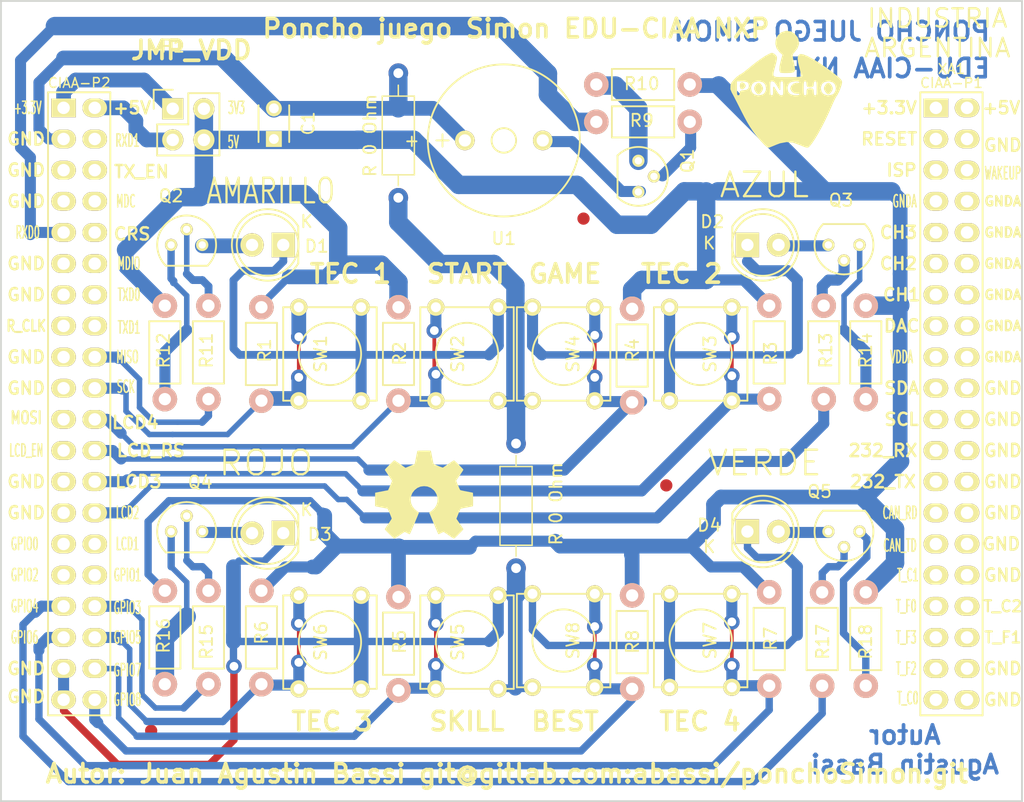
<source format=kicad_pcb>
(kicad_pcb (version 4) (host pcbnew 4.0.6-e0-6349~53~ubuntu16.04.1)

  (general
    (links 89)
    (no_connects 5)
    (area 66.924999 42.174999 151.204428 107.575001)
    (thickness 1.6)
    (drawings 25)
    (tracks 443)
    (zones 0)
    (modules 46)
    (nets 98)
  )

  (page A4 portrait)
  (title_block
    (title "Poncho Juego Simon EDU-CIAA NXP")
    (date 2016-07-14)
    (rev 1.0)
    (company "Proyecto CIAA")
    (comment 1 "Juan Agustin Bassi")
    (comment 2 "Diseño PCB - CESE")
    (comment 3 "Licencia BSD")
  )

  (layers
    (0 F.Cu signal)
    (31 B.Cu signal)
    (32 B.Adhes user hide)
    (33 F.Adhes user hide)
    (34 B.Paste user hide)
    (35 F.Paste user hide)
    (36 B.SilkS user hide)
    (37 F.SilkS user)
    (38 B.Mask user hide)
    (39 F.Mask user hide)
    (40 Dwgs.User user hide)
    (41 Cmts.User user hide)
    (42 Eco1.User user hide)
    (43 Eco2.User user hide)
    (44 Edge.Cuts user)
    (45 Margin user hide)
    (46 B.CrtYd user)
    (47 F.CrtYd user)
    (48 B.Fab user)
    (49 F.Fab user)
  )

  (setup
    (last_trace_width 1.2)
    (user_trace_width 0.3)
    (user_trace_width 0.45)
    (user_trace_width 0.6)
    (user_trace_width 0.9)
    (user_trace_width 1.2)
    (user_trace_width 1.5)
    (trace_clearance 0.3)
    (zone_clearance 0.5)
    (zone_45_only yes)
    (trace_min 0.3)
    (segment_width 0.2)
    (edge_width 0.15)
    (via_size 1.27)
    (via_drill 0.7112)
    (via_min_size 1.27)
    (via_min_drill 0.7112)
    (user_via 1.27 0.7112)
    (uvia_size 0.508)
    (uvia_drill 0.254)
    (uvias_allowed no)
    (uvia_min_size 0.508)
    (uvia_min_drill 0.254)
    (pcb_text_width 0.3)
    (pcb_text_size 1.5 1.5)
    (mod_edge_width 0.15)
    (mod_text_size 1 1)
    (mod_text_width 0.15)
    (pad_size 1.524 1.524)
    (pad_drill 0.762)
    (pad_to_mask_clearance 0.2)
    (aux_axis_origin 0 0)
    (visible_elements 7FFDD7EF)
    (pcbplotparams
      (layerselection 0x00020_80000000)
      (usegerberextensions false)
      (excludeedgelayer false)
      (linewidth 0.100000)
      (plotframeref false)
      (viasonmask false)
      (mode 1)
      (useauxorigin false)
      (hpglpennumber 1)
      (hpglpenspeed 20)
      (hpglpendiameter 15)
      (hpglpenoverlay 2)
      (psnegative false)
      (psa4output false)
      (plotreference false)
      (plotvalue false)
      (plotinvisibletext false)
      (padsonsilk true)
      (subtractmaskfromsilk false)
      (outputformat 4)
      (mirror false)
      (drillshape 1)
      (scaleselection 1)
      (outputdirectory ""))
  )

  (net 0 "")
  (net 1 GND)
  (net 2 "Net-(D1-Pad2)")
  (net 3 "Net-(D2-Pad2)")
  (net 4 "Net-(D4-Pad2)")
  (net 5 "Net-(Q1-Pad2)")
  (net 6 "Net-(Q1-Pad3)")
  (net 7 "Net-(Q2-Pad2)")
  (net 8 "Net-(Q2-Pad1)")
  (net 9 "Net-(Q3-Pad2)")
  (net 10 "Net-(Q3-Pad1)")
  (net 11 "Net-(Q5-Pad2)")
  (net 12 "Net-(Q5-Pad1)")
  (net 13 /buttons/BTN_LED_1)
  (net 14 /buttons/BTN_CFG_1)
  (net 15 /buttons/BTN_LED_2)
  (net 16 /buttons/BTN_CFG_2)
  (net 17 /buttons/BTN_CFG_3)
  (net 18 /buttons/BTN_LED_4)
  (net 19 "Net-(Q1-Pad1)")
  (net 20 "Net-(D3-Pad2)")
  (net 21 "Net-(Q4-Pad2)")
  (net 22 "Net-(Q4-Pad1)")
  (net 23 /buttons/BTN_LED_3)
  (net 24 /buttons/BTN_CFG_4)
  (net 25 "Net-(P1-Pad1)")
  (net 26 "Net-(P1-Pad3)")
  (net 27 /ciaaConector/LED_1)
  (net 28 /ciaaConector/LED_2)
  (net 29 /ciaaConector/LED_3)
  (net 30 /ciaaConector/LED_4)
  (net 31 /ciaaConector/PWM)
  (net 32 VCC)
  (net 33 "Net-(F1-Pad1)")
  (net 34 "Net-(F2-Pad1)")
  (net 35 "Net-(F3-Pad1)")
  (net 36 "Net-(XA1-Pad1)")
  (net 37 "Net-(XA1-Pad2)")
  (net 38 "Net-(XA1-Pad11)")
  (net 39 "Net-(XA1-Pad4)")
  (net 40 "Net-(XA1-Pad13)")
  (net 41 "Net-(XA1-Pad6)")
  (net 42 "Net-(XA1-Pad15)")
  (net 43 "Net-(XA1-Pad8)")
  (net 44 "Net-(XA1-Pad17)")
  (net 45 "Net-(XA1-Pad10)")
  (net 46 "Net-(XA1-Pad19)")
  (net 47 "Net-(XA1-Pad12)")
  (net 48 "Net-(XA1-Pad21)")
  (net 49 "Net-(XA1-Pad14)")
  (net 50 "Net-(XA1-Pad23)")
  (net 51 "Net-(XA1-Pad16)")
  (net 52 "Net-(XA1-Pad25)")
  (net 53 "Net-(XA1-Pad18)")
  (net 54 "Net-(XA1-Pad27)")
  (net 55 "Net-(XA1-Pad20)")
  (net 56 "Net-(XA1-Pad29)")
  (net 57 "Net-(XA1-Pad22)")
  (net 58 "Net-(XA1-Pad31)")
  (net 59 "Net-(XA1-Pad24)")
  (net 60 "Net-(XA1-Pad26)")
  (net 61 "Net-(XA1-Pad33)")
  (net 62 "Net-(XA1-Pad28)")
  (net 63 "Net-(XA1-Pad32)")
  (net 64 "Net-(XA1-Pad34)")
  (net 65 "Net-(XA1-Pad36)")
  (net 66 "Net-(XA1-Pad38)")
  (net 67 "Net-(XA1-Pad35)")
  (net 68 "Net-(XA1-Pad37)")
  (net 69 "Net-(XA1-Pad3)")
  (net 70 "Net-(XA1-Pad5)")
  (net 71 "Net-(XA1-Pad7)")
  (net 72 "Net-(XA1-Pad9)")
  (net 73 "Net-(XA1-Pad39)")
  (net 74 "Net-(XA1-Pad40)")
  (net 75 "Net-(XA1-Pad30)")
  (net 76 "Net-(XA1-Pad44)")
  (net 77 "Net-(XA1-Pad45)")
  (net 78 "Net-(XA1-Pad46)")
  (net 79 "Net-(XA1-Pad47)")
  (net 80 "Net-(XA1-Pad48)")
  (net 81 "Net-(XA1-Pad50)")
  (net 82 "Net-(XA1-Pad51)")
  (net 83 "Net-(XA1-Pad52)")
  (net 84 "Net-(XA1-Pad53)")
  (net 85 "Net-(XA1-Pad54)")
  (net 86 "Net-(XA1-Pad55)")
  (net 87 "Net-(XA1-Pad56)")
  (net 88 "Net-(XA1-Pad57)")
  (net 89 "Net-(XA1-Pad59)")
  (net 90 "Net-(XA1-Pad61)")
  (net 91 "Net-(XA1-Pad63)")
  (net 92 "Net-(XA1-Pad65)")
  (net 93 "Net-(XA1-Pad67)")
  (net 94 "Net-(XA1-Pad69)")
  (net 95 "Net-(XA1-Pad70)")
  (net 96 "Net-(XA1-Pad71)")
  (net 97 "Net-(XA1-Pad72)")

  (net_class Default "This is the default net class."
    (clearance 0.3)
    (trace_width 0.3)
    (via_dia 1.27)
    (via_drill 0.7112)
    (uvia_dia 0.508)
    (uvia_drill 0.254)
    (add_net /buttons/BTN_CFG_1)
    (add_net /buttons/BTN_CFG_2)
    (add_net /buttons/BTN_CFG_3)
    (add_net /buttons/BTN_CFG_4)
    (add_net /buttons/BTN_LED_1)
    (add_net /buttons/BTN_LED_2)
    (add_net /buttons/BTN_LED_3)
    (add_net /buttons/BTN_LED_4)
    (add_net /ciaaConector/LED_1)
    (add_net /ciaaConector/LED_2)
    (add_net /ciaaConector/LED_3)
    (add_net /ciaaConector/LED_4)
    (add_net /ciaaConector/PWM)
    (add_net GND)
    (add_net "Net-(D1-Pad2)")
    (add_net "Net-(D2-Pad2)")
    (add_net "Net-(D3-Pad2)")
    (add_net "Net-(D4-Pad2)")
    (add_net "Net-(F1-Pad1)")
    (add_net "Net-(F2-Pad1)")
    (add_net "Net-(F3-Pad1)")
    (add_net "Net-(P1-Pad1)")
    (add_net "Net-(P1-Pad3)")
    (add_net "Net-(Q1-Pad1)")
    (add_net "Net-(Q1-Pad2)")
    (add_net "Net-(Q1-Pad3)")
    (add_net "Net-(Q2-Pad1)")
    (add_net "Net-(Q2-Pad2)")
    (add_net "Net-(Q3-Pad1)")
    (add_net "Net-(Q3-Pad2)")
    (add_net "Net-(Q4-Pad1)")
    (add_net "Net-(Q4-Pad2)")
    (add_net "Net-(Q5-Pad1)")
    (add_net "Net-(Q5-Pad2)")
    (add_net "Net-(XA1-Pad1)")
    (add_net "Net-(XA1-Pad10)")
    (add_net "Net-(XA1-Pad11)")
    (add_net "Net-(XA1-Pad12)")
    (add_net "Net-(XA1-Pad13)")
    (add_net "Net-(XA1-Pad14)")
    (add_net "Net-(XA1-Pad15)")
    (add_net "Net-(XA1-Pad16)")
    (add_net "Net-(XA1-Pad17)")
    (add_net "Net-(XA1-Pad18)")
    (add_net "Net-(XA1-Pad19)")
    (add_net "Net-(XA1-Pad2)")
    (add_net "Net-(XA1-Pad20)")
    (add_net "Net-(XA1-Pad21)")
    (add_net "Net-(XA1-Pad22)")
    (add_net "Net-(XA1-Pad23)")
    (add_net "Net-(XA1-Pad24)")
    (add_net "Net-(XA1-Pad25)")
    (add_net "Net-(XA1-Pad26)")
    (add_net "Net-(XA1-Pad27)")
    (add_net "Net-(XA1-Pad28)")
    (add_net "Net-(XA1-Pad29)")
    (add_net "Net-(XA1-Pad3)")
    (add_net "Net-(XA1-Pad30)")
    (add_net "Net-(XA1-Pad31)")
    (add_net "Net-(XA1-Pad32)")
    (add_net "Net-(XA1-Pad33)")
    (add_net "Net-(XA1-Pad34)")
    (add_net "Net-(XA1-Pad35)")
    (add_net "Net-(XA1-Pad36)")
    (add_net "Net-(XA1-Pad37)")
    (add_net "Net-(XA1-Pad38)")
    (add_net "Net-(XA1-Pad39)")
    (add_net "Net-(XA1-Pad4)")
    (add_net "Net-(XA1-Pad40)")
    (add_net "Net-(XA1-Pad44)")
    (add_net "Net-(XA1-Pad45)")
    (add_net "Net-(XA1-Pad46)")
    (add_net "Net-(XA1-Pad47)")
    (add_net "Net-(XA1-Pad48)")
    (add_net "Net-(XA1-Pad5)")
    (add_net "Net-(XA1-Pad50)")
    (add_net "Net-(XA1-Pad51)")
    (add_net "Net-(XA1-Pad52)")
    (add_net "Net-(XA1-Pad53)")
    (add_net "Net-(XA1-Pad54)")
    (add_net "Net-(XA1-Pad55)")
    (add_net "Net-(XA1-Pad56)")
    (add_net "Net-(XA1-Pad57)")
    (add_net "Net-(XA1-Pad59)")
    (add_net "Net-(XA1-Pad6)")
    (add_net "Net-(XA1-Pad61)")
    (add_net "Net-(XA1-Pad63)")
    (add_net "Net-(XA1-Pad65)")
    (add_net "Net-(XA1-Pad67)")
    (add_net "Net-(XA1-Pad69)")
    (add_net "Net-(XA1-Pad7)")
    (add_net "Net-(XA1-Pad70)")
    (add_net "Net-(XA1-Pad71)")
    (add_net "Net-(XA1-Pad72)")
    (add_net "Net-(XA1-Pad8)")
    (add_net "Net-(XA1-Pad9)")
    (add_net VCC)
  )

  (module simonShield:MagneticBuzzer_ProSignal_ABT-410-RC (layer F.Cu) (tedit 544E5504) (tstamp 5957451D)
    (at 111.178971 53.624429 180)
    (descr "Buzzer, Elektromagnetic Beeper, Summer, 1,5V-DC,")
    (tags "Pro Signal, ABT-410-RC,")
    (path /5797F3F6)
    (fp_text reference U1 (at 3.175 -8.001 180) (layer F.SilkS)
      (effects (font (size 1 1) (thickness 0.15)))
    )
    (fp_text value BUZZER (at 2.17424 8.001 180) (layer F.Fab)
      (effects (font (size 1 1) (thickness 0.15)))
    )
    (fp_line (start 8.17626 -0.50038) (end 8.17626 0.50038) (layer F.SilkS) (width 0.15))
    (fp_line (start 7.67588 0) (end 8.6741 0) (layer F.SilkS) (width 0.15))
    (fp_circle (center 3.175 0) (end 4.17576 0) (layer F.SilkS) (width 0.15))
    (fp_text user + (at 10.67562 0 180) (layer F.SilkS)
      (effects (font (size 1 1) (thickness 0.15)))
    )
    (fp_circle (center 3.175 0) (end 9.37514 0) (layer F.SilkS) (width 0.15))
    (pad 1 thru_hole circle (at 0 0 180) (size 1.6002 1.6002) (drill 1.00076) (layers *.Cu *.Mask F.SilkS)
      (net 6 "Net-(Q1-Pad3)"))
    (pad 2 thru_hole circle (at 6.35 0 180) (size 1.6002 1.6002) (drill 1.00076) (layers *.Cu *.Mask F.SilkS)
      (net 1 GND))
    (model Buzzers_Beepers.3dshapes/MagneticBuzzer_ProSignal_ABT-410-RC.wrl
      (at (xyz 0 0 0))
      (scale (xyz 1 1 1))
      (rotate (xyz 0 0 0))
    )
  )

  (module simonShield:SW_PUSH_SMALL (layer F.Cu) (tedit 0) (tstamp 59574511)
    (at 112.877 94.402 270)
    (path /5777D5BA/5777DCA9)
    (fp_text reference SW8 (at 0 -0.762 270) (layer F.SilkS)
      (effects (font (size 1 1) (thickness 0.15)))
    )
    (fp_text value SW_PUSH (at 0 1.016 270) (layer F.Fab)
      (effects (font (size 1 1) (thickness 0.15)))
    )
    (fp_circle (center 0 0) (end 0 -2.54) (layer F.SilkS) (width 0.15))
    (fp_line (start -3.81 -3.81) (end 3.81 -3.81) (layer F.SilkS) (width 0.15))
    (fp_line (start 3.81 -3.81) (end 3.81 3.81) (layer F.SilkS) (width 0.15))
    (fp_line (start 3.81 3.81) (end -3.81 3.81) (layer F.SilkS) (width 0.15))
    (fp_line (start -3.81 -3.81) (end -3.81 3.81) (layer F.SilkS) (width 0.15))
    (pad 1 thru_hole circle (at 3.81 -2.54 270) (size 1.397 1.397) (drill 0.8128) (layers *.Cu *.Mask F.SilkS)
      (net 24 /buttons/BTN_CFG_4))
    (pad 2 thru_hole circle (at 3.81 2.54 270) (size 1.397 1.397) (drill 0.8128) (layers *.Cu *.Mask F.SilkS)
      (net 1 GND))
    (pad 1 thru_hole circle (at -3.81 -2.54 270) (size 1.397 1.397) (drill 0.8128) (layers *.Cu *.Mask F.SilkS)
      (net 24 /buttons/BTN_CFG_4))
    (pad 2 thru_hole circle (at -3.81 2.54 270) (size 1.397 1.397) (drill 0.8128) (layers *.Cu *.Mask F.SilkS)
      (net 1 GND))
  )

  (module simonShield:SW_PUSH_SMALL (layer F.Cu) (tedit 0) (tstamp 59574505)
    (at 124.053 94.402 270)
    (path /5777D5BA/5777DC21)
    (fp_text reference SW7 (at 0 -0.762 270) (layer F.SilkS)
      (effects (font (size 1 1) (thickness 0.15)))
    )
    (fp_text value SW_PUSH (at 0 1.016 270) (layer F.Fab)
      (effects (font (size 1 1) (thickness 0.15)))
    )
    (fp_circle (center 0 0) (end 0 -2.54) (layer F.SilkS) (width 0.15))
    (fp_line (start -3.81 -3.81) (end 3.81 -3.81) (layer F.SilkS) (width 0.15))
    (fp_line (start 3.81 -3.81) (end 3.81 3.81) (layer F.SilkS) (width 0.15))
    (fp_line (start 3.81 3.81) (end -3.81 3.81) (layer F.SilkS) (width 0.15))
    (fp_line (start -3.81 -3.81) (end -3.81 3.81) (layer F.SilkS) (width 0.15))
    (pad 1 thru_hole circle (at 3.81 -2.54 270) (size 1.397 1.397) (drill 0.8128) (layers *.Cu *.Mask F.SilkS)
      (net 18 /buttons/BTN_LED_4))
    (pad 2 thru_hole circle (at 3.81 2.54 270) (size 1.397 1.397) (drill 0.8128) (layers *.Cu *.Mask F.SilkS)
      (net 1 GND))
    (pad 1 thru_hole circle (at -3.81 -2.54 270) (size 1.397 1.397) (drill 0.8128) (layers *.Cu *.Mask F.SilkS)
      (net 18 /buttons/BTN_LED_4))
    (pad 2 thru_hole circle (at -3.81 2.54 270) (size 1.397 1.397) (drill 0.8128) (layers *.Cu *.Mask F.SilkS)
      (net 1 GND))
  )

  (module simonShield:SW_PUSH_SMALL (layer F.Cu) (tedit 0) (tstamp 595744F9)
    (at 93.827 94.529 90)
    (path /5777D5BA/5777DC87)
    (fp_text reference SW6 (at 0 -0.762 90) (layer F.SilkS)
      (effects (font (size 1 1) (thickness 0.15)))
    )
    (fp_text value SW_PUSH (at 0 1.016 90) (layer F.Fab)
      (effects (font (size 1 1) (thickness 0.15)))
    )
    (fp_circle (center 0 0) (end 0 -2.54) (layer F.SilkS) (width 0.15))
    (fp_line (start -3.81 -3.81) (end 3.81 -3.81) (layer F.SilkS) (width 0.15))
    (fp_line (start 3.81 -3.81) (end 3.81 3.81) (layer F.SilkS) (width 0.15))
    (fp_line (start 3.81 3.81) (end -3.81 3.81) (layer F.SilkS) (width 0.15))
    (fp_line (start -3.81 -3.81) (end -3.81 3.81) (layer F.SilkS) (width 0.15))
    (pad 1 thru_hole circle (at 3.81 -2.54 90) (size 1.397 1.397) (drill 0.8128) (layers *.Cu *.Mask F.SilkS)
      (net 17 /buttons/BTN_CFG_3))
    (pad 2 thru_hole circle (at 3.81 2.54 90) (size 1.397 1.397) (drill 0.8128) (layers *.Cu *.Mask F.SilkS)
      (net 1 GND))
    (pad 1 thru_hole circle (at -3.81 -2.54 90) (size 1.397 1.397) (drill 0.8128) (layers *.Cu *.Mask F.SilkS)
      (net 17 /buttons/BTN_CFG_3))
    (pad 2 thru_hole circle (at -3.81 2.54 90) (size 1.397 1.397) (drill 0.8128) (layers *.Cu *.Mask F.SilkS)
      (net 1 GND))
  )

  (module simonShield:SW_PUSH_SMALL (layer F.Cu) (tedit 0) (tstamp 595744ED)
    (at 105.003 94.529 90)
    (path /5777D5BA/5777DBFF)
    (fp_text reference SW5 (at 0 -0.762 90) (layer F.SilkS)
      (effects (font (size 1 1) (thickness 0.15)))
    )
    (fp_text value SW_PUSH (at 0 1.016 90) (layer F.Fab)
      (effects (font (size 1 1) (thickness 0.15)))
    )
    (fp_circle (center 0 0) (end 0 -2.54) (layer F.SilkS) (width 0.15))
    (fp_line (start -3.81 -3.81) (end 3.81 -3.81) (layer F.SilkS) (width 0.15))
    (fp_line (start 3.81 -3.81) (end 3.81 3.81) (layer F.SilkS) (width 0.15))
    (fp_line (start 3.81 3.81) (end -3.81 3.81) (layer F.SilkS) (width 0.15))
    (fp_line (start -3.81 -3.81) (end -3.81 3.81) (layer F.SilkS) (width 0.15))
    (pad 1 thru_hole circle (at 3.81 -2.54 90) (size 1.397 1.397) (drill 0.8128) (layers *.Cu *.Mask F.SilkS)
      (net 23 /buttons/BTN_LED_3))
    (pad 2 thru_hole circle (at 3.81 2.54 90) (size 1.397 1.397) (drill 0.8128) (layers *.Cu *.Mask F.SilkS)
      (net 1 GND))
    (pad 1 thru_hole circle (at -3.81 -2.54 90) (size 1.397 1.397) (drill 0.8128) (layers *.Cu *.Mask F.SilkS)
      (net 23 /buttons/BTN_LED_3))
    (pad 2 thru_hole circle (at -3.81 2.54 90) (size 1.397 1.397) (drill 0.8128) (layers *.Cu *.Mask F.SilkS)
      (net 1 GND))
  )

  (module simonShield:SW_PUSH_SMALL (layer F.Cu) (tedit 0) (tstamp 595744E1)
    (at 112.877 71.034 270)
    (path /5777D5BA/5777DC65)
    (fp_text reference SW4 (at 0 -0.762 270) (layer F.SilkS)
      (effects (font (size 1 1) (thickness 0.15)))
    )
    (fp_text value SW_PUSH (at 0 1.016 270) (layer F.Fab)
      (effects (font (size 1 1) (thickness 0.15)))
    )
    (fp_circle (center 0 0) (end 0 -2.54) (layer F.SilkS) (width 0.15))
    (fp_line (start -3.81 -3.81) (end 3.81 -3.81) (layer F.SilkS) (width 0.15))
    (fp_line (start 3.81 -3.81) (end 3.81 3.81) (layer F.SilkS) (width 0.15))
    (fp_line (start 3.81 3.81) (end -3.81 3.81) (layer F.SilkS) (width 0.15))
    (fp_line (start -3.81 -3.81) (end -3.81 3.81) (layer F.SilkS) (width 0.15))
    (pad 1 thru_hole circle (at 3.81 -2.54 270) (size 1.397 1.397) (drill 0.8128) (layers *.Cu *.Mask F.SilkS)
      (net 16 /buttons/BTN_CFG_2))
    (pad 2 thru_hole circle (at 3.81 2.54 270) (size 1.397 1.397) (drill 0.8128) (layers *.Cu *.Mask F.SilkS)
      (net 1 GND))
    (pad 1 thru_hole circle (at -3.81 -2.54 270) (size 1.397 1.397) (drill 0.8128) (layers *.Cu *.Mask F.SilkS)
      (net 16 /buttons/BTN_CFG_2))
    (pad 2 thru_hole circle (at -3.81 2.54 270) (size 1.397 1.397) (drill 0.8128) (layers *.Cu *.Mask F.SilkS)
      (net 1 GND))
  )

  (module simonShield:SW_PUSH_SMALL (layer F.Cu) (tedit 0) (tstamp 595744D5)
    (at 124.053 71.034 270)
    (path /5777D5BA/5777DBDD)
    (fp_text reference SW3 (at 0 -0.762 270) (layer F.SilkS)
      (effects (font (size 1 1) (thickness 0.15)))
    )
    (fp_text value SW_PUSH (at 0 1.016 270) (layer F.Fab)
      (effects (font (size 1 1) (thickness 0.15)))
    )
    (fp_circle (center 0 0) (end 0 -2.54) (layer F.SilkS) (width 0.15))
    (fp_line (start -3.81 -3.81) (end 3.81 -3.81) (layer F.SilkS) (width 0.15))
    (fp_line (start 3.81 -3.81) (end 3.81 3.81) (layer F.SilkS) (width 0.15))
    (fp_line (start 3.81 3.81) (end -3.81 3.81) (layer F.SilkS) (width 0.15))
    (fp_line (start -3.81 -3.81) (end -3.81 3.81) (layer F.SilkS) (width 0.15))
    (pad 1 thru_hole circle (at 3.81 -2.54 270) (size 1.397 1.397) (drill 0.8128) (layers *.Cu *.Mask F.SilkS)
      (net 15 /buttons/BTN_LED_2))
    (pad 2 thru_hole circle (at 3.81 2.54 270) (size 1.397 1.397) (drill 0.8128) (layers *.Cu *.Mask F.SilkS)
      (net 1 GND))
    (pad 1 thru_hole circle (at -3.81 -2.54 270) (size 1.397 1.397) (drill 0.8128) (layers *.Cu *.Mask F.SilkS)
      (net 15 /buttons/BTN_LED_2))
    (pad 2 thru_hole circle (at -3.81 2.54 270) (size 1.397 1.397) (drill 0.8128) (layers *.Cu *.Mask F.SilkS)
      (net 1 GND))
  )

  (module simonShield:SW_PUSH_SMALL (layer F.Cu) (tedit 0) (tstamp 595744C9)
    (at 105.003 71.034 90)
    (path /5777D5BA/5777DC43)
    (fp_text reference SW2 (at 0 -0.762 90) (layer F.SilkS)
      (effects (font (size 1 1) (thickness 0.15)))
    )
    (fp_text value SW_PUSH (at 0 1.016 90) (layer F.Fab)
      (effects (font (size 1 1) (thickness 0.15)))
    )
    (fp_circle (center 0 0) (end 0 -2.54) (layer F.SilkS) (width 0.15))
    (fp_line (start -3.81 -3.81) (end 3.81 -3.81) (layer F.SilkS) (width 0.15))
    (fp_line (start 3.81 -3.81) (end 3.81 3.81) (layer F.SilkS) (width 0.15))
    (fp_line (start 3.81 3.81) (end -3.81 3.81) (layer F.SilkS) (width 0.15))
    (fp_line (start -3.81 -3.81) (end -3.81 3.81) (layer F.SilkS) (width 0.15))
    (pad 1 thru_hole circle (at 3.81 -2.54 90) (size 1.397 1.397) (drill 0.8128) (layers *.Cu *.Mask F.SilkS)
      (net 14 /buttons/BTN_CFG_1))
    (pad 2 thru_hole circle (at 3.81 2.54 90) (size 1.397 1.397) (drill 0.8128) (layers *.Cu *.Mask F.SilkS)
      (net 1 GND))
    (pad 1 thru_hole circle (at -3.81 -2.54 90) (size 1.397 1.397) (drill 0.8128) (layers *.Cu *.Mask F.SilkS)
      (net 14 /buttons/BTN_CFG_1))
    (pad 2 thru_hole circle (at -3.81 2.54 90) (size 1.397 1.397) (drill 0.8128) (layers *.Cu *.Mask F.SilkS)
      (net 1 GND))
  )

  (module simonShield:SW_PUSH_SMALL (layer F.Cu) (tedit 0) (tstamp 595744BD)
    (at 93.827 71.034 90)
    (path /5777D5BA/5777DBBB)
    (fp_text reference SW1 (at 0 -0.762 90) (layer F.SilkS)
      (effects (font (size 1 1) (thickness 0.15)))
    )
    (fp_text value SW_PUSH (at 0 1.016 90) (layer F.Fab)
      (effects (font (size 1 1) (thickness 0.15)))
    )
    (fp_circle (center 0 0) (end 0 -2.54) (layer F.SilkS) (width 0.15))
    (fp_line (start -3.81 -3.81) (end 3.81 -3.81) (layer F.SilkS) (width 0.15))
    (fp_line (start 3.81 -3.81) (end 3.81 3.81) (layer F.SilkS) (width 0.15))
    (fp_line (start 3.81 3.81) (end -3.81 3.81) (layer F.SilkS) (width 0.15))
    (fp_line (start -3.81 -3.81) (end -3.81 3.81) (layer F.SilkS) (width 0.15))
    (pad 1 thru_hole circle (at 3.81 -2.54 90) (size 1.397 1.397) (drill 0.8128) (layers *.Cu *.Mask F.SilkS)
      (net 13 /buttons/BTN_LED_1))
    (pad 2 thru_hole circle (at 3.81 2.54 90) (size 1.397 1.397) (drill 0.8128) (layers *.Cu *.Mask F.SilkS)
      (net 1 GND))
    (pad 1 thru_hole circle (at -3.81 -2.54 90) (size 1.397 1.397) (drill 0.8128) (layers *.Cu *.Mask F.SilkS)
      (net 13 /buttons/BTN_LED_1))
    (pad 2 thru_hole circle (at -3.81 2.54 90) (size 1.397 1.397) (drill 0.8128) (layers *.Cu *.Mask F.SilkS)
      (net 1 GND))
  )

  (module Resistors_THT:R_Axial_DIN0207_L6.3mm_D2.5mm_P10.16mm_Horizontal (layer F.Cu) (tedit 59573715) (tstamp 595744A8)
    (at 109 88.5 90)
    (descr "Resistor, Axial_DIN0207 series, Axial, Horizontal, pin pitch=10.16mm, 0.25W = 1/4W, length*diameter=6.3*2.5mm^2, http://cdn-reichelt.de/documents/datenblatt/B400/1_4W%23YAG.pdf")
    (tags "Resistor Axial_DIN0207 series Axial Horizontal pin pitch 10.16mm 0.25W = 1/4W length 6.3mm diameter 2.5mm")
    (path /59572DE1)
    (fp_text reference "R 0 Ohm" (at 5.25 3.25 90) (layer F.SilkS)
      (effects (font (size 1 1) (thickness 0.15)))
    )
    (fp_text value R (at 5.08 2.31 90) (layer F.Fab)
      (effects (font (size 1 1) (thickness 0.15)))
    )
    (fp_line (start 1.93 -1.25) (end 1.93 1.25) (layer F.Fab) (width 0.1))
    (fp_line (start 1.93 1.25) (end 8.23 1.25) (layer F.Fab) (width 0.1))
    (fp_line (start 8.23 1.25) (end 8.23 -1.25) (layer F.Fab) (width 0.1))
    (fp_line (start 8.23 -1.25) (end 1.93 -1.25) (layer F.Fab) (width 0.1))
    (fp_line (start 0 0) (end 1.93 0) (layer F.Fab) (width 0.1))
    (fp_line (start 10.16 0) (end 8.23 0) (layer F.Fab) (width 0.1))
    (fp_line (start 1.87 -1.31) (end 1.87 1.31) (layer F.SilkS) (width 0.12))
    (fp_line (start 1.87 1.31) (end 8.29 1.31) (layer F.SilkS) (width 0.12))
    (fp_line (start 8.29 1.31) (end 8.29 -1.31) (layer F.SilkS) (width 0.12))
    (fp_line (start 8.29 -1.31) (end 1.87 -1.31) (layer F.SilkS) (width 0.12))
    (fp_line (start 0.98 0) (end 1.87 0) (layer F.SilkS) (width 0.12))
    (fp_line (start 9.18 0) (end 8.29 0) (layer F.SilkS) (width 0.12))
    (fp_line (start -1.05 -1.6) (end -1.05 1.6) (layer F.CrtYd) (width 0.05))
    (fp_line (start -1.05 1.6) (end 11.25 1.6) (layer F.CrtYd) (width 0.05))
    (fp_line (start 11.25 1.6) (end 11.25 -1.6) (layer F.CrtYd) (width 0.05))
    (fp_line (start 11.25 -1.6) (end -1.05 -1.6) (layer F.CrtYd) (width 0.05))
    (pad 1 thru_hole circle (at 0 0 90) (size 1.6 1.6) (drill 0.8) (layers *.Cu *.Mask)
      (net 1 GND))
    (pad 2 thru_hole oval (at 10.16 0 90) (size 1.6 1.6) (drill 0.8) (layers *.Cu *.Mask)
      (net 1 GND))
    (model Resistors_THT.3dshapes/R_Axial_DIN0207_L6.3mm_D2.5mm_P10.16mm_Horizontal.wrl
      (at (xyz 0 0 0))
      (scale (xyz 0.393701 0.393701 0.393701))
      (rotate (xyz 0 0 0))
    )
  )

  (module simonShield:Resistor_Horizontal_RM7mm (layer F.Cu) (tedit 5957367C) (tstamp 5957449B)
    (at 137.515 98.085 90)
    (descr "Resistor, Axial,  RM 7.62mm, 1/3W,")
    (tags "Resistor Axial RM 7.62mm 1/3W R3")
    (path /57780685/57797248)
    (fp_text reference R18 (at 3.585 -0.015 90) (layer F.SilkS)
      (effects (font (size 1 1) (thickness 0.15)))
    )
    (fp_text value 680 (at 3.81 3.81 90) (layer F.Fab)
      (effects (font (size 1 1) (thickness 0.15)))
    )
    (fp_line (start -1.25 -1.5) (end 8.85 -1.5) (layer F.CrtYd) (width 0.05))
    (fp_line (start -1.25 1.5) (end -1.25 -1.5) (layer F.CrtYd) (width 0.05))
    (fp_line (start 8.85 -1.5) (end 8.85 1.5) (layer F.CrtYd) (width 0.05))
    (fp_line (start -1.25 1.5) (end 8.85 1.5) (layer F.CrtYd) (width 0.05))
    (fp_line (start 1.27 -1.27) (end 6.35 -1.27) (layer F.SilkS) (width 0.15))
    (fp_line (start 6.35 -1.27) (end 6.35 1.27) (layer F.SilkS) (width 0.15))
    (fp_line (start 6.35 1.27) (end 1.27 1.27) (layer F.SilkS) (width 0.15))
    (fp_line (start 1.27 1.27) (end 1.27 -1.27) (layer F.SilkS) (width 0.15))
    (pad 1 thru_hole circle (at 0 0 90) (size 1.99898 1.99898) (drill 1.00076) (layers *.Cu *.SilkS *.Mask)
      (net 12 "Net-(Q5-Pad1)"))
    (pad 2 thru_hole circle (at 7.62 0 90) (size 1.99898 1.99898) (drill 1.00076) (layers *.Cu *.SilkS *.Mask)
      (net 32 VCC))
  )

  (module simonShield:Resistor_Horizontal_RM7mm (layer F.Cu) (tedit 59573680) (tstamp 5957448E)
    (at 133.959 98.085 90)
    (descr "Resistor, Axial,  RM 7.62mm, 1/3W,")
    (tags "Resistor Axial RM 7.62mm 1/3W R3")
    (path /57780685/577970B7)
    (fp_text reference R17 (at 3.585 0.041 90) (layer F.SilkS)
      (effects (font (size 1 1) (thickness 0.15)))
    )
    (fp_text value 10K (at 3.81 3.81 90) (layer F.Fab)
      (effects (font (size 1 1) (thickness 0.15)))
    )
    (fp_line (start -1.25 -1.5) (end 8.85 -1.5) (layer F.CrtYd) (width 0.05))
    (fp_line (start -1.25 1.5) (end -1.25 -1.5) (layer F.CrtYd) (width 0.05))
    (fp_line (start 8.85 -1.5) (end 8.85 1.5) (layer F.CrtYd) (width 0.05))
    (fp_line (start -1.25 1.5) (end 8.85 1.5) (layer F.CrtYd) (width 0.05))
    (fp_line (start 1.27 -1.27) (end 6.35 -1.27) (layer F.SilkS) (width 0.15))
    (fp_line (start 6.35 -1.27) (end 6.35 1.27) (layer F.SilkS) (width 0.15))
    (fp_line (start 6.35 1.27) (end 1.27 1.27) (layer F.SilkS) (width 0.15))
    (fp_line (start 1.27 1.27) (end 1.27 -1.27) (layer F.SilkS) (width 0.15))
    (pad 1 thru_hole circle (at 0 0 90) (size 1.99898 1.99898) (drill 1.00076) (layers *.Cu *.SilkS *.Mask)
      (net 30 /ciaaConector/LED_4))
    (pad 2 thru_hole circle (at 7.62 0 90) (size 1.99898 1.99898) (drill 1.00076) (layers *.Cu *.SilkS *.Mask)
      (net 11 "Net-(Q5-Pad2)"))
  )

  (module simonShield:Resistor_Horizontal_RM7mm (layer F.Cu) (tedit 5957362E) (tstamp 59574481)
    (at 80.365 97.958 90)
    (descr "Resistor, Axial,  RM 7.62mm, 1/3W,")
    (tags "Resistor Axial RM 7.62mm 1/3W R3")
    (path /57780685/577971BC)
    (fp_text reference R16 (at 3.958 -0.115 90) (layer F.SilkS)
      (effects (font (size 1 1) (thickness 0.15)))
    )
    (fp_text value 680 (at 3.81 3.81 90) (layer F.Fab)
      (effects (font (size 1 1) (thickness 0.15)))
    )
    (fp_line (start -1.25 -1.5) (end 8.85 -1.5) (layer F.CrtYd) (width 0.05))
    (fp_line (start -1.25 1.5) (end -1.25 -1.5) (layer F.CrtYd) (width 0.05))
    (fp_line (start 8.85 -1.5) (end 8.85 1.5) (layer F.CrtYd) (width 0.05))
    (fp_line (start -1.25 1.5) (end 8.85 1.5) (layer F.CrtYd) (width 0.05))
    (fp_line (start 1.27 -1.27) (end 6.35 -1.27) (layer F.SilkS) (width 0.15))
    (fp_line (start 6.35 -1.27) (end 6.35 1.27) (layer F.SilkS) (width 0.15))
    (fp_line (start 6.35 1.27) (end 1.27 1.27) (layer F.SilkS) (width 0.15))
    (fp_line (start 1.27 1.27) (end 1.27 -1.27) (layer F.SilkS) (width 0.15))
    (pad 1 thru_hole circle (at 0 0 90) (size 1.99898 1.99898) (drill 1.00076) (layers *.Cu *.SilkS *.Mask)
      (net 22 "Net-(Q4-Pad1)"))
    (pad 2 thru_hole circle (at 7.62 0 90) (size 1.99898 1.99898) (drill 1.00076) (layers *.Cu *.SilkS *.Mask)
      (net 32 VCC))
  )

  (module simonShield:Resistor_Horizontal_RM7mm (layer F.Cu) (tedit 59573629) (tstamp 59574474)
    (at 83.921 97.958 90)
    (descr "Resistor, Axial,  RM 7.62mm, 1/3W,")
    (tags "Resistor Axial RM 7.62mm 1/3W R3")
    (path /57780685/5779705E)
    (fp_text reference R15 (at 3.458 -0.171 90) (layer F.SilkS)
      (effects (font (size 1 1) (thickness 0.15)))
    )
    (fp_text value 10K (at 3.81 3.81 90) (layer F.Fab)
      (effects (font (size 1 1) (thickness 0.15)))
    )
    (fp_line (start -1.25 -1.5) (end 8.85 -1.5) (layer F.CrtYd) (width 0.05))
    (fp_line (start -1.25 1.5) (end -1.25 -1.5) (layer F.CrtYd) (width 0.05))
    (fp_line (start 8.85 -1.5) (end 8.85 1.5) (layer F.CrtYd) (width 0.05))
    (fp_line (start -1.25 1.5) (end 8.85 1.5) (layer F.CrtYd) (width 0.05))
    (fp_line (start 1.27 -1.27) (end 6.35 -1.27) (layer F.SilkS) (width 0.15))
    (fp_line (start 6.35 -1.27) (end 6.35 1.27) (layer F.SilkS) (width 0.15))
    (fp_line (start 6.35 1.27) (end 1.27 1.27) (layer F.SilkS) (width 0.15))
    (fp_line (start 1.27 1.27) (end 1.27 -1.27) (layer F.SilkS) (width 0.15))
    (pad 1 thru_hole circle (at 0 0 90) (size 1.99898 1.99898) (drill 1.00076) (layers *.Cu *.SilkS *.Mask)
      (net 29 /ciaaConector/LED_3))
    (pad 2 thru_hole circle (at 7.62 0 90) (size 1.99898 1.99898) (drill 1.00076) (layers *.Cu *.SilkS *.Mask)
      (net 21 "Net-(Q4-Pad2)"))
  )

  (module simonShield:Resistor_Horizontal_RM7mm (layer F.Cu) (tedit 59573694) (tstamp 59574467)
    (at 137.515 74.717 90)
    (descr "Resistor, Axial,  RM 7.62mm, 1/3W,")
    (tags "Resistor Axial RM 7.62mm 1/3W R3")
    (path /57780685/57797169)
    (fp_text reference R14 (at 3.967 -0.015 90) (layer F.SilkS)
      (effects (font (size 1 1) (thickness 0.15)))
    )
    (fp_text value 680 (at 3.81 3.81 90) (layer F.Fab)
      (effects (font (size 1 1) (thickness 0.15)))
    )
    (fp_line (start -1.25 -1.5) (end 8.85 -1.5) (layer F.CrtYd) (width 0.05))
    (fp_line (start -1.25 1.5) (end -1.25 -1.5) (layer F.CrtYd) (width 0.05))
    (fp_line (start 8.85 -1.5) (end 8.85 1.5) (layer F.CrtYd) (width 0.05))
    (fp_line (start -1.25 1.5) (end 8.85 1.5) (layer F.CrtYd) (width 0.05))
    (fp_line (start 1.27 -1.27) (end 6.35 -1.27) (layer F.SilkS) (width 0.15))
    (fp_line (start 6.35 -1.27) (end 6.35 1.27) (layer F.SilkS) (width 0.15))
    (fp_line (start 6.35 1.27) (end 1.27 1.27) (layer F.SilkS) (width 0.15))
    (fp_line (start 1.27 1.27) (end 1.27 -1.27) (layer F.SilkS) (width 0.15))
    (pad 1 thru_hole circle (at 0 0 90) (size 1.99898 1.99898) (drill 1.00076) (layers *.Cu *.SilkS *.Mask)
      (net 10 "Net-(Q3-Pad1)"))
    (pad 2 thru_hole circle (at 7.62 0 90) (size 1.99898 1.99898) (drill 1.00076) (layers *.Cu *.SilkS *.Mask)
      (net 32 VCC))
  )

  (module simonShield:Resistor_Horizontal_RM7mm (layer F.Cu) (tedit 59573698) (tstamp 5957445A)
    (at 134.086 74.717 90)
    (descr "Resistor, Axial,  RM 7.62mm, 1/3W,")
    (tags "Resistor Axial RM 7.62mm 1/3W R3")
    (path /57780685/57796FE6)
    (fp_text reference R13 (at 3.967 0.164 90) (layer F.SilkS)
      (effects (font (size 1 1) (thickness 0.15)))
    )
    (fp_text value 10K (at 3.81 3.81 90) (layer F.Fab)
      (effects (font (size 1 1) (thickness 0.15)))
    )
    (fp_line (start -1.25 -1.5) (end 8.85 -1.5) (layer F.CrtYd) (width 0.05))
    (fp_line (start -1.25 1.5) (end -1.25 -1.5) (layer F.CrtYd) (width 0.05))
    (fp_line (start 8.85 -1.5) (end 8.85 1.5) (layer F.CrtYd) (width 0.05))
    (fp_line (start -1.25 1.5) (end 8.85 1.5) (layer F.CrtYd) (width 0.05))
    (fp_line (start 1.27 -1.27) (end 6.35 -1.27) (layer F.SilkS) (width 0.15))
    (fp_line (start 6.35 -1.27) (end 6.35 1.27) (layer F.SilkS) (width 0.15))
    (fp_line (start 6.35 1.27) (end 1.27 1.27) (layer F.SilkS) (width 0.15))
    (fp_line (start 1.27 1.27) (end 1.27 -1.27) (layer F.SilkS) (width 0.15))
    (pad 1 thru_hole circle (at 0 0 90) (size 1.99898 1.99898) (drill 1.00076) (layers *.Cu *.SilkS *.Mask)
      (net 28 /ciaaConector/LED_2))
    (pad 2 thru_hole circle (at 7.62 0 90) (size 1.99898 1.99898) (drill 1.00076) (layers *.Cu *.SilkS *.Mask)
      (net 9 "Net-(Q3-Pad2)"))
  )

  (module simonShield:Resistor_Horizontal_RM7mm (layer F.Cu) (tedit 5957364F) (tstamp 5957444D)
    (at 80.365 74.717 90)
    (descr "Resistor, Axial,  RM 7.62mm, 1/3W,")
    (tags "Resistor Axial RM 7.62mm 1/3W R3")
    (path /57780685/57780BC7)
    (fp_text reference R12 (at 3.967 -0.115 90) (layer F.SilkS)
      (effects (font (size 1 1) (thickness 0.15)))
    )
    (fp_text value 680 (at 3.81 3.81 90) (layer F.Fab)
      (effects (font (size 1 1) (thickness 0.15)))
    )
    (fp_line (start -1.25 -1.5) (end 8.85 -1.5) (layer F.CrtYd) (width 0.05))
    (fp_line (start -1.25 1.5) (end -1.25 -1.5) (layer F.CrtYd) (width 0.05))
    (fp_line (start 8.85 -1.5) (end 8.85 1.5) (layer F.CrtYd) (width 0.05))
    (fp_line (start -1.25 1.5) (end 8.85 1.5) (layer F.CrtYd) (width 0.05))
    (fp_line (start 1.27 -1.27) (end 6.35 -1.27) (layer F.SilkS) (width 0.15))
    (fp_line (start 6.35 -1.27) (end 6.35 1.27) (layer F.SilkS) (width 0.15))
    (fp_line (start 6.35 1.27) (end 1.27 1.27) (layer F.SilkS) (width 0.15))
    (fp_line (start 1.27 1.27) (end 1.27 -1.27) (layer F.SilkS) (width 0.15))
    (pad 1 thru_hole circle (at 0 0 90) (size 1.99898 1.99898) (drill 1.00076) (layers *.Cu *.SilkS *.Mask)
      (net 8 "Net-(Q2-Pad1)"))
    (pad 2 thru_hole circle (at 7.62 0 90) (size 1.99898 1.99898) (drill 1.00076) (layers *.Cu *.SilkS *.Mask)
      (net 32 VCC))
  )

  (module simonShield:Resistor_Horizontal_RM7mm (layer F.Cu) (tedit 5957364C) (tstamp 59574440)
    (at 83.921 74.717 90)
    (descr "Resistor, Axial,  RM 7.62mm, 1/3W,")
    (tags "Resistor Axial RM 7.62mm 1/3W R3")
    (path /57780685/57780BCE)
    (fp_text reference R11 (at 3.967 -0.171 90) (layer F.SilkS)
      (effects (font (size 1 1) (thickness 0.15)))
    )
    (fp_text value 10K (at 3.81 3.81 90) (layer F.Fab)
      (effects (font (size 1 1) (thickness 0.15)))
    )
    (fp_line (start -1.25 -1.5) (end 8.85 -1.5) (layer F.CrtYd) (width 0.05))
    (fp_line (start -1.25 1.5) (end -1.25 -1.5) (layer F.CrtYd) (width 0.05))
    (fp_line (start 8.85 -1.5) (end 8.85 1.5) (layer F.CrtYd) (width 0.05))
    (fp_line (start -1.25 1.5) (end 8.85 1.5) (layer F.CrtYd) (width 0.05))
    (fp_line (start 1.27 -1.27) (end 6.35 -1.27) (layer F.SilkS) (width 0.15))
    (fp_line (start 6.35 -1.27) (end 6.35 1.27) (layer F.SilkS) (width 0.15))
    (fp_line (start 6.35 1.27) (end 1.27 1.27) (layer F.SilkS) (width 0.15))
    (fp_line (start 1.27 1.27) (end 1.27 -1.27) (layer F.SilkS) (width 0.15))
    (pad 1 thru_hole circle (at 0 0 90) (size 1.99898 1.99898) (drill 1.00076) (layers *.Cu *.SilkS *.Mask)
      (net 27 /ciaaConector/LED_1))
    (pad 2 thru_hole circle (at 7.62 0 90) (size 1.99898 1.99898) (drill 1.00076) (layers *.Cu *.SilkS *.Mask)
      (net 7 "Net-(Q2-Pad2)"))
  )

  (module simonShield:Resistor_Horizontal_RM7mm (layer F.Cu) (tedit 595735F8) (tstamp 59574433)
    (at 123.164 49.063 180)
    (descr "Resistor, Axial,  RM 7.62mm, 1/3W,")
    (tags "Resistor Axial RM 7.62mm 1/3W R3")
    (path /5797F41B)
    (fp_text reference R10 (at 3.914 0.063 180) (layer F.SilkS)
      (effects (font (size 1 1) (thickness 0.15)))
    )
    (fp_text value 1K (at 3.81 3.81 180) (layer F.Fab)
      (effects (font (size 1 1) (thickness 0.15)))
    )
    (fp_line (start -1.25 -1.5) (end 8.85 -1.5) (layer F.CrtYd) (width 0.05))
    (fp_line (start -1.25 1.5) (end -1.25 -1.5) (layer F.CrtYd) (width 0.05))
    (fp_line (start 8.85 -1.5) (end 8.85 1.5) (layer F.CrtYd) (width 0.05))
    (fp_line (start -1.25 1.5) (end 8.85 1.5) (layer F.CrtYd) (width 0.05))
    (fp_line (start 1.27 -1.27) (end 6.35 -1.27) (layer F.SilkS) (width 0.15))
    (fp_line (start 6.35 -1.27) (end 6.35 1.27) (layer F.SilkS) (width 0.15))
    (fp_line (start 6.35 1.27) (end 1.27 1.27) (layer F.SilkS) (width 0.15))
    (fp_line (start 1.27 1.27) (end 1.27 -1.27) (layer F.SilkS) (width 0.15))
    (pad 1 thru_hole circle (at 0 0 180) (size 1.99898 1.99898) (drill 1.00076) (layers *.Cu *.SilkS *.Mask)
      (net 32 VCC))
    (pad 2 thru_hole circle (at 7.62 0 180) (size 1.99898 1.99898) (drill 1.00076) (layers *.Cu *.SilkS *.Mask)
      (net 19 "Net-(Q1-Pad1)"))
  )

  (module simonShield:Resistor_Horizontal_RM7mm (layer F.Cu) (tedit 595735FE) (tstamp 59574426)
    (at 123.164 52.111 180)
    (descr "Resistor, Axial,  RM 7.62mm, 1/3W,")
    (tags "Resistor Axial RM 7.62mm 1/3W R3")
    (path /5797F406)
    (fp_text reference R9 (at 3.914 0.111 180) (layer F.SilkS)
      (effects (font (size 1 1) (thickness 0.15)))
    )
    (fp_text value 3K3 (at 3.81 3.81 180) (layer F.Fab)
      (effects (font (size 1 1) (thickness 0.15)))
    )
    (fp_line (start -1.25 -1.5) (end 8.85 -1.5) (layer F.CrtYd) (width 0.05))
    (fp_line (start -1.25 1.5) (end -1.25 -1.5) (layer F.CrtYd) (width 0.05))
    (fp_line (start 8.85 -1.5) (end 8.85 1.5) (layer F.CrtYd) (width 0.05))
    (fp_line (start -1.25 1.5) (end 8.85 1.5) (layer F.CrtYd) (width 0.05))
    (fp_line (start 1.27 -1.27) (end 6.35 -1.27) (layer F.SilkS) (width 0.15))
    (fp_line (start 6.35 -1.27) (end 6.35 1.27) (layer F.SilkS) (width 0.15))
    (fp_line (start 6.35 1.27) (end 1.27 1.27) (layer F.SilkS) (width 0.15))
    (fp_line (start 1.27 1.27) (end 1.27 -1.27) (layer F.SilkS) (width 0.15))
    (pad 1 thru_hole circle (at 0 0 180) (size 1.99898 1.99898) (drill 1.00076) (layers *.Cu *.SilkS *.Mask)
      (net 5 "Net-(Q1-Pad2)"))
    (pad 2 thru_hole circle (at 7.62 0 180) (size 1.99898 1.99898) (drill 1.00076) (layers *.Cu *.SilkS *.Mask)
      (net 31 /ciaaConector/PWM))
  )

  (module simonShield:Resistor_Horizontal_RM7mm (layer F.Cu) (tedit 5957363D) (tstamp 59574419)
    (at 118.465 98.339 90)
    (descr "Resistor, Axial,  RM 7.62mm, 1/3W,")
    (tags "Resistor Axial RM 7.62mm 1/3W R3")
    (path /5777D5BA/57796AEC)
    (fp_text reference R8 (at 3.839 0.035 90) (layer F.SilkS)
      (effects (font (size 1 1) (thickness 0.15)))
    )
    (fp_text value 3K3 (at 3.81 3.81 90) (layer F.Fab)
      (effects (font (size 1 1) (thickness 0.15)))
    )
    (fp_line (start -1.25 -1.5) (end 8.85 -1.5) (layer F.CrtYd) (width 0.05))
    (fp_line (start -1.25 1.5) (end -1.25 -1.5) (layer F.CrtYd) (width 0.05))
    (fp_line (start 8.85 -1.5) (end 8.85 1.5) (layer F.CrtYd) (width 0.05))
    (fp_line (start -1.25 1.5) (end 8.85 1.5) (layer F.CrtYd) (width 0.05))
    (fp_line (start 1.27 -1.27) (end 6.35 -1.27) (layer F.SilkS) (width 0.15))
    (fp_line (start 6.35 -1.27) (end 6.35 1.27) (layer F.SilkS) (width 0.15))
    (fp_line (start 6.35 1.27) (end 1.27 1.27) (layer F.SilkS) (width 0.15))
    (fp_line (start 1.27 1.27) (end 1.27 -1.27) (layer F.SilkS) (width 0.15))
    (pad 1 thru_hole circle (at 0 0 90) (size 1.99898 1.99898) (drill 1.00076) (layers *.Cu *.SilkS *.Mask)
      (net 24 /buttons/BTN_CFG_4))
    (pad 2 thru_hole circle (at 7.62 0 90) (size 1.99898 1.99898) (drill 1.00076) (layers *.Cu *.SilkS *.Mask)
      (net 32 VCC))
  )

  (module simonShield:Resistor_Horizontal_RM7mm (layer F.Cu) (tedit 59573684) (tstamp 5957440C)
    (at 129.641 98.085 90)
    (descr "Resistor, Axial,  RM 7.62mm, 1/3W,")
    (tags "Resistor Axial RM 7.62mm 1/3W R3")
    (path /5777D5BA/577968BC)
    (fp_text reference R7 (at 3.835 0.109 90) (layer F.SilkS)
      (effects (font (size 1 1) (thickness 0.15)))
    )
    (fp_text value 3K3 (at 3.81 3.81 90) (layer F.Fab)
      (effects (font (size 1 1) (thickness 0.15)))
    )
    (fp_line (start -1.25 -1.5) (end 8.85 -1.5) (layer F.CrtYd) (width 0.05))
    (fp_line (start -1.25 1.5) (end -1.25 -1.5) (layer F.CrtYd) (width 0.05))
    (fp_line (start 8.85 -1.5) (end 8.85 1.5) (layer F.CrtYd) (width 0.05))
    (fp_line (start -1.25 1.5) (end 8.85 1.5) (layer F.CrtYd) (width 0.05))
    (fp_line (start 1.27 -1.27) (end 6.35 -1.27) (layer F.SilkS) (width 0.15))
    (fp_line (start 6.35 -1.27) (end 6.35 1.27) (layer F.SilkS) (width 0.15))
    (fp_line (start 6.35 1.27) (end 1.27 1.27) (layer F.SilkS) (width 0.15))
    (fp_line (start 1.27 1.27) (end 1.27 -1.27) (layer F.SilkS) (width 0.15))
    (pad 1 thru_hole circle (at 0 0 90) (size 1.99898 1.99898) (drill 1.00076) (layers *.Cu *.SilkS *.Mask)
      (net 18 /buttons/BTN_LED_4))
    (pad 2 thru_hole circle (at 7.62 0 90) (size 1.99898 1.99898) (drill 1.00076) (layers *.Cu *.SilkS *.Mask)
      (net 32 VCC))
  )

  (module simonShield:Resistor_Horizontal_RM7mm (layer F.Cu) (tedit 59573623) (tstamp 595743FF)
    (at 88.239 97.958 90)
    (descr "Resistor, Axial,  RM 7.62mm, 1/3W,")
    (tags "Resistor Axial RM 7.62mm 1/3W R3")
    (path /5777D5BA/57796A6F)
    (fp_text reference R6 (at 4.208 0.011 90) (layer F.SilkS)
      (effects (font (size 1 1) (thickness 0.15)))
    )
    (fp_text value 3K3 (at 3.81 3.81 90) (layer F.Fab)
      (effects (font (size 1 1) (thickness 0.15)))
    )
    (fp_line (start -1.25 -1.5) (end 8.85 -1.5) (layer F.CrtYd) (width 0.05))
    (fp_line (start -1.25 1.5) (end -1.25 -1.5) (layer F.CrtYd) (width 0.05))
    (fp_line (start 8.85 -1.5) (end 8.85 1.5) (layer F.CrtYd) (width 0.05))
    (fp_line (start -1.25 1.5) (end 8.85 1.5) (layer F.CrtYd) (width 0.05))
    (fp_line (start 1.27 -1.27) (end 6.35 -1.27) (layer F.SilkS) (width 0.15))
    (fp_line (start 6.35 -1.27) (end 6.35 1.27) (layer F.SilkS) (width 0.15))
    (fp_line (start 6.35 1.27) (end 1.27 1.27) (layer F.SilkS) (width 0.15))
    (fp_line (start 1.27 1.27) (end 1.27 -1.27) (layer F.SilkS) (width 0.15))
    (pad 1 thru_hole circle (at 0 0 90) (size 1.99898 1.99898) (drill 1.00076) (layers *.Cu *.SilkS *.Mask)
      (net 17 /buttons/BTN_CFG_3))
    (pad 2 thru_hole circle (at 7.62 0 90) (size 1.99898 1.99898) (drill 1.00076) (layers *.Cu *.SilkS *.Mask)
      (net 32 VCC))
  )

  (module simonShield:Resistor_Horizontal_RM7mm (layer F.Cu) (tedit 59573637) (tstamp 595743F2)
    (at 99.415 98.466 90)
    (descr "Resistor, Axial,  RM 7.62mm, 1/3W,")
    (tags "Resistor Axial RM 7.62mm 1/3W R3")
    (path /5777D5BA/57796847)
    (fp_text reference R5 (at 3.966 0.085 90) (layer F.SilkS)
      (effects (font (size 1 1) (thickness 0.15)))
    )
    (fp_text value 3K3 (at 3.81 3.81 90) (layer F.Fab)
      (effects (font (size 1 1) (thickness 0.15)))
    )
    (fp_line (start -1.25 -1.5) (end 8.85 -1.5) (layer F.CrtYd) (width 0.05))
    (fp_line (start -1.25 1.5) (end -1.25 -1.5) (layer F.CrtYd) (width 0.05))
    (fp_line (start 8.85 -1.5) (end 8.85 1.5) (layer F.CrtYd) (width 0.05))
    (fp_line (start -1.25 1.5) (end 8.85 1.5) (layer F.CrtYd) (width 0.05))
    (fp_line (start 1.27 -1.27) (end 6.35 -1.27) (layer F.SilkS) (width 0.15))
    (fp_line (start 6.35 -1.27) (end 6.35 1.27) (layer F.SilkS) (width 0.15))
    (fp_line (start 6.35 1.27) (end 1.27 1.27) (layer F.SilkS) (width 0.15))
    (fp_line (start 1.27 1.27) (end 1.27 -1.27) (layer F.SilkS) (width 0.15))
    (pad 1 thru_hole circle (at 0 0 90) (size 1.99898 1.99898) (drill 1.00076) (layers *.Cu *.SilkS *.Mask)
      (net 23 /buttons/BTN_LED_3))
    (pad 2 thru_hole circle (at 7.62 0 90) (size 1.99898 1.99898) (drill 1.00076) (layers *.Cu *.SilkS *.Mask)
      (net 32 VCC))
  )

  (module simonShield:Resistor_Horizontal_RM7mm (layer F.Cu) (tedit 5957369C) (tstamp 595743E5)
    (at 129.641 74.717 90)
    (descr "Resistor, Axial,  RM 7.62mm, 1/3W,")
    (tags "Resistor Axial RM 7.62mm 1/3W R3")
    (path /5777D5BA/577967E7)
    (fp_text reference R3 (at 3.717 0.109 90) (layer F.SilkS)
      (effects (font (size 1 1) (thickness 0.15)))
    )
    (fp_text value 3K3 (at 3.81 3.81 90) (layer F.Fab)
      (effects (font (size 1 1) (thickness 0.15)))
    )
    (fp_line (start -1.25 -1.5) (end 8.85 -1.5) (layer F.CrtYd) (width 0.05))
    (fp_line (start -1.25 1.5) (end -1.25 -1.5) (layer F.CrtYd) (width 0.05))
    (fp_line (start 8.85 -1.5) (end 8.85 1.5) (layer F.CrtYd) (width 0.05))
    (fp_line (start -1.25 1.5) (end 8.85 1.5) (layer F.CrtYd) (width 0.05))
    (fp_line (start 1.27 -1.27) (end 6.35 -1.27) (layer F.SilkS) (width 0.15))
    (fp_line (start 6.35 -1.27) (end 6.35 1.27) (layer F.SilkS) (width 0.15))
    (fp_line (start 6.35 1.27) (end 1.27 1.27) (layer F.SilkS) (width 0.15))
    (fp_line (start 1.27 1.27) (end 1.27 -1.27) (layer F.SilkS) (width 0.15))
    (pad 1 thru_hole circle (at 0 0 90) (size 1.99898 1.99898) (drill 1.00076) (layers *.Cu *.SilkS *.Mask)
      (net 15 /buttons/BTN_LED_2))
    (pad 2 thru_hole circle (at 7.62 0 90) (size 1.99898 1.99898) (drill 1.00076) (layers *.Cu *.SilkS *.Mask)
      (net 32 VCC))
  )

  (module simonShield:Resistor_Horizontal_RM7mm (layer F.Cu) (tedit 59573654) (tstamp 595743D8)
    (at 99.415 74.844 90)
    (descr "Resistor, Axial,  RM 7.62mm, 1/3W,")
    (tags "Resistor Axial RM 7.62mm 1/3W R3")
    (path /5777D5BA/5779693E)
    (fp_text reference R2 (at 3.844 0.085 90) (layer F.SilkS)
      (effects (font (size 1 1) (thickness 0.15)))
    )
    (fp_text value 3K3 (at 3.81 3.81 90) (layer F.Fab)
      (effects (font (size 1 1) (thickness 0.15)))
    )
    (fp_line (start -1.25 -1.5) (end 8.85 -1.5) (layer F.CrtYd) (width 0.05))
    (fp_line (start -1.25 1.5) (end -1.25 -1.5) (layer F.CrtYd) (width 0.05))
    (fp_line (start 8.85 -1.5) (end 8.85 1.5) (layer F.CrtYd) (width 0.05))
    (fp_line (start -1.25 1.5) (end 8.85 1.5) (layer F.CrtYd) (width 0.05))
    (fp_line (start 1.27 -1.27) (end 6.35 -1.27) (layer F.SilkS) (width 0.15))
    (fp_line (start 6.35 -1.27) (end 6.35 1.27) (layer F.SilkS) (width 0.15))
    (fp_line (start 6.35 1.27) (end 1.27 1.27) (layer F.SilkS) (width 0.15))
    (fp_line (start 1.27 1.27) (end 1.27 -1.27) (layer F.SilkS) (width 0.15))
    (pad 1 thru_hole circle (at 0 0 90) (size 1.99898 1.99898) (drill 1.00076) (layers *.Cu *.SilkS *.Mask)
      (net 14 /buttons/BTN_CFG_1))
    (pad 2 thru_hole circle (at 7.62 0 90) (size 1.99898 1.99898) (drill 1.00076) (layers *.Cu *.SilkS *.Mask)
      (net 32 VCC))
  )

  (module simonShield:Resistor_Horizontal_RM7mm (layer F.Cu) (tedit 59573648) (tstamp 595743CB)
    (at 88.239 74.844 90)
    (descr "Resistor, Axial,  RM 7.62mm, 1/3W,")
    (tags "Resistor Axial RM 7.62mm 1/3W R3")
    (path /5777D5BA/5777DBC2)
    (fp_text reference R1 (at 4.094 0.261 90) (layer F.SilkS)
      (effects (font (size 1 1) (thickness 0.15)))
    )
    (fp_text value 3K3 (at 3.81 3.81 90) (layer F.Fab)
      (effects (font (size 1 1) (thickness 0.15)))
    )
    (fp_line (start -1.25 -1.5) (end 8.85 -1.5) (layer F.CrtYd) (width 0.05))
    (fp_line (start -1.25 1.5) (end -1.25 -1.5) (layer F.CrtYd) (width 0.05))
    (fp_line (start 8.85 -1.5) (end 8.85 1.5) (layer F.CrtYd) (width 0.05))
    (fp_line (start -1.25 1.5) (end 8.85 1.5) (layer F.CrtYd) (width 0.05))
    (fp_line (start 1.27 -1.27) (end 6.35 -1.27) (layer F.SilkS) (width 0.15))
    (fp_line (start 6.35 -1.27) (end 6.35 1.27) (layer F.SilkS) (width 0.15))
    (fp_line (start 6.35 1.27) (end 1.27 1.27) (layer F.SilkS) (width 0.15))
    (fp_line (start 1.27 1.27) (end 1.27 -1.27) (layer F.SilkS) (width 0.15))
    (pad 1 thru_hole circle (at 0 0 90) (size 1.99898 1.99898) (drill 1.00076) (layers *.Cu *.SilkS *.Mask)
      (net 13 /buttons/BTN_LED_1))
    (pad 2 thru_hole circle (at 7.62 0 90) (size 1.99898 1.99898) (drill 1.00076) (layers *.Cu *.SilkS *.Mask)
      (net 32 VCC))
  )

  (module simonShield:TO-92_Molded_Narrow (layer F.Cu) (tedit 5957368B) (tstamp 595743BE)
    (at 137.007 85.512 180)
    (descr "TO-92 leads molded, narrow, drill 0.6mm (see NXP sot054_po.pdf)")
    (tags "to-92 sc-43 sc-43a sot54 PA33 transistor")
    (path /57780685/57780C35)
    (fp_text reference Q5 (at 3.257 3.262 180) (layer F.SilkS)
      (effects (font (size 1 1) (thickness 0.15)))
    )
    (fp_text value BC547 (at 0 3 180) (layer F.Fab)
      (effects (font (size 1 1) (thickness 0.15)))
    )
    (fp_line (start -1.4 1.95) (end -1.4 -2.65) (layer F.CrtYd) (width 0.05))
    (fp_line (start -1.4 1.95) (end 3.9 1.95) (layer F.CrtYd) (width 0.05))
    (fp_line (start -0.43 1.7) (end 2.97 1.7) (layer F.SilkS) (width 0.15))
    (fp_arc (start 1.27 0) (end 1.27 -2.4) (angle -135) (layer F.SilkS) (width 0.15))
    (fp_arc (start 1.27 0) (end 1.27 -2.4) (angle 135) (layer F.SilkS) (width 0.15))
    (fp_line (start -1.4 -2.65) (end 3.9 -2.65) (layer F.CrtYd) (width 0.05))
    (fp_line (start 3.9 1.95) (end 3.9 -2.65) (layer F.CrtYd) (width 0.05))
    (pad 2 thru_hole circle (at 1.27 -1.27 270) (size 1.00076 1.00076) (drill 0.6) (layers *.Cu *.Mask F.SilkS)
      (net 11 "Net-(Q5-Pad2)"))
    (pad 3 thru_hole circle (at 2.54 0 270) (size 1.00076 1.00076) (drill 0.6) (layers *.Cu *.Mask F.SilkS)
      (net 4 "Net-(D4-Pad2)"))
    (pad 1 thru_hole circle (at 0 0 270) (size 1.00076 1.00076) (drill 0.6) (layers *.Cu *.Mask F.SilkS)
      (net 12 "Net-(Q5-Pad1)"))
    (model TO_SOT_Packages_THT.3dshapes/TO-92_Molded_Narrow.wrl
      (at (xyz 0.05 0 0))
      (scale (xyz 1 1 1))
      (rotate (xyz 0 0 -90))
    )
  )

  (module simonShield:TO-92_Molded_Narrow (layer F.Cu) (tedit 5957365A) (tstamp 595743B1)
    (at 80.873 85.512)
    (descr "TO-92 leads molded, narrow, drill 0.6mm (see NXP sot054_po.pdf)")
    (tags "to-92 sc-43 sc-43a sot54 PA33 transistor")
    (path /57780685/57780C0C)
    (fp_text reference Q4 (at 2.377 -4.012) (layer F.SilkS)
      (effects (font (size 1 1) (thickness 0.15)))
    )
    (fp_text value BC547 (at 0 3) (layer F.Fab)
      (effects (font (size 1 1) (thickness 0.15)))
    )
    (fp_line (start -1.4 1.95) (end -1.4 -2.65) (layer F.CrtYd) (width 0.05))
    (fp_line (start -1.4 1.95) (end 3.9 1.95) (layer F.CrtYd) (width 0.05))
    (fp_line (start -0.43 1.7) (end 2.97 1.7) (layer F.SilkS) (width 0.15))
    (fp_arc (start 1.27 0) (end 1.27 -2.4) (angle -135) (layer F.SilkS) (width 0.15))
    (fp_arc (start 1.27 0) (end 1.27 -2.4) (angle 135) (layer F.SilkS) (width 0.15))
    (fp_line (start -1.4 -2.65) (end 3.9 -2.65) (layer F.CrtYd) (width 0.05))
    (fp_line (start 3.9 1.95) (end 3.9 -2.65) (layer F.CrtYd) (width 0.05))
    (pad 2 thru_hole circle (at 1.27 -1.27 90) (size 1.00076 1.00076) (drill 0.6) (layers *.Cu *.Mask F.SilkS)
      (net 21 "Net-(Q4-Pad2)"))
    (pad 3 thru_hole circle (at 2.54 0 90) (size 1.00076 1.00076) (drill 0.6) (layers *.Cu *.Mask F.SilkS)
      (net 20 "Net-(D3-Pad2)"))
    (pad 1 thru_hole circle (at 0 0 90) (size 1.00076 1.00076) (drill 0.6) (layers *.Cu *.Mask F.SilkS)
      (net 22 "Net-(Q4-Pad1)"))
    (model TO_SOT_Packages_THT.3dshapes/TO-92_Molded_Narrow.wrl
      (at (xyz 0.05 0 0))
      (scale (xyz 1 1 1))
      (rotate (xyz 0 0 -90))
    )
  )

  (module simonShield:TO-92_Molded_Narrow (layer F.Cu) (tedit 5957360A) (tstamp 595743A4)
    (at 137.007 62.144 180)
    (descr "TO-92 leads molded, narrow, drill 0.6mm (see NXP sot054_po.pdf)")
    (tags "to-92 sc-43 sc-43a sot54 PA33 transistor")
    (path /57780685/57780BE3)
    (fp_text reference Q3 (at 1.507 3.644 180) (layer F.SilkS)
      (effects (font (size 1 1) (thickness 0.15)))
    )
    (fp_text value BC547 (at 0 3 180) (layer F.Fab)
      (effects (font (size 1 1) (thickness 0.15)))
    )
    (fp_line (start -1.4 1.95) (end -1.4 -2.65) (layer F.CrtYd) (width 0.05))
    (fp_line (start -1.4 1.95) (end 3.9 1.95) (layer F.CrtYd) (width 0.05))
    (fp_line (start -0.43 1.7) (end 2.97 1.7) (layer F.SilkS) (width 0.15))
    (fp_arc (start 1.27 0) (end 1.27 -2.4) (angle -135) (layer F.SilkS) (width 0.15))
    (fp_arc (start 1.27 0) (end 1.27 -2.4) (angle 135) (layer F.SilkS) (width 0.15))
    (fp_line (start -1.4 -2.65) (end 3.9 -2.65) (layer F.CrtYd) (width 0.05))
    (fp_line (start 3.9 1.95) (end 3.9 -2.65) (layer F.CrtYd) (width 0.05))
    (pad 2 thru_hole circle (at 1.27 -1.27 270) (size 1.00076 1.00076) (drill 0.6) (layers *.Cu *.Mask F.SilkS)
      (net 9 "Net-(Q3-Pad2)"))
    (pad 3 thru_hole circle (at 2.54 0 270) (size 1.00076 1.00076) (drill 0.6) (layers *.Cu *.Mask F.SilkS)
      (net 3 "Net-(D2-Pad2)"))
    (pad 1 thru_hole circle (at 0 0 270) (size 1.00076 1.00076) (drill 0.6) (layers *.Cu *.Mask F.SilkS)
      (net 10 "Net-(Q3-Pad1)"))
    (model TO_SOT_Packages_THT.3dshapes/TO-92_Molded_Narrow.wrl
      (at (xyz 0.05 0 0))
      (scale (xyz 1 1 1))
      (rotate (xyz 0 0 -90))
    )
  )

  (module simonShield:TO-92_Molded_Narrow (layer F.Cu) (tedit 54F242E1) (tstamp 59574397)
    (at 80.873 62.144)
    (descr "TO-92 leads molded, narrow, drill 0.6mm (see NXP sot054_po.pdf)")
    (tags "to-92 sc-43 sc-43a sot54 PA33 transistor")
    (path /57780685/57780BC0)
    (fp_text reference Q2 (at 0 -4) (layer F.SilkS)
      (effects (font (size 1 1) (thickness 0.15)))
    )
    (fp_text value BC547 (at 0 3) (layer F.Fab)
      (effects (font (size 1 1) (thickness 0.15)))
    )
    (fp_line (start -1.4 1.95) (end -1.4 -2.65) (layer F.CrtYd) (width 0.05))
    (fp_line (start -1.4 1.95) (end 3.9 1.95) (layer F.CrtYd) (width 0.05))
    (fp_line (start -0.43 1.7) (end 2.97 1.7) (layer F.SilkS) (width 0.15))
    (fp_arc (start 1.27 0) (end 1.27 -2.4) (angle -135) (layer F.SilkS) (width 0.15))
    (fp_arc (start 1.27 0) (end 1.27 -2.4) (angle 135) (layer F.SilkS) (width 0.15))
    (fp_line (start -1.4 -2.65) (end 3.9 -2.65) (layer F.CrtYd) (width 0.05))
    (fp_line (start 3.9 1.95) (end 3.9 -2.65) (layer F.CrtYd) (width 0.05))
    (pad 2 thru_hole circle (at 1.27 -1.27 90) (size 1.00076 1.00076) (drill 0.6) (layers *.Cu *.Mask F.SilkS)
      (net 7 "Net-(Q2-Pad2)"))
    (pad 3 thru_hole circle (at 2.54 0 90) (size 1.00076 1.00076) (drill 0.6) (layers *.Cu *.Mask F.SilkS)
      (net 2 "Net-(D1-Pad2)"))
    (pad 1 thru_hole circle (at 0 0 90) (size 1.00076 1.00076) (drill 0.6) (layers *.Cu *.Mask F.SilkS)
      (net 8 "Net-(Q2-Pad1)"))
    (model TO_SOT_Packages_THT.3dshapes/TO-92_Molded_Narrow.wrl
      (at (xyz 0.05 0 0))
      (scale (xyz 1 1 1))
      (rotate (xyz 0 0 -90))
    )
  )

  (module simonShield:TO-92_Molded_Narrow (layer F.Cu) (tedit 54F242E1) (tstamp 5957438A)
    (at 118.973 55.286 270)
    (descr "TO-92 leads molded, narrow, drill 0.6mm (see NXP sot054_po.pdf)")
    (tags "to-92 sc-43 sc-43a sot54 PA33 transistor")
    (path /5797F3FE)
    (fp_text reference Q1 (at 0 -4 270) (layer F.SilkS)
      (effects (font (size 1 1) (thickness 0.15)))
    )
    (fp_text value BC547 (at 0 3 270) (layer F.Fab)
      (effects (font (size 1 1) (thickness 0.15)))
    )
    (fp_line (start -1.4 1.95) (end -1.4 -2.65) (layer F.CrtYd) (width 0.05))
    (fp_line (start -1.4 1.95) (end 3.9 1.95) (layer F.CrtYd) (width 0.05))
    (fp_line (start -0.43 1.7) (end 2.97 1.7) (layer F.SilkS) (width 0.15))
    (fp_arc (start 1.27 0) (end 1.27 -2.4) (angle -135) (layer F.SilkS) (width 0.15))
    (fp_arc (start 1.27 0) (end 1.27 -2.4) (angle 135) (layer F.SilkS) (width 0.15))
    (fp_line (start -1.4 -2.65) (end 3.9 -2.65) (layer F.CrtYd) (width 0.05))
    (fp_line (start 3.9 1.95) (end 3.9 -2.65) (layer F.CrtYd) (width 0.05))
    (pad 2 thru_hole circle (at 1.27 -1.27) (size 1.00076 1.00076) (drill 0.6) (layers *.Cu *.Mask F.SilkS)
      (net 5 "Net-(Q1-Pad2)"))
    (pad 3 thru_hole circle (at 2.54 0) (size 1.00076 1.00076) (drill 0.6) (layers *.Cu *.Mask F.SilkS)
      (net 6 "Net-(Q1-Pad3)"))
    (pad 1 thru_hole circle (at 0 0) (size 1.00076 1.00076) (drill 0.6) (layers *.Cu *.Mask F.SilkS)
      (net 19 "Net-(Q1-Pad1)"))
    (model TO_SOT_Packages_THT.3dshapes/TO-92_Molded_Narrow.wrl
      (at (xyz 0.05 0 0))
      (scale (xyz 1 1 1))
      (rotate (xyz 0 0 -90))
    )
  )

  (module simonShield:Pin_Header_Straight_2x02 (layer F.Cu) (tedit 0) (tstamp 59574377)
    (at 81.0078 51.0427)
    (descr "Through hole pin header")
    (tags "pin header")
    (path /57781B52/57781CF6)
    (fp_text reference P1 (at 0 -5.1) (layer F.SilkS)
      (effects (font (size 1 1) (thickness 0.15)))
    )
    (fp_text value PWR_JUMPER (at 0 -3.1) (layer F.Fab)
      (effects (font (size 1 1) (thickness 0.15)))
    )
    (fp_line (start -1.75 -1.75) (end -1.75 4.3) (layer F.CrtYd) (width 0.05))
    (fp_line (start 4.3 -1.75) (end 4.3 4.3) (layer F.CrtYd) (width 0.05))
    (fp_line (start -1.75 -1.75) (end 4.3 -1.75) (layer F.CrtYd) (width 0.05))
    (fp_line (start -1.75 4.3) (end 4.3 4.3) (layer F.CrtYd) (width 0.05))
    (fp_line (start -1.55 0) (end -1.55 -1.55) (layer F.SilkS) (width 0.15))
    (fp_line (start 0 -1.55) (end -1.55 -1.55) (layer F.SilkS) (width 0.15))
    (fp_line (start -1.27 1.27) (end 1.27 1.27) (layer F.SilkS) (width 0.15))
    (fp_line (start 1.27 1.27) (end 1.27 -1.27) (layer F.SilkS) (width 0.15))
    (fp_line (start 1.27 -1.27) (end 3.81 -1.27) (layer F.SilkS) (width 0.15))
    (fp_line (start 3.81 -1.27) (end 3.81 3.81) (layer F.SilkS) (width 0.15))
    (fp_line (start 3.81 3.81) (end -1.27 3.81) (layer F.SilkS) (width 0.15))
    (fp_line (start -1.27 3.81) (end -1.27 1.27) (layer F.SilkS) (width 0.15))
    (pad 1 thru_hole rect (at 0 0) (size 1.7272 1.7272) (drill 1.016) (layers *.Cu *.Mask F.SilkS)
      (net 25 "Net-(P1-Pad1)"))
    (pad 2 thru_hole oval (at 2.54 0) (size 1.7272 1.7272) (drill 1.016) (layers *.Cu *.Mask F.SilkS)
      (net 32 VCC))
    (pad 3 thru_hole oval (at 0 2.54) (size 1.7272 1.7272) (drill 1.016) (layers *.Cu *.Mask F.SilkS)
      (net 26 "Net-(P1-Pad3)"))
    (pad 4 thru_hole oval (at 2.54 2.54) (size 1.7272 1.7272) (drill 1.016) (layers *.Cu *.Mask F.SilkS)
      (net 32 VCC))
    (model Pin_Headers.3dshapes/Pin_Header_Straight_2x02.wrl
      (at (xyz 0.05 -0.05 0))
      (scale (xyz 1 1 1))
      (rotate (xyz 0 0 90))
    )
  )

  (module simonShield:Fiducial_1mm (layer F.Cu) (tedit 573E1507) (tstamp 59574373)
    (at 121.25 81.75)
    (path /577D5FF6)
    (clearance 1.524)
    (fp_text reference F3 (at 0.02 -0.9) (layer F.SilkS) hide
      (effects (font (size 0.7112 0.4572) (thickness 0.1143)))
    )
    (fp_text value FIDUCIAL (at 0 0.99) (layer F.SilkS) hide
      (effects (font (size 0.254 0.254) (thickness 0.00254)))
    )
    (pad 1 smd circle (at 0 0) (size 1 1) (layers F.Cu F.Mask)
      (net 35 "Net-(F3-Pad1)") (solder_mask_margin 1.5))
  )

  (module simonShield:Fiducial_1mm (layer F.Cu) (tedit 573E1507) (tstamp 5957436F)
    (at 114.5 60)
    (path /577D5F36)
    (clearance 1.524)
    (fp_text reference F2 (at 0.02 -0.9) (layer F.SilkS) hide
      (effects (font (size 0.7112 0.4572) (thickness 0.1143)))
    )
    (fp_text value FIDUCIAL (at 0 0.99) (layer F.SilkS) hide
      (effects (font (size 0.254 0.254) (thickness 0.00254)))
    )
    (pad 1 smd circle (at 0 0) (size 1 1) (layers F.Cu F.Mask)
      (net 34 "Net-(F2-Pad1)") (solder_mask_margin 1.5))
  )

  (module simonShield:Fiducial_1mm (layer F.Cu) (tedit 573E1507) (tstamp 5957436B)
    (at 79.25 101.75)
    (path /577D561F)
    (clearance 1.524)
    (fp_text reference F1 (at 0.02 -0.9) (layer F.SilkS) hide
      (effects (font (size 0.7112 0.4572) (thickness 0.1143)))
    )
    (fp_text value FIDUCIAL (at 0 0.99) (layer F.SilkS) hide
      (effects (font (size 0.254 0.254) (thickness 0.00254)))
    )
    (pad 1 smd circle (at 0 0) (size 1 1) (layers F.Cu F.Mask)
      (net 33 "Net-(F1-Pad1)") (solder_mask_margin 1.5))
  )

  (module simonShield:LED-5MM (layer F.Cu) (tedit 59573672) (tstamp 59574360)
    (at 127.863 85.512)
    (descr "LED 5mm round vertical")
    (tags "LED 5mm round vertical")
    (path /57780685/577975B8)
    (fp_text reference D4 (at -3.113 -0.512) (layer F.SilkS)
      (effects (font (size 1 1) (thickness 0.15)))
    )
    (fp_text value VERDE (at 1.524 -3.937) (layer F.Fab)
      (effects (font (size 1 1) (thickness 0.15)))
    )
    (fp_line (start -1.5 -1.55) (end -1.5 1.55) (layer F.CrtYd) (width 0.05))
    (fp_arc (start 1.3 0) (end -1.5 1.55) (angle -302) (layer F.CrtYd) (width 0.05))
    (fp_arc (start 1.27 0) (end -1.23 -1.5) (angle 297.5) (layer F.SilkS) (width 0.15))
    (fp_line (start -1.23 1.5) (end -1.23 -1.5) (layer F.SilkS) (width 0.15))
    (fp_circle (center 1.27 0) (end 0.97 -2.5) (layer F.SilkS) (width 0.15))
    (fp_text user K (at -3.113 1.238) (layer F.SilkS)
      (effects (font (size 1 1) (thickness 0.15)))
    )
    (pad 1 thru_hole rect (at 0 0 90) (size 2 1.9) (drill 1.00076) (layers *.Cu *.Mask F.SilkS)
      (net 1 GND))
    (pad 2 thru_hole circle (at 2.54 0) (size 1.9 1.9) (drill 1.00076) (layers *.Cu *.Mask F.SilkS)
      (net 4 "Net-(D4-Pad2)"))
    (model LEDs.3dshapes/LED-5MM.wrl
      (at (xyz 0.05 0 0))
      (scale (xyz 1 1 1))
      (rotate (xyz 0 0 90))
    )
  )

  (module simonShield:LED-5MM (layer F.Cu) (tedit 59573664) (tstamp 59574355)
    (at 90.017 85.639 180)
    (descr "LED 5mm round vertical")
    (tags "LED 5mm round vertical")
    (path /57780685/5779752F)
    (fp_text reference D3 (at -2.983 -0.111 180) (layer F.SilkS)
      (effects (font (size 1 1) (thickness 0.15)))
    )
    (fp_text value ROJO (at 1.524 -3.937 180) (layer F.Fab)
      (effects (font (size 1 1) (thickness 0.15)))
    )
    (fp_line (start -1.5 -1.55) (end -1.5 1.55) (layer F.CrtYd) (width 0.05))
    (fp_arc (start 1.3 0) (end -1.5 1.55) (angle -302) (layer F.CrtYd) (width 0.05))
    (fp_arc (start 1.27 0) (end -1.23 -1.5) (angle 297.5) (layer F.SilkS) (width 0.15))
    (fp_line (start -1.23 1.5) (end -1.23 -1.5) (layer F.SilkS) (width 0.15))
    (fp_circle (center 1.27 0) (end 0.97 -2.5) (layer F.SilkS) (width 0.15))
    (fp_text user K (at -1.905 1.905 180) (layer F.SilkS)
      (effects (font (size 1 1) (thickness 0.15)))
    )
    (pad 1 thru_hole rect (at 0 0 270) (size 2 1.9) (drill 1.00076) (layers *.Cu *.Mask F.SilkS)
      (net 1 GND))
    (pad 2 thru_hole circle (at 2.54 0 180) (size 1.9 1.9) (drill 1.00076) (layers *.Cu *.Mask F.SilkS)
      (net 20 "Net-(D3-Pad2)"))
    (model LEDs.3dshapes/LED-5MM.wrl
      (at (xyz 0.05 0 0))
      (scale (xyz 1 1 1))
      (rotate (xyz 0 0 90))
    )
  )

  (module simonShield:LED-5MM (layer F.Cu) (tedit 595736A9) (tstamp 5957434A)
    (at 127.863 62.144)
    (descr "LED 5mm round vertical")
    (tags "LED 5mm round vertical")
    (path /57780685/5779749F)
    (fp_text reference D2 (at -2.863 -1.894) (layer F.SilkS)
      (effects (font (size 1 1) (thickness 0.15)))
    )
    (fp_text value AZUL (at 1.524 -3.937) (layer F.Fab)
      (effects (font (size 1 1) (thickness 0.15)))
    )
    (fp_line (start -1.5 -1.55) (end -1.5 1.55) (layer F.CrtYd) (width 0.05))
    (fp_arc (start 1.3 0) (end -1.5 1.55) (angle -302) (layer F.CrtYd) (width 0.05))
    (fp_arc (start 1.27 0) (end -1.23 -1.5) (angle 297.5) (layer F.SilkS) (width 0.15))
    (fp_line (start -1.23 1.5) (end -1.23 -1.5) (layer F.SilkS) (width 0.15))
    (fp_circle (center 1.27 0) (end 0.97 -2.5) (layer F.SilkS) (width 0.15))
    (fp_text user K (at -3.113 -0.144) (layer F.SilkS)
      (effects (font (size 1 1) (thickness 0.15)))
    )
    (pad 1 thru_hole rect (at 0 0 90) (size 2 1.9) (drill 1.00076) (layers *.Cu *.Mask F.SilkS)
      (net 1 GND))
    (pad 2 thru_hole circle (at 2.54 0) (size 1.9 1.9) (drill 1.00076) (layers *.Cu *.Mask F.SilkS)
      (net 3 "Net-(D2-Pad2)"))
    (model LEDs.3dshapes/LED-5MM.wrl
      (at (xyz 0.05 0 0))
      (scale (xyz 1 1 1))
      (rotate (xyz 0 0 90))
    )
  )

  (module simonShield:LED-5MM (layer F.Cu) (tedit 59573791) (tstamp 5957433F)
    (at 90.017 62.144 180)
    (descr "LED 5mm round vertical")
    (tags "LED 5mm round vertical")
    (path /57780685/57780BD5)
    (fp_text reference D1 (at -2.733 -0.106 180) (layer F.SilkS)
      (effects (font (size 1 1) (thickness 0.15)))
    )
    (fp_text value AMARILLO (at 1.524 -3.937 180) (layer F.Fab)
      (effects (font (size 1 1) (thickness 0.15)))
    )
    (fp_line (start -1.5 -1.55) (end -1.5 1.55) (layer F.CrtYd) (width 0.05))
    (fp_arc (start 1.3 0) (end -1.5 1.55) (angle -302) (layer F.CrtYd) (width 0.05))
    (fp_arc (start 1.27 0) (end -1.23 -1.5) (angle 297.5) (layer F.SilkS) (width 0.15))
    (fp_line (start -1.23 1.5) (end -1.23 -1.5) (layer F.SilkS) (width 0.15))
    (fp_circle (center 1.27 0) (end 0.97 -2.5) (layer F.SilkS) (width 0.15))
    (fp_text user K (at -1.905 1.905 180) (layer F.SilkS)
      (effects (font (size 1 1) (thickness 0.15)))
    )
    (pad 1 thru_hole rect (at 0 0 270) (size 2 1.9) (drill 1.00076) (layers *.Cu *.Mask F.SilkS)
      (net 1 GND))
    (pad 2 thru_hole circle (at 2.54 0 180) (size 1.9 1.9) (drill 1.00076) (layers *.Cu *.Mask F.SilkS)
      (net 2 "Net-(D1-Pad2)"))
    (model LEDs.3dshapes/LED-5MM.wrl
      (at (xyz 0.05 0 0))
      (scale (xyz 1 1 1))
      (rotate (xyz 0 0 90))
    )
  )

  (module simonShield:Resistor_Horizontal_RM7mm (layer F.Cu) (tedit 595736A0) (tstamp 59574332)
    (at 118.465 74.971 90)
    (descr "Resistor, Axial,  RM 7.62mm, 1/3W,")
    (tags "Resistor Axial RM 7.62mm 1/3W R3")
    (path /5777D5BA/577969F3)
    (fp_text reference R4 (at 4.221 0.035 90) (layer F.SilkS)
      (effects (font (size 1 1) (thickness 0.15)))
    )
    (fp_text value 3K3 (at 3.81 3.81 90) (layer F.Fab)
      (effects (font (size 1 1) (thickness 0.15)))
    )
    (fp_line (start -1.25 -1.5) (end 8.85 -1.5) (layer F.CrtYd) (width 0.05))
    (fp_line (start -1.25 1.5) (end -1.25 -1.5) (layer F.CrtYd) (width 0.05))
    (fp_line (start 8.85 -1.5) (end 8.85 1.5) (layer F.CrtYd) (width 0.05))
    (fp_line (start -1.25 1.5) (end 8.85 1.5) (layer F.CrtYd) (width 0.05))
    (fp_line (start 1.27 -1.27) (end 6.35 -1.27) (layer F.SilkS) (width 0.15))
    (fp_line (start 6.35 -1.27) (end 6.35 1.27) (layer F.SilkS) (width 0.15))
    (fp_line (start 6.35 1.27) (end 1.27 1.27) (layer F.SilkS) (width 0.15))
    (fp_line (start 1.27 1.27) (end 1.27 -1.27) (layer F.SilkS) (width 0.15))
    (pad 1 thru_hole circle (at 0 0 90) (size 1.99898 1.99898) (drill 1.00076) (layers *.Cu *.SilkS *.Mask)
      (net 16 /buttons/BTN_CFG_2))
    (pad 2 thru_hole circle (at 7.62 0 90) (size 1.99898 1.99898) (drill 1.00076) (layers *.Cu *.SilkS *.Mask)
      (net 32 VCC))
  )

  (module simonShield:Logo_Poncho (layer F.Cu) (tedit 59573768) (tstamp 5957432A)
    (at 131 49.5)
    (fp_text reference G*** (at 0.127 5.588 90) (layer F.SilkS) hide
      (effects (font (thickness 0.3)))
    )
    (fp_text value LOGO (at 0.762 7.493) (layer F.SilkS) hide
      (effects (font (thickness 0.3)))
    )
    (fp_poly (pts (xy 4.535714 -0.627021) (xy 4.498746 -0.420109) (xy 4.405012 -0.1352) (xy 4.280272 0.162897)
      (xy 4.150281 0.409374) (xy 4.123376 0.447413) (xy 4.123376 -0.123701) (xy 4.058326 -0.436938)
      (xy 3.869112 -0.644378) (xy 3.564639 -0.737671) (xy 3.463636 -0.742208) (xy 3.129516 -0.681223)
      (xy 2.908248 -0.503835) (xy 2.808734 -0.218392) (xy 2.803896 -0.123701) (xy 2.868946 0.189536)
      (xy 3.058159 0.396975) (xy 3.362633 0.490269) (xy 3.463636 0.494805) (xy 3.797606 0.436492)
      (xy 3.958441 0.32987) (xy 4.092315 0.09203) (xy 4.123376 -0.123701) (xy 4.123376 0.447413)
      (xy 4.089856 0.494805) (xy 4.013749 0.621925) (xy 3.89522 0.861365) (xy 3.753792 1.172585)
      (xy 3.672876 1.360714) (xy 3.421635 1.929272) (xy 3.149718 2.496808) (xy 2.869494 3.041693)
      (xy 2.593334 3.542296) (xy 2.556493 3.603955) (xy 2.556493 -0.123701) (xy 2.552598 -0.439936)
      (xy 2.534834 -0.625484) (xy 2.494089 -0.714524) (xy 2.421247 -0.741238) (xy 2.391558 -0.742208)
      (xy 2.270831 -0.703329) (xy 2.228325 -0.558669) (xy 2.226623 -0.494805) (xy 2.206189 -0.31957)
      (xy 2.109798 -0.254982) (xy 1.97922 -0.247402) (xy 1.803985 -0.267837) (xy 1.739397 -0.364227)
      (xy 1.731818 -0.494805) (xy 1.705898 -0.675896) (xy 1.609459 -0.739655) (xy 1.566883 -0.742208)
      (xy 1.482553 -0.727599) (xy 1.433074 -0.660988) (xy 1.40933 -0.508193) (xy 1.402206 -0.235036)
      (xy 1.401948 -0.123701) (xy 1.405843 0.192533) (xy 1.423606 0.378081) (xy 1.464351 0.467122)
      (xy 1.537193 0.493835) (xy 1.566883 0.494805) (xy 1.680559 0.462518) (xy 1.726426 0.336472)
      (xy 1.731818 0.206169) (xy 1.745609 0.012245) (xy 1.815564 -0.067294) (xy 1.97922 -0.082467)
      (xy 2.145441 -0.066377) (xy 2.213617 0.015237) (xy 2.226623 0.206169) (xy 2.245073 0.405103)
      (xy 2.317099 0.48537) (xy 2.391558 0.494805) (xy 2.475887 0.480197) (xy 2.525367 0.413586)
      (xy 2.549111 0.260791) (xy 2.556234 -0.012366) (xy 2.556493 -0.123701) (xy 2.556493 3.603955)
      (xy 2.33361 3.976986) (xy 2.102692 4.324132) (xy 1.912952 4.562103) (xy 1.781691 4.667512)
      (xy 1.660102 4.654002) (xy 1.438445 4.580892) (xy 1.163465 4.463746) (xy 1.154545 4.459546)
      (xy 1.154545 0.36149) (xy 1.110706 0.268405) (xy 0.956623 0.266159) (xy 0.938776 0.269422)
      (xy 0.717011 0.243945) (xy 0.523128 0.11531) (xy 0.417755 -0.07121) (xy 0.412337 -0.123701)
      (xy 0.484303 -0.318602) (xy 0.658393 -0.472009) (xy 0.871896 -0.536691) (xy 0.949632 -0.528355)
      (xy 1.105982 -0.515384) (xy 1.154279 -0.597467) (xy 1.154545 -0.609566) (xy 1.114247 -0.69528)
      (xy 0.970303 -0.735064) (xy 0.783441 -0.742208) (xy 0.429195 -0.687347) (xy 0.198088 -0.523118)
      (xy 0.090717 -0.250044) (xy 0.082467 -0.123701) (xy 0.144642 0.188869) (xy 0.330769 0.392787)
      (xy 0.640252 0.487526) (xy 0.783441 0.494805) (xy 1.022962 0.480515) (xy 1.134243 0.429291)
      (xy 1.154545 0.36149) (xy 1.154545 4.459546) (xy 1.148315 4.456614) (xy 0.592041 4.256938)
      (xy 0.061238 4.207886) (xy -0.164935 4.249843) (xy -0.164935 -0.123701) (xy -0.168831 -0.439936)
      (xy -0.186594 -0.625484) (xy -0.227339 -0.714524) (xy -0.300181 -0.741238) (xy -0.329871 -0.742208)
      (xy -0.435349 -0.716231) (xy -0.483875 -0.609894) (xy -0.495586 -0.391721) (xy -0.496366 -0.041234)
      (xy -0.706429 -0.391721) (xy -0.874005 -0.625569) (xy -1.029731 -0.729733) (xy -1.117986 -0.742208)
      (xy -1.220495 -0.733937) (xy -1.280586 -0.685976) (xy -1.309571 -0.563603) (xy -1.318762 -0.332094)
      (xy -1.319481 -0.123701) (xy -1.315585 0.192533) (xy -1.297822 0.378081) (xy -1.257077 0.467122)
      (xy -1.184235 0.493835) (xy -1.154546 0.494805) (xy -1.049068 0.468829) (xy -1.000541 0.362492)
      (xy -0.988831 0.144318) (xy -0.98805 -0.206169) (xy -0.777988 0.144318) (xy -0.610412 0.378167)
      (xy -0.454685 0.48233) (xy -0.36643 0.494805) (xy -0.263922 0.486535) (xy -0.203831 0.438574)
      (xy -0.174846 0.3162) (xy -0.165655 0.084692) (xy -0.164935 -0.123701) (xy -0.164935 4.249843)
      (xy -0.48241 4.308738) (xy -0.783442 4.420415) (xy -1.059466 4.535832) (xy -1.285963 4.626797)
      (xy -1.401948 4.669513) (xy -1.518876 4.625399) (xy -1.566884 4.584033) (xy -1.566884 -0.123701)
      (xy -1.631934 -0.436938) (xy -1.821147 -0.644378) (xy -2.12562 -0.737671) (xy -2.226624 -0.742208)
      (xy -2.560743 -0.681223) (xy -2.782012 -0.503835) (xy -2.881525 -0.218392) (xy -2.886364 -0.123701)
      (xy -2.821314 0.189536) (xy -2.6321 0.396975) (xy -2.327627 0.490269) (xy -2.226624 0.494805)
      (xy -1.892653 0.436492) (xy -1.731819 0.32987) (xy -1.597945 0.09203) (xy -1.566884 -0.123701)
      (xy -1.566884 4.584033) (xy -1.717176 4.454536) (xy -1.98582 4.166799) (xy -2.061689 4.078924)
      (xy -2.369861 3.70727) (xy -2.632201 3.363429) (xy -2.870341 3.013116) (xy -2.968832 2.849614)
      (xy -2.968832 -0.32987) (xy -3.007485 -0.54598) (xy -3.140146 -0.67528) (xy -3.391869 -0.734039)
      (xy -3.603832 -0.742208) (xy -4.04091 -0.742208) (xy -4.04091 -0.123701) (xy -4.037014 0.192533)
      (xy -4.019251 0.378081) (xy -3.978506 0.467122) (xy -3.905664 0.493835) (xy -3.875974 0.494805)
      (xy -3.746639 0.446485) (xy -3.711039 0.288637) (xy -3.687673 0.146227) (xy -3.584731 0.090232)
      (xy -3.438897 0.082468) (xy -3.16065 0.034793) (xy -3.008068 -0.114765) (xy -2.968832 -0.32987)
      (xy -2.968832 2.849614) (xy -3.105916 2.622046) (xy -3.360558 2.155935) (xy -3.6559 1.580499)
      (xy -3.724805 1.443182) (xy -3.927446 1.040996) (xy -4.107468 0.68891) (xy -4.250627 0.414385)
      (xy -4.342678 0.24488) (xy -4.366512 0.206169) (xy -4.479713 -0.061738) (xy -4.470402 -0.368299)
      (xy -4.39208 -0.562072) (xy -4.211754 -0.794239) (xy -3.970771 -1.027175) (xy -3.729883 -1.205582)
      (xy -3.628572 -1.257014) (xy -3.515586 -1.328258) (xy -3.31072 -1.481511) (xy -3.047204 -1.691308)
      (xy -2.861153 -1.845142) (xy -2.478394 -2.151727) (xy -2.09396 -2.434151) (xy -1.735885 -2.674156)
      (xy -1.432202 -2.853482) (xy -1.210945 -2.953871) (xy -1.135923 -2.968831) (xy -0.992755 -2.911987)
      (xy -0.868796 -2.807085) (xy -0.798823 -2.718089) (xy -0.768465 -2.621372) (xy -0.779148 -2.476306)
      (xy -0.832302 -2.242261) (xy -0.897248 -1.997411) (xy -1.002077 -1.614541) (xy -1.0637 -1.342913)
      (xy -1.062894 -1.163551) (xy -0.980436 -1.05748) (xy -0.797105 -1.005726) (xy -0.493678 -0.989314)
      (xy -0.050932 -0.989267) (xy 0.123701 -0.98961) (xy 0.616616 -0.993152) (xy 0.963601 -1.004879)
      (xy 1.183529 -1.026446) (xy 1.295275 -1.059505) (xy 1.31948 -1.094352) (xy 1.298521 -1.22034)
      (xy 1.243133 -1.457326) (xy 1.164548 -1.757819) (xy 1.150407 -1.809213) (xy 1.043088 -2.255847)
      (xy 1.008894 -2.569631) (xy 1.048676 -2.765972) (xy 1.163285 -2.860279) (xy 1.208992 -2.870512)
      (xy 1.420553 -2.83991) (xy 1.739874 -2.711189) (xy 2.149801 -2.493929) (xy 2.633175 -2.197713)
      (xy 3.172841 -1.832122) (xy 3.525487 -1.576813) (xy 3.929546 -1.272303) (xy 4.214754 -1.04349)
      (xy 4.398878 -0.873667) (xy 4.499689 -0.746128) (xy 4.534955 -0.644167) (xy 4.535714 -0.627021)
      (xy 4.535714 -0.627021)) (layer F.SilkS) (width 0.1))
    (fp_poly (pts (xy 1.023542 -3.736319) (xy 0.895402 -3.389445) (xy 0.679417 -3.11223) (xy 0.563302 -2.982356)
      (xy 0.508034 -2.869698) (xy 0.506066 -2.720981) (xy 0.549854 -2.48293) (xy 0.574294 -2.370022)
      (xy 0.658312 -1.973188) (xy 0.69611 -1.709422) (xy 0.675383 -1.550382) (xy 0.583822 -1.467723)
      (xy 0.409122 -1.433104) (xy 0.16144 -1.419187) (xy -0.12355 -1.415195) (xy -0.339882 -1.428263)
      (xy -0.43645 -1.453549) (xy -0.490308 -1.618268) (xy -0.466441 -1.923684) (xy -0.365224 -2.365222)
      (xy -0.360015 -2.384058) (xy -0.225225 -2.868872) (xy -0.488808 -3.104404) (xy -0.714353 -3.402585)
      (xy -0.808424 -3.746824) (xy -0.77552 -4.096523) (xy -0.620138 -4.411085) (xy -0.346777 -4.649915)
      (xy -0.31571 -4.666738) (xy 0.033719 -4.763905) (xy 0.380075 -4.71573) (xy 0.68714 -4.538441)
      (xy 0.918691 -4.248265) (xy 0.989692 -4.081895) (xy 1.023542 -3.736319) (xy 1.023542 -3.736319)) (layer F.SilkS) (width 0.1))
    (fp_poly (pts (xy -3.320079 -0.321578) (xy -3.381169 -0.206169) (xy -3.537606 -0.087441) (xy -3.656944 -0.12265)
      (xy -3.710414 -0.301007) (xy -3.711039 -0.32987) (xy -3.666881 -0.523821) (xy -3.553583 -0.57585)
      (xy -3.399915 -0.47517) (xy -3.381169 -0.453571) (xy -3.320079 -0.321578) (xy -3.320079 -0.321578)) (layer F.SilkS) (width 0.1))
    (fp_poly (pts (xy -1.911824 -0.1467) (xy -1.935194 -0.006732) (xy -2.006645 0.114199) (xy -2.128505 0.265484)
      (xy -2.225472 0.329848) (xy -2.226624 0.32987) (xy -2.322643 0.267542) (xy -2.444552 0.117317)
      (xy -2.446603 0.114199) (xy -2.537406 -0.05684) (xy -2.52656 -0.197017) (xy -2.465958 -0.318756)
      (xy -2.343482 -0.473895) (xy -2.226624 -0.536039) (xy -2.106037 -0.47051) (xy -1.987289 -0.318756)
      (xy -1.911824 -0.1467) (xy -1.911824 -0.1467)) (layer F.SilkS) (width 0.1))
    (fp_poly (pts (xy 3.778435 -0.1467) (xy 3.755065 -0.006732) (xy 3.683615 0.114199) (xy 3.561755 0.265484)
      (xy 3.464788 0.329848) (xy 3.463636 0.32987) (xy 3.367616 0.267542) (xy 3.245708 0.117317)
      (xy 3.243657 0.114199) (xy 3.152854 -0.05684) (xy 3.163699 -0.197017) (xy 3.224301 -0.318756)
      (xy 3.346778 -0.473895) (xy 3.463636 -0.536039) (xy 3.584223 -0.47051) (xy 3.702971 -0.318756)
      (xy 3.778435 -0.1467) (xy 3.778435 -0.1467)) (layer F.SilkS) (width 0.1))
  )

  (module simonShield:Logo_OSHWA (layer F.Cu) (tedit 560D8B85) (tstamp 59574326)
    (at 101.5 82.5)
    (fp_text reference G101 (at 0 4.2418) (layer F.SilkS) hide
      (effects (font (size 0.7112 0.4572) (thickness 0.1143)))
    )
    (fp_text value Logo_OSHWA (at 0 -4.2418) (layer F.SilkS) hide
      (effects (font (size 0.36322 0.36322) (thickness 0.07112)))
    )
    (fp_poly (pts (xy -2.42316 3.59156) (xy -2.38252 3.57124) (xy -2.28854 3.51282) (xy -2.15392 3.42392)
      (xy -1.99644 3.31978) (xy -1.83896 3.21056) (xy -1.70942 3.1242) (xy -1.61798 3.06578)
      (xy -1.57988 3.04546) (xy -1.55956 3.05054) (xy -1.48336 3.08864) (xy -1.37414 3.14452)
      (xy -1.31064 3.17754) (xy -1.21158 3.22072) (xy -1.16078 3.23088) (xy -1.15316 3.21564)
      (xy -1.11506 3.13944) (xy -1.05918 3.00736) (xy -0.98298 2.83464) (xy -0.89662 2.63144)
      (xy -0.80264 2.413) (xy -0.7112 2.18948) (xy -0.6223 1.97612) (xy -0.54356 1.78562)
      (xy -0.48006 1.63068) (xy -0.43942 1.52146) (xy -0.42418 1.47574) (xy -0.42926 1.46558)
      (xy -0.48006 1.41732) (xy -0.56642 1.35128) (xy -0.75692 1.19634) (xy -0.94234 0.96266)
      (xy -1.05664 0.6985) (xy -1.09474 0.40386) (xy -1.06172 0.13208) (xy -0.95504 -0.12954)
      (xy -0.77216 -0.36576) (xy -0.55118 -0.54102) (xy -0.2921 -0.65278) (xy 0 -0.68834)
      (xy 0.2794 -0.65786) (xy 0.5461 -0.55118) (xy 0.78232 -0.37084) (xy 0.88138 -0.25654)
      (xy 1.01854 -0.01778) (xy 1.09728 0.23876) (xy 1.1049 0.30226) (xy 1.09474 0.5842)
      (xy 1.01092 0.85344) (xy 0.8636 1.09474) (xy 0.65786 1.29032) (xy 0.62992 1.31064)
      (xy 0.53594 1.38176) (xy 0.47244 1.43002) (xy 0.42164 1.47066) (xy 0.77978 2.33172)
      (xy 0.83566 2.46888) (xy 0.93472 2.7051) (xy 1.02108 2.9083) (xy 1.08966 3.06832)
      (xy 1.13792 3.17754) (xy 1.15824 3.22072) (xy 1.16078 3.22326) (xy 1.19126 3.22834)
      (xy 1.2573 3.20294) (xy 1.37668 3.14452) (xy 1.45796 3.10388) (xy 1.5494 3.0607)
      (xy 1.59004 3.04546) (xy 1.6256 3.06324) (xy 1.71196 3.12166) (xy 1.8415 3.20548)
      (xy 1.9939 3.30962) (xy 2.14122 3.41122) (xy 2.27584 3.50012) (xy 2.3749 3.56108)
      (xy 2.42316 3.58902) (xy 2.43078 3.58902) (xy 2.47142 3.56362) (xy 2.55016 3.50012)
      (xy 2.667 3.38836) (xy 2.8321 3.2258) (xy 2.8575 3.2004) (xy 2.99466 3.0607)
      (xy 3.10642 2.94386) (xy 3.18008 2.86258) (xy 3.20548 2.82448) (xy 3.20548 2.82448)
      (xy 3.18262 2.77622) (xy 3.11912 2.6797) (xy 3.03022 2.54254) (xy 2.921 2.38252)
      (xy 2.63652 1.9685) (xy 2.794 1.57734) (xy 2.84226 1.45796) (xy 2.90322 1.31318)
      (xy 2.9464 1.20904) (xy 2.9718 1.16332) (xy 3.01244 1.14808) (xy 3.12166 1.12268)
      (xy 3.2766 1.08966) (xy 3.45948 1.05664) (xy 3.63728 1.02362) (xy 3.7973 0.99314)
      (xy 3.9116 0.97028) (xy 3.9624 0.96012) (xy 3.9751 0.9525) (xy 3.98526 0.9271)
      (xy 3.99288 0.87376) (xy 3.99542 0.77724) (xy 3.99796 0.62484) (xy 3.99796 0.40386)
      (xy 3.99796 0.381) (xy 3.99542 0.17018) (xy 3.99288 0.00254) (xy 3.9878 -0.10668)
      (xy 3.98018 -0.14986) (xy 3.98018 -0.14986) (xy 3.92938 -0.16256) (xy 3.81762 -0.18542)
      (xy 3.6576 -0.21844) (xy 3.4671 -0.254) (xy 3.45694 -0.25654) (xy 3.26644 -0.2921)
      (xy 3.10896 -0.32512) (xy 2.9972 -0.35052) (xy 2.95148 -0.36576) (xy 2.94132 -0.37846)
      (xy 2.90322 -0.45212) (xy 2.84734 -0.56896) (xy 2.78638 -0.71374) (xy 2.72288 -0.86106)
      (xy 2.66954 -0.99568) (xy 2.63398 -1.09474) (xy 2.62382 -1.14046) (xy 2.62382 -1.14046)
      (xy 2.65176 -1.18618) (xy 2.7178 -1.28524) (xy 2.80924 -1.41986) (xy 2.921 -1.58242)
      (xy 2.92862 -1.59512) (xy 3.03784 -1.75514) (xy 3.12674 -1.88976) (xy 3.18516 -1.98628)
      (xy 3.20548 -2.02946) (xy 3.20548 -2.032) (xy 3.16992 -2.08026) (xy 3.08864 -2.16916)
      (xy 2.9718 -2.29108) (xy 2.8321 -2.43332) (xy 2.78638 -2.4765) (xy 2.63144 -2.6289)
      (xy 2.52476 -2.72796) (xy 2.45618 -2.7813) (xy 2.42316 -2.794) (xy 2.42316 -2.79146)
      (xy 2.3749 -2.76352) (xy 2.2733 -2.69748) (xy 2.13614 -2.6035) (xy 1.97358 -2.49428)
      (xy 1.96342 -2.48666) (xy 1.8034 -2.37744) (xy 1.67132 -2.28854) (xy 1.5748 -2.22504)
      (xy 1.53416 -2.19964) (xy 1.52654 -2.19964) (xy 1.46304 -2.21996) (xy 1.34874 -2.25806)
      (xy 1.20904 -2.31394) (xy 1.06172 -2.37236) (xy 0.9271 -2.42824) (xy 0.8255 -2.4765)
      (xy 0.77724 -2.5019) (xy 0.77724 -2.50444) (xy 0.75946 -2.56286) (xy 0.73152 -2.68224)
      (xy 0.6985 -2.84734) (xy 0.6604 -3.04292) (xy 0.65532 -3.0734) (xy 0.61976 -3.2639)
      (xy 0.58928 -3.42138) (xy 0.56642 -3.5306) (xy 0.55372 -3.57632) (xy 0.52832 -3.5814)
      (xy 0.43434 -3.58902) (xy 0.2921 -3.59156) (xy 0.11938 -3.5941) (xy -0.06096 -3.59156)
      (xy -0.23622 -3.58902) (xy -0.38862 -3.58394) (xy -0.4953 -3.57632) (xy -0.54102 -3.56616)
      (xy -0.54356 -3.56362) (xy -0.5588 -3.5052) (xy -0.5842 -3.38582) (xy -0.61976 -3.22072)
      (xy -0.65786 -3.0226) (xy -0.66294 -2.98958) (xy -0.6985 -2.79908) (xy -0.73152 -2.64414)
      (xy -0.75438 -2.53492) (xy -0.76708 -2.49428) (xy -0.78232 -2.48412) (xy -0.86106 -2.4511)
      (xy -0.98806 -2.39776) (xy -1.14808 -2.33426) (xy -1.51384 -2.1844) (xy -1.96088 -2.49428)
      (xy -2.00406 -2.52222) (xy -2.16408 -2.63144) (xy -2.2987 -2.72034) (xy -2.39014 -2.77876)
      (xy -2.42824 -2.80162) (xy -2.43078 -2.79908) (xy -2.4765 -2.76098) (xy -2.5654 -2.67716)
      (xy -2.68732 -2.55778) (xy -2.82702 -2.41808) (xy -2.93116 -2.31394) (xy -3.05562 -2.18694)
      (xy -3.13436 -2.10312) (xy -3.17754 -2.04724) (xy -3.19278 -2.01422) (xy -3.1877 -1.9939)
      (xy -3.15976 -1.94818) (xy -3.09372 -1.84912) (xy -3.00228 -1.71196) (xy -2.89306 -1.55448)
      (xy -2.80162 -1.41986) (xy -2.7051 -1.27) (xy -2.6416 -1.16332) (xy -2.61874 -1.10998)
      (xy -2.62382 -1.08712) (xy -2.65684 -1.00076) (xy -2.71018 -0.86614) (xy -2.77622 -0.70866)
      (xy -2.9337 -0.35306) (xy -3.16738 -0.30988) (xy -3.30708 -0.28194) (xy -3.5052 -0.24384)
      (xy -3.69316 -0.20828) (xy -3.9878 -0.14986) (xy -3.99796 0.93218) (xy -3.95224 0.9525)
      (xy -3.90906 0.9652) (xy -3.79984 0.98806) (xy -3.6449 1.01854) (xy -3.45948 1.0541)
      (xy -3.30454 1.08458) (xy -3.14452 1.11252) (xy -3.03276 1.13538) (xy -2.98196 1.14554)
      (xy -2.96926 1.16332) (xy -2.92862 1.23952) (xy -2.87274 1.36144) (xy -2.81178 1.50876)
      (xy -2.74828 1.65862) (xy -2.6924 1.79832) (xy -2.65176 1.905) (xy -2.63906 1.96088)
      (xy -2.65938 2.00406) (xy -2.72034 2.0955) (xy -2.8067 2.22758) (xy -2.91338 2.38506)
      (xy -3.0226 2.54254) (xy -3.1115 2.67716) (xy -3.175 2.77368) (xy -3.2004 2.81686)
      (xy -3.1877 2.84734) (xy -3.12674 2.92354) (xy -3.00736 3.04546) (xy -2.8321 3.22072)
      (xy -2.80162 3.24866) (xy -2.66192 3.38328) (xy -2.54254 3.4925) (xy -2.46126 3.56616)
      (xy -2.42316 3.59156)) (layer F.SilkS) (width 0.00254))
  )

  (module simonShield:C_Disc_D3_P2.5 (layer F.Cu) (tedit 578F6ADD) (tstamp 5957431B)
    (at 89.255 53.508 90)
    (descr "Capacitor 3mm Disc, Pitch 2.5mm")
    (tags Capacitor)
    (path /57781B52/57781D10)
    (fp_text reference C1 (at 1.27 2.794 90) (layer F.SilkS)
      (effects (font (size 1 1) (thickness 0.15)))
    )
    (fp_text value C_100nF (at 1.25 2.5 90) (layer F.Fab)
      (effects (font (size 1 1) (thickness 0.15)))
    )
    (fp_line (start -0.9 -1.5) (end 3.4 -1.5) (layer F.CrtYd) (width 0.05))
    (fp_line (start 3.4 -1.5) (end 3.4 1.5) (layer F.CrtYd) (width 0.05))
    (fp_line (start 3.4 1.5) (end -0.9 1.5) (layer F.CrtYd) (width 0.05))
    (fp_line (start -0.9 1.5) (end -0.9 -1.5) (layer F.CrtYd) (width 0.05))
    (fp_line (start -0.25 -1.25) (end 2.75 -1.25) (layer F.SilkS) (width 0.15))
    (fp_line (start 2.75 1.25) (end -0.25 1.25) (layer F.SilkS) (width 0.15))
    (pad 1 thru_hole rect (at 0 0 90) (size 1.3 1.3) (drill 0.8) (layers *.Cu *.Mask F.SilkS)
      (net 32 VCC))
    (pad 2 thru_hole circle (at 2.5 0 90) (size 1.3 1.3) (drill 0.8001) (layers *.Cu *.Mask F.SilkS)
      (net 1 GND))
    (model ${KIPRJMOD}/simonShield.3dshapes/C_Disc_D3_P2.5.wrl
      (at (xyz 0.049213 0 0))
      (scale (xyz 1 1 1))
      (rotate (xyz 0 0 0))
    )
  )

  (module simonShield:Conn_Poncho_SinBorde (layer F.Cu) (tedit 5797F70F) (tstamp 5957426D)
    (at 143.23 50.968)
    (tags "CONN Poncho")
    (path /57781B52/57781CEF)
    (fp_text reference XA1 (at 1.27 -3.175) (layer F.SilkS)
      (effects (font (size 0.8 0.8) (thickness 0.12)))
    )
    (fp_text value Conn_Poncho2P_2x_20x2 (at -1.905 51.181) (layer F.SilkS) hide
      (effects (font (size 1.016 1.016) (thickness 0.2032)))
    )
    (fp_text user GPIO8 (at -65.913 48.26) (layer F.SilkS)
      (effects (font (size 1 0.5) (thickness 0.125)))
    )
    (fp_text user GPIO7 (at -65.913 45.847) (layer F.SilkS)
      (effects (font (size 1 0.5) (thickness 0.125)))
    )
    (fp_text user GPIO5 (at -65.913 43.18) (layer F.SilkS)
      (effects (font (size 1 0.5) (thickness 0.125)))
    )
    (fp_text user GPIO3 (at -65.913 40.767) (layer F.SilkS)
      (effects (font (size 1 0.5) (thickness 0.125)))
    )
    (fp_text user GPIO1 (at -65.913 38.1) (layer F.SilkS)
      (effects (font (size 1 0.5) (thickness 0.125)))
    )
    (fp_text user LCD1 (at -65.913 35.56) (layer F.SilkS)
      (effects (font (size 1 0.5) (thickness 0.125)))
    )
    (fp_text user LCD2 (at -65.913 33.02) (layer F.SilkS)
      (effects (font (size 1 0.5) (thickness 0.125)))
    )
    (fp_text user LCD3 (at -65.024 30.48) (layer F.SilkS)
      (effects (font (size 1 1) (thickness 0.2)))
    )
    (fp_text user LCD_RS (at -64.008 27.94) (layer F.SilkS)
      (effects (font (size 1 1) (thickness 0.2)))
    )
    (fp_text user LCD4 (at -65.278 25.654) (layer F.SilkS)
      (effects (font (size 1 1) (thickness 0.2)))
    )
    (fp_text user SCK (at -66.04 22.733) (layer F.SilkS)
      (effects (font (size 1 0.5) (thickness 0.125)))
    )
    (fp_text user MISO (at -65.913 20.32) (layer F.SilkS)
      (effects (font (size 1 0.5) (thickness 0.125)))
    )
    (fp_text user TXD1 (at -65.786 17.907) (layer F.SilkS)
      (effects (font (size 1 0.5) (thickness 0.125)))
    )
    (fp_text user TXD0 (at -65.786 15.24) (layer F.SilkS)
      (effects (font (size 1 0.5) (thickness 0.125)))
    )
    (fp_text user MDIO (at -65.786 12.7) (layer F.SilkS)
      (effects (font (size 1 0.5) (thickness 0.125)))
    )
    (fp_text user CRS (at -65.532 10.287) (layer F.SilkS)
      (effects (font (size 1 1) (thickness 0.2)))
    )
    (fp_text user MDC (at -66.04 7.62) (layer F.SilkS)
      (effects (font (size 1 0.5) (thickness 0.125)))
    )
    (fp_text user TX_EN (at -64.77 5.207) (layer F.SilkS)
      (effects (font (size 1 1) (thickness 0.2)))
    )
    (fp_text user RXD1 (at -65.913 2.667) (layer F.SilkS)
      (effects (font (size 1 0.5) (thickness 0.125)))
    )
    (fp_text user +5V (at -65.532 0) (layer F.SilkS)
      (effects (font (size 1 1) (thickness 0.2)))
    )
    (fp_text user GND (at -74.168 48.006) (layer F.SilkS)
      (effects (font (size 1 1) (thickness 0.2)))
    )
    (fp_text user GND (at -74.168 45.72) (layer F.SilkS)
      (effects (font (size 1 1) (thickness 0.2)))
    )
    (fp_text user GPIO6 (at -74.295 43.18) (layer F.SilkS)
      (effects (font (size 1 0.5) (thickness 0.125)))
    )
    (fp_text user GPIO4 (at -74.295 40.64) (layer F.SilkS)
      (effects (font (size 1 0.5) (thickness 0.125)))
    )
    (fp_text user GPIO2 (at -74.295 38.1) (layer F.SilkS)
      (effects (font (size 1 0.5) (thickness 0.125)))
    )
    (fp_text user GPIO0 (at -74.295 35.56) (layer F.SilkS)
      (effects (font (size 1 0.5) (thickness 0.125)))
    )
    (fp_text user GND (at -74.168 33.02) (layer F.SilkS)
      (effects (font (size 1 1) (thickness 0.2)))
    )
    (fp_text user GND (at -74.168 30.48) (layer F.SilkS)
      (effects (font (size 1 1) (thickness 0.2)))
    )
    (fp_text user LCD_EN (at -74.168 27.94) (layer F.SilkS)
      (effects (font (size 1 0.5) (thickness 0.125)))
    )
    (fp_text user MOSI (at -74.168 25.273) (layer F.SilkS)
      (effects (font (size 1 0.7) (thickness 0.17)))
    )
    (fp_text user GND (at -74.168 22.86) (layer F.SilkS)
      (effects (font (size 1 1) (thickness 0.2)))
    )
    (fp_text user GND (at -74.168 20.32) (layer F.SilkS)
      (effects (font (size 1 1) (thickness 0.2)))
    )
    (fp_text user R_CLK (at -74.168 17.78) (layer F.SilkS)
      (effects (font (size 0.9 0.7) (thickness 0.175)))
    )
    (fp_text user GND (at -74.168 15.24) (layer F.SilkS)
      (effects (font (size 1 1) (thickness 0.2)))
    )
    (fp_text user GND (at -74.168 12.7) (layer F.SilkS)
      (effects (font (size 1 1) (thickness 0.2)))
    )
    (fp_text user GND (at -74.168 7.62) (layer F.SilkS)
      (effects (font (size 1 1) (thickness 0.2)))
    )
    (fp_text user RXD0 (at -74.041 10.16) (layer F.SilkS)
      (effects (font (size 1 0.5) (thickness 0.125)))
    )
    (fp_text user GND (at -74.168 5.08) (layer F.SilkS)
      (effects (font (size 1 1) (thickness 0.2)))
    )
    (fp_text user GND (at -74.168 2.54) (layer F.SilkS)
      (effects (font (size 1 1) (thickness 0.2)))
    )
    (fp_text user +3.3V (at -74.041 0) (layer F.SilkS)
      (effects (font (size 1 0.5) (thickness 0.125)))
    )
    (fp_text user GND (at 5.461 48.26) (layer F.SilkS)
      (effects (font (size 1 1) (thickness 0.2)))
    )
    (fp_text user GND (at 5.461 45.72) (layer F.SilkS)
      (effects (font (size 1 1) (thickness 0.2)))
    )
    (fp_text user T_F1 (at 5.461 43.18) (layer F.SilkS)
      (effects (font (size 0.9 0.9) (thickness 0.18)))
    )
    (fp_text user T_C2 (at 5.461 40.64) (layer F.SilkS)
      (effects (font (size 0.9 0.9) (thickness 0.18)))
    )
    (fp_text user GND (at 5.461 38.1) (layer F.SilkS)
      (effects (font (size 1 1) (thickness 0.2)))
    )
    (fp_text user GND (at 5.334 35.56) (layer F.SilkS)
      (effects (font (size 1 1) (thickness 0.2)))
    )
    (fp_text user GND (at 5.461 33.02) (layer F.SilkS)
      (effects (font (size 1 1) (thickness 0.2)))
    )
    (fp_text user GND (at 5.461 30.48) (layer F.SilkS)
      (effects (font (size 1 1) (thickness 0.2)))
    )
    (fp_text user GND (at 5.461 27.94) (layer F.SilkS)
      (effects (font (size 1 1) (thickness 0.2)))
    )
    (fp_text user GND (at 5.461 25.4) (layer F.SilkS)
      (effects (font (size 1 1) (thickness 0.2)))
    )
    (fp_text user GND (at 5.461 22.86) (layer F.SilkS)
      (effects (font (size 1 1) (thickness 0.2)))
    )
    (fp_text user GNDA (at 5.461 20.32) (layer F.SilkS)
      (effects (font (size 0.76 0.76) (thickness 0.19)))
    )
    (fp_text user GNDA (at 5.461 17.78) (layer F.SilkS)
      (effects (font (size 0.76 0.76) (thickness 0.19)))
    )
    (fp_text user GNDA (at 5.461 15.24) (layer F.SilkS)
      (effects (font (size 0.76 0.76) (thickness 0.19)))
    )
    (fp_text user GNDA (at 5.461 12.7) (layer F.SilkS)
      (effects (font (size 0.76 0.76) (thickness 0.19)))
    )
    (fp_text user GNDA (at 5.461 10.16) (layer F.SilkS)
      (effects (font (size 0.76 0.76) (thickness 0.19)))
    )
    (fp_text user GNDA (at 5.461 7.62) (layer F.SilkS)
      (effects (font (size 0.76 0.76) (thickness 0.19)))
    )
    (fp_text user WAKEUP (at 5.461 5.334) (layer F.SilkS)
      (effects (font (size 1 0.5) (thickness 0.125)))
    )
    (fp_text user GND (at 5.461 3.048) (layer F.SilkS)
      (effects (font (size 1 1) (thickness 0.2)))
    )
    (fp_text user +5V (at 5.334 0) (layer F.SilkS)
      (effects (font (size 1 1) (thickness 0.2)))
    )
    (fp_text user T_C0 (at -2.286 48.133) (layer F.SilkS)
      (effects (font (size 1 0.5) (thickness 0.125)))
    )
    (fp_text user T_F2 (at -2.413 45.72) (layer F.SilkS)
      (effects (font (size 1 0.5) (thickness 0.125)))
    )
    (fp_text user T_F3 (at -2.413 43.18) (layer F.SilkS)
      (effects (font (size 1 0.5) (thickness 0.125)))
    )
    (fp_text user T_F0 (at -2.413 40.64) (layer F.SilkS)
      (effects (font (size 1 0.5) (thickness 0.125)))
    )
    (fp_text user T_C1 (at -2.286 38.1) (layer F.SilkS)
      (effects (font (size 1 0.5) (thickness 0.125)))
    )
    (fp_text user CAN_TD (at -2.921 35.687) (layer F.SilkS)
      (effects (font (size 1 0.5) (thickness 0.125)))
    )
    (fp_text user CAN_RD (at -2.921 33.02) (layer F.SilkS)
      (effects (font (size 1 0.5) (thickness 0.125)))
    )
    (fp_text user 232_TX (at -4.318 30.48) (layer F.SilkS)
      (effects (font (size 1 1) (thickness 0.2)))
    )
    (fp_text user 232_RX (at -4.318 27.94) (layer F.SilkS)
      (effects (font (size 1 1) (thickness 0.2)))
    )
    (fp_text user SCL (at -2.794 25.4) (layer F.SilkS)
      (effects (font (size 1 1) (thickness 0.2)))
    )
    (fp_text user SDA (at -2.794 22.86) (layer F.SilkS)
      (effects (font (size 1 1) (thickness 0.2)))
    )
    (fp_text user VDDA (at -2.794 20.32) (layer F.SilkS)
      (effects (font (size 1 0.5) (thickness 0.125)))
    )
    (fp_text user DAC (at -2.794 17.78) (layer F.SilkS)
      (effects (font (size 1 1) (thickness 0.2)))
    )
    (fp_text user CH1 (at -2.794 15.24) (layer F.SilkS)
      (effects (font (size 1 1) (thickness 0.2)))
    )
    (fp_text user CH2 (at -3.048 12.7) (layer F.SilkS)
      (effects (font (size 1 1) (thickness 0.2)))
    )
    (fp_text user CH3 (at -3.048 10.16) (layer F.SilkS)
      (effects (font (size 1 1) (thickness 0.2)))
    )
    (fp_text user GNDA (at -2.54 7.62) (layer F.SilkS)
      (effects (font (size 1 0.5) (thickness 0.125)))
    )
    (fp_text user ISP (at -2.794 5.08) (layer F.SilkS)
      (effects (font (size 1 1) (thickness 0.2)))
    )
    (fp_text user RESET (at -3.81 2.54) (layer F.SilkS)
      (effects (font (size 1 1) (thickness 0.2)))
    )
    (fp_text user CIAA-P2 (at -69.85 -2.032) (layer F.SilkS)
      (effects (font (size 0.8 0.8) (thickness 0.12)))
    )
    (fp_text user CIAA-P1 (at 1.27 -2.032) (layer F.SilkS)
      (effects (font (size 0.8 0.8) (thickness 0.12)))
    )
    (fp_text user +3.3V (at -3.81 0) (layer F.SilkS)
      (effects (font (size 1 1) (thickness 0.2)))
    )
    (fp_line (start -72.39 0) (end -72.39 -1.27) (layer F.SilkS) (width 0.15))
    (fp_line (start -72.39 -1.27) (end -67.31 -1.27) (layer F.SilkS) (width 0.15))
    (fp_line (start -67.31 -1.27) (end -67.31 49.53) (layer F.SilkS) (width 0.15))
    (fp_line (start -67.31 49.53) (end -72.39 49.53) (layer F.SilkS) (width 0.15))
    (fp_line (start -72.39 49.53) (end -72.39 0) (layer F.SilkS) (width 0.15))
    (fp_line (start -1.27 49.53) (end -1.27 -1.27) (layer F.SilkS) (width 0.15))
    (fp_line (start 3.81 49.53) (end 3.81 -1.27) (layer F.SilkS) (width 0.15))
    (fp_line (start 3.81 49.53) (end -1.27 49.53) (layer F.SilkS) (width 0.15))
    (fp_line (start 3.81 -1.27) (end -1.27 -1.27) (layer F.SilkS) (width 0.15))
    (pad 1 thru_hole rect (at 0 0 270) (size 1.524 2) (drill 1.016) (layers *.Cu *.Mask F.SilkS)
      (net 36 "Net-(XA1-Pad1)"))
    (pad 2 thru_hole oval (at 2.54 0 270) (size 1.524 2) (drill 1.016) (layers *.Cu *.Mask F.SilkS)
      (net 37 "Net-(XA1-Pad2)"))
    (pad 11 thru_hole oval (at 0 12.7 270) (size 1.524 2) (drill 1.016) (layers *.Cu *.Mask F.SilkS)
      (net 38 "Net-(XA1-Pad11)"))
    (pad 4 thru_hole oval (at 2.54 2.54 270) (size 1.524 2) (drill 1.016) (layers *.Cu *.Mask F.SilkS)
      (net 39 "Net-(XA1-Pad4)"))
    (pad 13 thru_hole oval (at 0 15.24 270) (size 1.524 2) (drill 1.016) (layers *.Cu *.Mask F.SilkS)
      (net 40 "Net-(XA1-Pad13)"))
    (pad 6 thru_hole oval (at 2.54 5.08 270) (size 1.524 2) (drill 1.016) (layers *.Cu *.Mask F.SilkS)
      (net 41 "Net-(XA1-Pad6)"))
    (pad 15 thru_hole oval (at 0 17.78 270) (size 1.524 2) (drill 1.016) (layers *.Cu *.Mask F.SilkS)
      (net 42 "Net-(XA1-Pad15)"))
    (pad 8 thru_hole oval (at 2.54 7.62 270) (size 1.524 2) (drill 1.016) (layers *.Cu *.Mask F.SilkS)
      (net 43 "Net-(XA1-Pad8)"))
    (pad 17 thru_hole oval (at 0 20.32 270) (size 1.524 2) (drill 1.016) (layers *.Cu *.Mask F.SilkS)
      (net 44 "Net-(XA1-Pad17)"))
    (pad 10 thru_hole oval (at 2.54 10.16 270) (size 1.524 2) (drill 1.016) (layers *.Cu *.Mask F.SilkS)
      (net 45 "Net-(XA1-Pad10)"))
    (pad 19 thru_hole oval (at 0 22.86 270) (size 1.524 2) (drill 1.016) (layers *.Cu *.Mask F.SilkS)
      (net 46 "Net-(XA1-Pad19)"))
    (pad 12 thru_hole oval (at 2.54 12.7 270) (size 1.524 2) (drill 1.016) (layers *.Cu *.Mask F.SilkS)
      (net 47 "Net-(XA1-Pad12)"))
    (pad 21 thru_hole oval (at 0 25.4 270) (size 1.524 2) (drill 1.016) (layers *.Cu *.Mask F.SilkS)
      (net 48 "Net-(XA1-Pad21)"))
    (pad 14 thru_hole oval (at 2.54 15.24 270) (size 1.524 2) (drill 1.016) (layers *.Cu *.Mask F.SilkS)
      (net 49 "Net-(XA1-Pad14)"))
    (pad 23 thru_hole oval (at 0 27.94 270) (size 1.524 2) (drill 1.016) (layers *.Cu *.Mask F.SilkS)
      (net 50 "Net-(XA1-Pad23)"))
    (pad 16 thru_hole oval (at 2.54 17.78 270) (size 1.524 2) (drill 1.016) (layers *.Cu *.Mask F.SilkS)
      (net 51 "Net-(XA1-Pad16)"))
    (pad 25 thru_hole oval (at 0 30.48 270) (size 1.524 2) (drill 1.016) (layers *.Cu *.Mask F.SilkS)
      (net 52 "Net-(XA1-Pad25)"))
    (pad 18 thru_hole oval (at 2.54 20.32 270) (size 1.524 2) (drill 1.016) (layers *.Cu *.Mask F.SilkS)
      (net 53 "Net-(XA1-Pad18)"))
    (pad 27 thru_hole oval (at 0 33.02 270) (size 1.524 2) (drill 1.016) (layers *.Cu *.Mask F.SilkS)
      (net 54 "Net-(XA1-Pad27)"))
    (pad 20 thru_hole oval (at 2.54 22.86 270) (size 1.524 2) (drill 1.016) (layers *.Cu *.Mask F.SilkS)
      (net 55 "Net-(XA1-Pad20)"))
    (pad 29 thru_hole oval (at 0 35.56 270) (size 1.524 2) (drill 1.016) (layers *.Cu *.Mask F.SilkS)
      (net 56 "Net-(XA1-Pad29)"))
    (pad 22 thru_hole oval (at 2.54 25.4 270) (size 1.524 2) (drill 1.016) (layers *.Cu *.Mask F.SilkS)
      (net 57 "Net-(XA1-Pad22)"))
    (pad 31 thru_hole oval (at 0 38.1 270) (size 1.524 2) (drill 1.016) (layers *.Cu *.Mask F.SilkS)
      (net 58 "Net-(XA1-Pad31)"))
    (pad 24 thru_hole oval (at 2.54 27.94 270) (size 1.524 2) (drill 1.016) (layers *.Cu *.Mask F.SilkS)
      (net 59 "Net-(XA1-Pad24)"))
    (pad 26 thru_hole oval (at 2.54 30.48 270) (size 1.524 2) (drill 1.016) (layers *.Cu *.Mask F.SilkS)
      (net 60 "Net-(XA1-Pad26)"))
    (pad 33 thru_hole oval (at 0 40.64 270) (size 1.524 2) (drill 1.016) (layers *.Cu *.Mask F.SilkS)
      (net 61 "Net-(XA1-Pad33)"))
    (pad 28 thru_hole oval (at 2.54 33.02 270) (size 1.524 2) (drill 1.016) (layers *.Cu *.Mask F.SilkS)
      (net 62 "Net-(XA1-Pad28)"))
    (pad 32 thru_hole oval (at 2.54 38.1 270) (size 1.524 2) (drill 1.016) (layers *.Cu *.Mask F.SilkS)
      (net 63 "Net-(XA1-Pad32)"))
    (pad 34 thru_hole oval (at 2.54 40.64 270) (size 1.524 2) (drill 1.016) (layers *.Cu *.Mask F.SilkS)
      (net 64 "Net-(XA1-Pad34)"))
    (pad 36 thru_hole oval (at 2.54 43.18 270) (size 1.524 2) (drill 1.016) (layers *.Cu *.Mask F.SilkS)
      (net 65 "Net-(XA1-Pad36)"))
    (pad 38 thru_hole oval (at 2.54 45.72 270) (size 1.524 2) (drill 1.016) (layers *.Cu *.Mask F.SilkS)
      (net 66 "Net-(XA1-Pad38)"))
    (pad 35 thru_hole oval (at 0 43.18 270) (size 1.524 2) (drill 1.016) (layers *.Cu *.Mask F.SilkS)
      (net 67 "Net-(XA1-Pad35)"))
    (pad 37 thru_hole oval (at 0 45.72 270) (size 1.524 2) (drill 1.016) (layers *.Cu *.Mask F.SilkS)
      (net 68 "Net-(XA1-Pad37)"))
    (pad 3 thru_hole oval (at 0 2.54 270) (size 1.524 2) (drill 1.016) (layers *.Cu *.Mask F.SilkS)
      (net 69 "Net-(XA1-Pad3)"))
    (pad 5 thru_hole oval (at 0 5.08 270) (size 1.524 2) (drill 1.016) (layers *.Cu *.Mask F.SilkS)
      (net 70 "Net-(XA1-Pad5)"))
    (pad 7 thru_hole oval (at 0 7.62 270) (size 1.524 2) (drill 1.016) (layers *.Cu *.Mask F.SilkS)
      (net 71 "Net-(XA1-Pad7)"))
    (pad 9 thru_hole oval (at 0 10.16 270) (size 1.524 2) (drill 1.016) (layers *.Cu *.Mask F.SilkS)
      (net 72 "Net-(XA1-Pad9)"))
    (pad 39 thru_hole oval (at 0 48.26 270) (size 1.524 2) (drill 1.016) (layers *.Cu *.Mask F.SilkS)
      (net 73 "Net-(XA1-Pad39)"))
    (pad 40 thru_hole oval (at 2.54 48.26 270) (size 1.524 2) (drill 1.016) (layers *.Cu *.Mask F.SilkS)
      (net 74 "Net-(XA1-Pad40)"))
    (pad 30 thru_hole oval (at 2.54 35.56 270) (size 1.524 2) (drill 1.016) (layers *.Cu *.Mask F.SilkS)
      (net 75 "Net-(XA1-Pad30)"))
    (pad 41 thru_hole rect (at -71.12 0 270) (size 1.524 2) (drill 1.016) (layers *.Cu *.Mask F.SilkS)
      (net 25 "Net-(P1-Pad1)"))
    (pad 42 thru_hole oval (at -68.58 0 270) (size 1.524 2) (drill 1.016) (layers *.Cu *.Mask F.SilkS)
      (net 26 "Net-(P1-Pad3)"))
    (pad 43 thru_hole oval (at -71.12 2.54 270) (size 1.524 2) (drill 1.016) (layers *.Cu *.Mask F.SilkS)
      (net 1 GND))
    (pad 44 thru_hole oval (at -68.58 2.54 270) (size 1.524 2) (drill 1.016) (layers *.Cu *.Mask F.SilkS)
      (net 76 "Net-(XA1-Pad44)"))
    (pad 45 thru_hole oval (at -71.12 5.08 270) (size 1.524 2) (drill 1.016) (layers *.Cu *.Mask F.SilkS)
      (net 77 "Net-(XA1-Pad45)"))
    (pad 46 thru_hole oval (at -68.58 5.08 270) (size 1.524 2) (drill 1.016) (layers *.Cu *.Mask F.SilkS)
      (net 78 "Net-(XA1-Pad46)"))
    (pad 47 thru_hole oval (at -71.12 7.62 270) (size 1.524 2) (drill 1.016) (layers *.Cu *.Mask F.SilkS)
      (net 79 "Net-(XA1-Pad47)"))
    (pad 48 thru_hole oval (at -68.58 7.62 270) (size 1.524 2) (drill 1.016) (layers *.Cu *.Mask F.SilkS)
      (net 80 "Net-(XA1-Pad48)"))
    (pad 49 thru_hole oval (at -71.12 10.16 270) (size 1.524 2) (drill 1.016) (layers *.Cu *.Mask F.SilkS)
      (net 31 /ciaaConector/PWM))
    (pad 50 thru_hole oval (at -68.58 10.16 270) (size 1.524 2) (drill 1.016) (layers *.Cu *.Mask F.SilkS)
      (net 81 "Net-(XA1-Pad50)"))
    (pad 51 thru_hole oval (at -71.12 12.7 270) (size 1.524 2) (drill 1.016) (layers *.Cu *.Mask F.SilkS)
      (net 82 "Net-(XA1-Pad51)"))
    (pad 52 thru_hole oval (at -68.58 12.7 270) (size 1.524 2) (drill 1.016) (layers *.Cu *.Mask F.SilkS)
      (net 83 "Net-(XA1-Pad52)"))
    (pad 53 thru_hole oval (at -71.12 15.24 270) (size 1.524 2) (drill 1.016) (layers *.Cu *.Mask F.SilkS)
      (net 84 "Net-(XA1-Pad53)"))
    (pad 54 thru_hole oval (at -68.58 15.24 270) (size 1.524 2) (drill 1.016) (layers *.Cu *.Mask F.SilkS)
      (net 85 "Net-(XA1-Pad54)"))
    (pad 55 thru_hole oval (at -71.12 17.78 270) (size 1.524 2) (drill 1.016) (layers *.Cu *.Mask F.SilkS)
      (net 86 "Net-(XA1-Pad55)"))
    (pad 56 thru_hole oval (at -68.58 17.78 270) (size 1.524 2) (drill 1.016) (layers *.Cu *.Mask F.SilkS)
      (net 87 "Net-(XA1-Pad56)"))
    (pad 57 thru_hole oval (at -71.12 20.32 270) (size 1.524 2) (drill 1.016) (layers *.Cu *.Mask F.SilkS)
      (net 88 "Net-(XA1-Pad57)"))
    (pad 58 thru_hole oval (at -68.58 20.32 270) (size 1.524 2) (drill 1.016) (layers *.Cu *.Mask F.SilkS)
      (net 27 /ciaaConector/LED_1))
    (pad 59 thru_hole oval (at -71.12 22.86 270) (size 1.524 2) (drill 1.016) (layers *.Cu *.Mask F.SilkS)
      (net 89 "Net-(XA1-Pad59)"))
    (pad 60 thru_hole oval (at -68.58 22.86 270) (size 1.524 2) (drill 1.016) (layers *.Cu *.Mask F.SilkS)
      (net 13 /buttons/BTN_LED_1))
    (pad 61 thru_hole oval (at -71.12 25.4 270) (size 1.524 2) (drill 1.016) (layers *.Cu *.Mask F.SilkS)
      (net 90 "Net-(XA1-Pad61)"))
    (pad 62 thru_hole oval (at -68.58 25.4 270) (size 1.524 2) (drill 1.016) (layers *.Cu *.Mask F.SilkS)
      (net 14 /buttons/BTN_CFG_1))
    (pad 63 thru_hole oval (at -71.12 27.94 270) (size 1.524 2) (drill 1.016) (layers *.Cu *.Mask F.SilkS)
      (net 91 "Net-(XA1-Pad63)"))
    (pad 64 thru_hole oval (at -68.58 27.94 270) (size 1.524 2) (drill 1.016) (layers *.Cu *.Mask F.SilkS)
      (net 16 /buttons/BTN_CFG_2))
    (pad 65 thru_hole oval (at -71.12 30.48 270) (size 1.524 2) (drill 1.016) (layers *.Cu *.Mask F.SilkS)
      (net 92 "Net-(XA1-Pad65)"))
    (pad 66 thru_hole oval (at -68.58 30.48 270) (size 1.524 2) (drill 1.016) (layers *.Cu *.Mask F.SilkS)
      (net 15 /buttons/BTN_LED_2))
    (pad 67 thru_hole oval (at -71.12 33.02 270) (size 1.524 2) (drill 1.016) (layers *.Cu *.Mask F.SilkS)
      (net 93 "Net-(XA1-Pad67)"))
    (pad 68 thru_hole oval (at -68.58 33.02 270) (size 1.524 2) (drill 1.016) (layers *.Cu *.Mask F.SilkS)
      (net 28 /ciaaConector/LED_2))
    (pad 69 thru_hole oval (at -71.12 35.56 270) (size 1.524 2) (drill 1.016) (layers *.Cu *.Mask F.SilkS)
      (net 94 "Net-(XA1-Pad69)"))
    (pad 70 thru_hole oval (at -68.58 35.56 270) (size 1.524 2) (drill 1.016) (layers *.Cu *.Mask F.SilkS)
      (net 95 "Net-(XA1-Pad70)"))
    (pad 71 thru_hole oval (at -71.12 38.1 270) (size 1.524 2) (drill 1.016) (layers *.Cu *.Mask F.SilkS)
      (net 96 "Net-(XA1-Pad71)"))
    (pad 72 thru_hole oval (at -68.58 38.1 270) (size 1.524 2) (drill 1.016) (layers *.Cu *.Mask F.SilkS)
      (net 97 "Net-(XA1-Pad72)"))
    (pad 73 thru_hole oval (at -71.12 40.64 270) (size 1.524 2) (drill 1.016) (layers *.Cu *.Mask F.SilkS)
      (net 30 /ciaaConector/LED_4))
    (pad 74 thru_hole oval (at -68.58 40.64 270) (size 1.524 2) (drill 1.016) (layers *.Cu *.Mask F.SilkS)
      (net 29 /ciaaConector/LED_3))
    (pad 75 thru_hole oval (at -71.12 43.18 270) (size 1.524 2) (drill 1.016) (layers *.Cu *.Mask F.SilkS)
      (net 18 /buttons/BTN_LED_4))
    (pad 76 thru_hole oval (at -68.58 43.18 270) (size 1.524 2) (drill 1.016) (layers *.Cu *.Mask F.SilkS)
      (net 17 /buttons/BTN_CFG_3))
    (pad 77 thru_hole oval (at -71.12 45.72 270) (size 1.524 2) (drill 1.016) (layers *.Cu *.Mask F.SilkS)
      (net 1 GND))
    (pad 78 thru_hole oval (at -68.58 45.72 270) (size 1.524 2) (drill 1.016) (layers *.Cu *.Mask F.SilkS)
      (net 23 /buttons/BTN_LED_3))
    (pad 79 thru_hole oval (at -71.12 48.26 270) (size 1.524 2) (drill 1.016) (layers *.Cu *.Mask F.SilkS)
      (net 1 GND))
    (pad 80 thru_hole oval (at -68.58 48.26 270) (size 1.524 2) (drill 1.016) (layers *.Cu *.Mask F.SilkS)
      (net 24 /buttons/BTN_CFG_4))
  )

  (module Resistors_THT:R_Axial_DIN0207_L6.3mm_D2.5mm_P10.16mm_Horizontal (layer F.Cu) (tedit 59573707) (tstamp 59574258)
    (at 99.4 58.3 90)
    (descr "Resistor, Axial_DIN0207 series, Axial, Horizontal, pin pitch=10.16mm, 0.25W = 1/4W, length*diameter=6.3*2.5mm^2, http://cdn-reichelt.de/documents/datenblatt/B400/1_4W%23YAG.pdf")
    (tags "Resistor Axial_DIN0207 series Axial Horizontal pin pitch 10.16mm 0.25W = 1/4W length 6.3mm diameter 2.5mm")
    (path /59572EFC)
    (fp_text reference "R 0 Ohm" (at 5.08 -2.31 90) (layer F.SilkS)
      (effects (font (size 1 1) (thickness 0.15)))
    )
    (fp_text value R (at 5.08 2.31 90) (layer F.Fab)
      (effects (font (size 1 1) (thickness 0.15)))
    )
    (fp_line (start 1.93 -1.25) (end 1.93 1.25) (layer F.Fab) (width 0.1))
    (fp_line (start 1.93 1.25) (end 8.23 1.25) (layer F.Fab) (width 0.1))
    (fp_line (start 8.23 1.25) (end 8.23 -1.25) (layer F.Fab) (width 0.1))
    (fp_line (start 8.23 -1.25) (end 1.93 -1.25) (layer F.Fab) (width 0.1))
    (fp_line (start 0 0) (end 1.93 0) (layer F.Fab) (width 0.1))
    (fp_line (start 10.16 0) (end 8.23 0) (layer F.Fab) (width 0.1))
    (fp_line (start 1.87 -1.31) (end 1.87 1.31) (layer F.SilkS) (width 0.12))
    (fp_line (start 1.87 1.31) (end 8.29 1.31) (layer F.SilkS) (width 0.12))
    (fp_line (start 8.29 1.31) (end 8.29 -1.31) (layer F.SilkS) (width 0.12))
    (fp_line (start 8.29 -1.31) (end 1.87 -1.31) (layer F.SilkS) (width 0.12))
    (fp_line (start 0.98 0) (end 1.87 0) (layer F.SilkS) (width 0.12))
    (fp_line (start 9.18 0) (end 8.29 0) (layer F.SilkS) (width 0.12))
    (fp_line (start -1.05 -1.6) (end -1.05 1.6) (layer F.CrtYd) (width 0.05))
    (fp_line (start -1.05 1.6) (end 11.25 1.6) (layer F.CrtYd) (width 0.05))
    (fp_line (start 11.25 1.6) (end 11.25 -1.6) (layer F.CrtYd) (width 0.05))
    (fp_line (start 11.25 -1.6) (end -1.05 -1.6) (layer F.CrtYd) (width 0.05))
    (pad 1 thru_hole circle (at 0 0 90) (size 1.6 1.6) (drill 0.8) (layers *.Cu *.Mask)
      (net 1 GND))
    (pad 2 thru_hole oval (at 10.16 0 90) (size 1.6 1.6) (drill 0.8) (layers *.Cu *.Mask)
      (net 1 GND))
    (model Resistors_THT.3dshapes/R_Axial_DIN0207_L6.3mm_D2.5mm_P10.16mm_Horizontal.wrl
      (at (xyz 0 0 0))
      (scale (xyz 0.393701 0.393701 0.393701))
      (rotate (xyz 0 0 0))
    )
  )

  (gr_text "Poncho juego Simon EDU-CIAA NXP" (at 109 44.5) (layer F.SilkS) (tstamp 595746E3)
    (effects (font (size 1.5 1.5) (thickness 0.3)))
  )
  (gr_text "Autor: Juan Agustin Bassi git@gitlab.com:abassi/ponchoSimon.git\n" (at 108.25 105.25) (layer F.SilkS) (tstamp 595746E2)
    (effects (font (size 1.5 1.5) (thickness 0.3)))
  )
  (gr_text START (at 105 64.5) (layer F.SilkS) (tstamp 595746E1)
    (effects (font (size 1.5 1.5) (thickness 0.3)))
  )
  (gr_text GAME (at 113 64.5) (layer F.SilkS) (tstamp 595746E0)
    (effects (font (size 1.5 1.5) (thickness 0.3)))
  )
  (gr_text SKILL (at 105 101) (layer F.SilkS) (tstamp 595746DF)
    (effects (font (size 1.5 1.5) (thickness 0.3)))
  )
  (gr_text BEST (at 113 101) (layer F.SilkS) (tstamp 595746DE)
    (effects (font (size 1.5 1.5) (thickness 0.3)))
  )
  (gr_text "TEC 1" (at 95.5 64.5) (layer F.SilkS) (tstamp 595746DD)
    (effects (font (size 1.5 1.5) (thickness 0.3)))
  )
  (gr_text "TEC 2" (at 122.5 64.5) (layer F.SilkS) (tstamp 595746DC)
    (effects (font (size 1.5 1.5) (thickness 0.3)))
  )
  (gr_text "TEC 4" (at 124 101) (layer F.SilkS) (tstamp 595746DB)
    (effects (font (size 1.5 1.5) (thickness 0.3)))
  )
  (gr_text "TEC 3\n" (at 94 101) (layer F.SilkS) (tstamp 595746DA)
    (effects (font (size 1.5 1.5) (thickness 0.3)))
  )
  (gr_text JMP_VDD (at 82.524 46.269) (layer F.SilkS) (tstamp 595746D8)
    (effects (font (size 1.5 1.5) (thickness 0.3)))
  )
  (gr_text 3V3 (at 86.207 50.968) (layer F.SilkS) (tstamp 595746D7)
    (effects (font (size 1 0.5) (thickness 0.125)))
  )
  (gr_text 5V (at 85.953 53.762) (layer F.SilkS) (tstamp 595746D6)
    (effects (font (size 1 0.5) (thickness 0.125)))
  )
  (gr_text "INDUSTRIA\nARGENTINA" (at 143.357 44.872) (layer F.SilkS) (tstamp 595746D5)
    (effects (font (size 1.5 1.5) (thickness 0.1875)))
  )
  (gr_text AMARILLO (at 89 57.75) (layer F.SilkS) (tstamp 595746D4)
    (effects (font (size 2 1.5) (thickness 0.1875)))
  )
  (gr_text ROJO (at 88.62 79.924) (layer F.SilkS) (tstamp 595746D3)
    (effects (font (size 2 2) (thickness 0.1875)))
  )
  (gr_text VERDE (at 129.26 79.924) (layer F.SilkS) (tstamp 595746D2)
    (effects (font (size 2 2) (thickness 0.1875)))
  )
  (gr_text AZUL (at 129.25 57.25) (layer F.SilkS) (tstamp 595746D1)
    (effects (font (size 2 2) (thickness 0.1875)))
  )
  (gr_line (start 67 107.5) (end 67 42.25) (angle 90) (layer Edge.Cuts) (width 0.15) (tstamp 595746D0))
  (gr_line (start 67 42.25) (end 150.25 42.25) (angle 90) (layer Edge.Cuts) (width 0.15) (tstamp 595746CF))
  (gr_line (start 150.25 42.25) (end 150.25 107.5) (angle 90) (layer Edge.Cuts) (width 0.15) (tstamp 595746CE))
  (gr_line (start 150.25 107.5) (end 67 107.5) (angle 90) (layer Edge.Cuts) (width 0.15) (tstamp 595746CD))
  (gr_text "Autor\nAgustin Bassi" (at 140.7 103.3) (layer B.Cu)
    (effects (font (size 1.5 1.5) (thickness 0.3)) (justify mirror))
  )
  (gr_text "EDU-CIAA NXP" (at 139.25 47.75) (layer B.Cu)
    (effects (font (size 1.5 1.5) (thickness 0.3)) (justify mirror))
  )
  (gr_text "PONCHO JUEGO SIMON" (at 134.75 44.75) (layer B.Cu)
    (effects (font (size 1.5 1.5) (thickness 0.3)) (justify mirror))
  )

  (segment (start 104.828971 53.624429) (end 102.212542 51.008) (width 1.2) (layer B.Cu) (net 1))
  (segment (start 102.212542 51.008) (end 99.4 51.008) (width 1.2) (layer B.Cu) (net 1) (tstamp 595730B7))
  (segment (start 72.11 99.228) (end 72.11 100.11) (width 0.6) (layer F.Cu) (net 1))
  (segment (start 86 94.5) (end 85.9608 94.5) (width 0.6) (layer B.Cu) (net 1) (tstamp 595A38D3))
  (segment (start 85.9608 94.5392) (end 86 94.5) (width 0.6) (layer B.Cu) (net 1) (tstamp 595A38D2))
  (segment (start 85.9608 96.4608) (end 85.9608 94.5392) (width 0.6) (layer B.Cu) (net 1) (tstamp 595A38D0))
  (segment (start 86 96.5) (end 85.9608 96.4608) (width 0.6) (layer B.Cu) (net 1) (tstamp 595A38CF))
  (via (at 86 96.5) (size 1.27) (drill 0.7112) (layers F.Cu B.Cu) (net 1))
  (segment (start 86 102.5) (end 86 96.5) (width 0.6) (layer F.Cu) (net 1) (tstamp 595A38C9))
  (segment (start 84 104.5) (end 86 102.5) (width 0.6) (layer F.Cu) (net 1) (tstamp 595A38C5))
  (segment (start 76.5 104.5) (end 84 104.5) (width 0.6) (layer F.Cu) (net 1) (tstamp 595A38BA))
  (segment (start 72.11 100.11) (end 76.5 104.5) (width 0.6) (layer F.Cu) (net 1) (tstamp 595A38B7))
  (segment (start 72.11 99.228) (end 72.11 96.688) (width 0.9) (layer B.Cu) (net 1))
  (segment (start 109 88.5) (end 109 90.659) (width 1.5) (layer B.Cu) (net 1))
  (segment (start 109 90.659) (end 108.94 90.719) (width 1.5) (layer B.Cu) (net 1) (tstamp 595956B2))
  (segment (start 109 78.34) (end 109 75.1502) (width 1.5) (layer B.Cu) (net 1))
  (segment (start 109 75.1502) (end 108.9478 75.098) (width 1.5) (layer B.Cu) (net 1) (tstamp 595956A4))
  (segment (start 99.4 51.008) (end 99.4 48.14) (width 1.5) (layer B.Cu) (net 1))
  (segment (start 89.255 51.008) (end 96.6 51.008) (width 1.2) (layer B.Cu) (net 1))
  (segment (start 96.6 51.008) (end 99.4 51.008) (width 1.2) (layer B.Cu) (net 1) (tstamp 59570DD3))
  (segment (start 72.11 53.508) (end 70.908002 53.508) (width 0.9) (layer B.Cu) (net 1))
  (segment (start 85.147 46.9) (end 89.255 51.008) (width 1.5) (layer B.Cu) (net 1) (tstamp 59570D7E))
  (segment (start 72.1 46.9) (end 85.147 46.9) (width 1.2) (layer B.Cu) (net 1) (tstamp 59570D78))
  (segment (start 70.100002 48.899998) (end 72.1 46.9) (width 0.9) (layer B.Cu) (net 1) (tstamp 59570D73))
  (segment (start 70.100002 52.7) (end 70.100002 48.899998) (width 0.9) (layer B.Cu) (net 1) (tstamp 59570D6D))
  (segment (start 70.908002 53.508) (end 70.100002 52.7) (width 0.9) (layer B.Cu) (net 1) (tstamp 59570D6A))
  (segment (start 121.513 90.592) (end 121.513 98.212) (width 0.9) (layer B.Cu) (net 1))
  (segment (start 127.8708 63.4887) (end 127.8708 62.2187) (width 0.6) (layer B.Cu) (net 1) (tstamp 57797282))
  (segment (start 128.6328 64.2507) (end 127.8708 63.4887) (width 0.9) (layer B.Cu) (net 1) (tstamp 57797281))
  (segment (start 131.1728 64.2507) (end 128.6328 64.2507) (width 0.9) (layer B.Cu) (net 1) (tstamp 57797280))
  (segment (start 131.9348 65.0127) (end 131.1728 64.2507) (width 0.9) (layer B.Cu) (net 1) (tstamp 5779727F))
  (segment (start 131.9348 70.6007) (end 131.9348 65.0127) (width 0.9) (layer B.Cu) (net 1) (tstamp 5779727E))
  (segment (start 131.4268 71.1087) (end 131.9348 70.6007) (width 0.6) (layer B.Cu) (net 1) (tstamp 5779727D))
  (segment (start 99.4 58.3) (end 99.4 60.3) (width 1.5) (layer B.Cu) (net 1))
  (segment (start 102.8 63.7) (end 107.2 63.7) (width 1.5) (layer B.Cu) (net 1) (tstamp 59570DE6))
  (segment (start 107.2 63.7) (end 108.9478 65.4478) (width 1.5) (layer B.Cu) (net 1) (tstamp 59570DF0))
  (segment (start 108.9478 65.4478) (end 108.9478 67.3588) (width 1.5) (layer B.Cu) (net 1) (tstamp 59570DF1))
  (segment (start 99.4 60.3) (end 102.8 63.7) (width 1.5) (layer B.Cu) (net 1) (tstamp 595730BB))
  (segment (start 96.367 74.844) (end 96.367 71.161) (width 0.9) (layer B.Cu) (net 1))
  (segment (start 96.367 71.161) (end 96.367 71.1087) (width 0.3048) (layer B.Cu) (net 1) (tstamp 578F6457))
  (segment (start 108.9478 75.098) (end 108.9478 67.3588) (width 1.5) (layer B.Cu) (net 1))
  (segment (start 108.9478 74.9187) (end 108.9478 75.098) (width 0.635) (layer B.Cu) (net 1))
  (segment (start 108.9478 67.3588) (end 108.94 67.351) (width 0.635) (layer B.Cu) (net 1) (tstamp 578F644D))
  (segment (start 108.94 67.351) (end 108.94 67.2987) (width 0.635) (layer B.Cu) (net 1) (tstamp 578F6451))
  (segment (start 121.513 74.844) (end 121.513 71.034) (width 0.9) (layer B.Cu) (net 1))
  (segment (start 121.513 71.034) (end 121.5208 71.034) (width 0.3048) (layer B.Cu) (net 1) (tstamp 578F6446))
  (segment (start 107.5508 74.9187) (end 108.9478 74.9187) (width 0.9) (layer B.Cu) (net 1))
  (segment (start 108.9478 74.9187) (end 110.3448 74.9187) (width 0.9) (layer B.Cu) (net 1) (tstamp 5779933B))
  (segment (start 85.9608 70.6007) (end 86.0243 70.6642) (width 0.3048) (layer B.Cu) (net 1))
  (segment (start 86.0243 70.6642) (end 86.4688 71.1087) (width 0.635) (layer B.Cu) (net 1) (tstamp 577991A3))
  (segment (start 85.9608 65.0127) (end 85.9608 70.6007) (width 0.635) (layer B.Cu) (net 1) (tstamp 577861DB))
  (segment (start 86.7228 64.2507) (end 85.9608 65.0127) (width 0.635) (layer B.Cu) (net 1) (tstamp 577861DA))
  (segment (start 89.2628 64.2507) (end 86.7228 64.2507) (width 0.635) (layer B.Cu) (net 1) (tstamp 577861D9))
  (segment (start 90.0248 63.4887) (end 89.2628 64.2507) (width 0.635) (layer B.Cu) (net 1) (tstamp 577861D8))
  (segment (start 90.0248 62.2187) (end 90.0248 63.4887) (width 0.635) (layer B.Cu) (net 1))
  (segment (start 86.4688 71.1087) (end 96.367 71.1087) (width 0.635) (layer B.Cu) (net 1) (tstamp 577861F6))
  (segment (start 96.367 71.1087) (end 96.3748 71.1087) (width 0.3048) (layer B.Cu) (net 1) (tstamp 578F6458))
  (segment (start 121.5208 71.1087) (end 121.5208 71.034) (width 0.3048) (layer B.Cu) (net 1))
  (segment (start 111.1068 71.1087) (end 121.5208 71.1087) (width 0.6) (layer B.Cu) (net 1) (tstamp 5779727C))
  (segment (start 121.5208 71.1087) (end 131.4268 71.1087) (width 0.6) (layer B.Cu) (net 1) (tstamp 57797285))
  (segment (start 107.5508 67.2987) (end 108.94 67.2987) (width 0.635) (layer B.Cu) (net 1))
  (segment (start 108.94 67.2987) (end 110.3448 67.2987) (width 0.635) (layer B.Cu) (net 1) (tstamp 578F6452))
  (segment (start 96.3748 71.1087) (end 106.7888 71.1087) (width 0.635) (layer B.Cu) (net 1))
  (segment (start 106.7888 71.1087) (end 107.5508 70.3467) (width 0.9) (layer B.Cu) (net 1) (tstamp 577861F7))
  (segment (start 107.5508 70.3467) (end 107.5508 67.2987) (width 0.9) (layer B.Cu) (net 1) (tstamp 577861F8))
  (segment (start 110.3448 67.2987) (end 110.3448 70.3467) (width 0.9) (layer B.Cu) (net 1))
  (segment (start 110.3448 70.3467) (end 111.1068 71.1087) (width 0.9) (layer B.Cu) (net 1) (tstamp 5779727B))
  (segment (start 96.3748 67.2987) (end 96.3748 71.1087) (width 0.9) (layer B.Cu) (net 1))
  (segment (start 121.5208 71.034) (end 121.5208 67.2987) (width 0.9) (layer B.Cu) (net 1) (tstamp 578F6447))
  (segment (start 110.337 90.592) (end 110.337 93.537) (width 0.6) (layer B.Cu) (net 1))
  (segment (start 131.1035 94.8) (end 131.9983 93.9052) (width 0.6) (layer B.Cu) (net 1) (tstamp 5957041D))
  (segment (start 111.6 94.8) (end 131.1035 94.8) (width 0.6) (layer B.Cu) (net 1) (tstamp 5957041A))
  (segment (start 110.337 93.537) (end 111.6 94.8) (width 0.6) (layer B.Cu) (net 1) (tstamp 59570418))
  (segment (start 108.94 98.2867) (end 108.94 90.719) (width 1.2) (layer B.Cu) (net 1))
  (segment (start 108.94 90.719) (end 108.94 90.6667) (width 0.635) (layer B.Cu) (net 1) (tstamp 578F6430))
  (segment (start 96.367 98.339) (end 96.367 94.529) (width 1.2) (layer B.Cu) (net 1))
  (segment (start 96.367 94.529) (end 96.367 94.4767) (width 0.3048) (layer B.Cu) (net 1) (tstamp 578F641A))
  (segment (start 107.5508 98.2867) (end 108.94 98.2867) (width 0.635) (layer B.Cu) (net 1))
  (segment (start 108.94 98.2867) (end 110.3448 98.2867) (width 0.635) (layer B.Cu) (net 1) (tstamp 578F642A))
  (segment (start 107.5508 90.6667) (end 108.94 90.6667) (width 0.635) (layer B.Cu) (net 1))
  (segment (start 108.94 90.6667) (end 109.0748 90.6667) (width 0.635) (layer B.Cu) (net 1) (tstamp 578F6431))
  (segment (start 109.0748 90.6667) (end 110.3448 90.6667) (width 0.635) (layer B.Cu) (net 1) (tstamp 57799351))
  (segment (start 128.6328 87.6187) (end 127.8708 86.8567) (width 0.6) (layer B.Cu) (net 1) (tstamp 577972DB))
  (segment (start 127.8708 86.8567) (end 127.8708 85.5867) (width 0.6) (layer B.Cu) (net 1) (tstamp 577972DA))
  (segment (start 86.4688 94.4767) (end 96.367 94.4767) (width 0.6) (layer B.Cu) (net 1) (tstamp 577972ED))
  (segment (start 85.9608 93.9687) (end 86.4688 94.4767) (width 0.6) (layer B.Cu) (net 1) (tstamp 577972E7))
  (segment (start 85.9608 94.5) (end 85.9608 93.9687) (width 1.2) (layer B.Cu) (net 1) (tstamp 595A38D4))
  (segment (start 96.367 94.4767) (end 96.3748 94.4767) (width 0.3048) (layer B.Cu) (net 1) (tstamp 578F641B))
  (segment (start 90.0248 85.5867) (end 90.0248 86.3567) (width 0.3048) (layer B.Cu) (net 1) (tstamp 577972EC))
  (segment (start 85.9608 88.3807) (end 85.9608 94.5) (width 1.2) (layer B.Cu) (net 1) (tstamp 577972EB))
  (segment (start 90.0248 86.3567) (end 88.4628 87.9187) (width 0.6) (layer B.Cu) (net 1) (tstamp 577972E8))
  (segment (start 88.4628 87.9187) (end 86.4228 87.9187) (width 0.6) (layer B.Cu) (net 1) (tstamp 577972E9))
  (segment (start 86.4228 87.9187) (end 85.9608 88.3807) (width 0.6) (layer B.Cu) (net 1) (tstamp 577972EA))
  (segment (start 96.3748 90.6667) (end 96.3748 94.4767) (width 1.2) (layer B.Cu) (net 1) (tstamp 577972E6))
  (segment (start 107.5508 93.7147) (end 107.5508 90.6667) (width 0.9) (layer B.Cu) (net 1) (tstamp 577972E5))
  (segment (start 106.7888 94.4767) (end 107.5508 93.7147) (width 0.9) (layer B.Cu) (net 1) (tstamp 577972E4))
  (segment (start 96.3748 94.4767) (end 106.7888 94.4767) (width 0.6) (layer B.Cu) (net 1) (tstamp 577972E3))
  (segment (start 131.4268 94.4767) (end 131.9983 93.9052) (width 0.3048) (layer B.Cu) (net 1) (tstamp 577972DF))
  (segment (start 131.9983 93.9052) (end 131.9348 93.9687) (width 0.3048) (layer B.Cu) (net 1) (tstamp 57799A41))
  (segment (start 131.9348 93.9687) (end 131.9348 88.3807) (width 0.9) (layer B.Cu) (net 1) (tstamp 577972DE))
  (segment (start 131.9348 88.3807) (end 131.1728 87.6187) (width 0.9) (layer B.Cu) (net 1) (tstamp 577972DD))
  (segment (start 131.1728 87.6187) (end 128.6328 87.6187) (width 0.6) (layer B.Cu) (net 1) (tstamp 577972DC))
  (segment (start 87.4848 62.2187) (end 87.7388 61.9647) (width 0.3048) (layer B.Cu) (net 2) (tstamp 577861A8))
  (segment (start 87.7388 61.9647) (end 87.4848 62.2187) (width 0.3048) (layer B.Cu) (net 2) (tstamp 577861AA))
  (segment (start 83.4208 62.2187) (end 87.4848 62.2187) (width 1.2) (layer B.Cu) (net 2))
  (segment (start 134.4748 62.2187) (end 130.4108 62.2187) (width 0.9) (layer B.Cu) (net 3))
  (segment (start 134.4748 85.5867) (end 130.4108 85.5867) (width 0.9) (layer B.Cu) (net 4) (tstamp 577972EE))
  (segment (start 120.410164 56.516464) (end 120.936536 56.516464) (width 0.3048) (layer B.Cu) (net 5))
  (segment (start 123.2353 54.2177) (end 123.2353 52.0587) (width 0.9) (layer B.Cu) (net 5) (tstamp 57799117))
  (segment (start 120.936536 56.516464) (end 123.2353 54.2177) (width 0.9) (layer B.Cu) (net 5) (tstamp 57799116))
  (segment (start 119.140164 57.786464) (end 117.616164 57.786465) (width 0.9) (layer B.Cu) (net 6))
  (segment (start 113.552164 53.722465) (end 111.266164 53.722465) (width 0.9) (layer B.Cu) (net 6) (tstamp 57796343))
  (segment (start 117.616164 57.786465) (end 113.552164 53.722465) (width 0.9) (layer B.Cu) (net 6) (tstamp 57796341))
  (segment (start 111.266164 53.722465) (end 111.178971 53.624429) (width 0.3048) (layer B.Cu) (net 6) (tstamp 57796346))
  (segment (start 111.262972 53.694429) (end 111.178971 53.624429) (width 0.3048) (layer B.Cu) (net 6) (tstamp 5778582A))
  (segment (start 82.1508 64.5047) (end 82.1508 60.9487) (width 0.45) (layer B.Cu) (net 7) (tstamp 577861A5))
  (segment (start 82.6588 65.0127) (end 82.1508 64.5047) (width 0.635) (layer B.Cu) (net 7) (tstamp 577861A4))
  (segment (start 83.4208 65.0127) (end 82.6588 65.0127) (width 0.635) (layer B.Cu) (net 7) (tstamp 577861A3))
  (segment (start 83.9288 65.5207) (end 83.4208 65.0127) (width 0.635) (layer B.Cu) (net 7) (tstamp 577861A2))
  (segment (start 83.9288 67.0447) (end 83.9288 65.5207) (width 0.635) (layer B.Cu) (net 7))
  (segment (start 81.08405 65.21595) (end 81.08405 65.08405) (width 0.6) (layer B.Cu) (net 8))
  (segment (start 80.873 64.873) (end 80.873 62.144) (width 0.6) (layer B.Cu) (net 8) (tstamp 595730D1))
  (segment (start 81.08405 65.08405) (end 80.873 64.873) (width 0.6) (layer B.Cu) (net 8) (tstamp 595730D0))
  (segment (start 82.1508 66.2827) (end 81.08405 65.21595) (width 0.45) (layer B.Cu) (net 8) (tstamp 5778619C))
  (segment (start 81.08405 65.21595) (end 80.8808 65.0127) (width 0.45) (layer B.Cu) (net 8) (tstamp 595730CE))
  (segment (start 82.1508 69.0767) (end 82.1508 66.2827) (width 0.45) (layer B.Cu) (net 8) (tstamp 5778619A))
  (segment (start 80.3728 70.8547) (end 82.1508 69.0767) (width 0.9) (layer B.Cu) (net 8) (tstamp 57786198))
  (segment (start 80.3728 74.6647) (end 80.3728 70.8547) (width 0.9) (layer B.Cu) (net 8))
  (segment (start 135.7448 63.4887) (end 135.7448 64.5047) (width 0.9) (layer B.Cu) (net 9))
  (segment (start 133.9668 65.5207) (end 133.9668 66.7907) (width 0.9) (layer B.Cu) (net 9) (tstamp 577972C7))
  (segment (start 134.4748 65.0127) (end 133.9668 65.5207) (width 0.9) (layer B.Cu) (net 9) (tstamp 577972C6))
  (segment (start 135.2368 65.0127) (end 134.4748 65.0127) (width 0.9) (layer B.Cu) (net 9) (tstamp 577972C5))
  (segment (start 135.7448 64.5047) (end 135.2368 65.0127) (width 0.9) (layer B.Cu) (net 9) (tstamp 577972C4))
  (segment (start 133.9668 66.7907) (end 134.2208 67.0447) (width 0.3048) (layer B.Cu) (net 9) (tstamp 577972C8))
  (segment (start 137.5228 74.6647) (end 137.5228 70.8547) (width 0.9) (layer B.Cu) (net 10))
  (segment (start 137.0148 65.0127) (end 137.0148 62.2187) (width 0.45) (layer B.Cu) (net 10) (tstamp 577972D0))
  (segment (start 135.7448 66.2827) (end 137.0148 65.0127) (width 0.45) (layer B.Cu) (net 10) (tstamp 577972CF))
  (segment (start 135.7448 69.0767) (end 135.7448 66.2827) (width 0.45) (layer B.Cu) (net 10) (tstamp 577972CE))
  (segment (start 137.5228 70.8547) (end 135.7448 69.0767) (width 0.9) (layer B.Cu) (net 10) (tstamp 577972CD))
  (segment (start 133.9668 90.1587) (end 134.2208 90.4127) (width 0.3048) (layer B.Cu) (net 11) (tstamp 577972F7))
  (segment (start 133.9668 88.8887) (end 133.9668 90.1587) (width 0.6) (layer B.Cu) (net 11) (tstamp 577972F3))
  (segment (start 134.4748 88.3807) (end 133.9668 88.8887) (width 0.6) (layer B.Cu) (net 11) (tstamp 577972F4))
  (segment (start 135.2368 88.3807) (end 134.4748 88.3807) (width 0.6) (layer B.Cu) (net 11) (tstamp 577972F5))
  (segment (start 135.7448 87.8727) (end 135.2368 88.3807) (width 0.6) (layer B.Cu) (net 11) (tstamp 577972F6))
  (segment (start 135.7448 86.8567) (end 135.7448 87.8727) (width 0.6) (layer B.Cu) (net 11) (tstamp 577972F2))
  (segment (start 137.6 86.105) (end 137.007 85.512) (width 0.6) (layer B.Cu) (net 12) (tstamp 595710AD))
  (segment (start 137.6 87.6) (end 137.6 86.105) (width 0.6) (layer B.Cu) (net 12) (tstamp 595710A8))
  (segment (start 135.7 89.5) (end 137.6 87.6) (width 0.6) (layer B.Cu) (net 12) (tstamp 595710A4))
  (segment (start 135.7 93.8) (end 135.7 89.5) (width 0.6) (layer B.Cu) (net 12) (tstamp 5957109D))
  (segment (start 137.515 98.085) (end 137.515 95.615) (width 0.6) (layer B.Cu) (net 12))
  (segment (start 137.515 95.615) (end 135.7 93.8) (width 0.6) (layer B.Cu) (net 12) (tstamp 5957109B))
  (segment (start 74.65 73.828) (end 76.828 73.828) (width 0.9) (layer B.Cu) (net 13))
  (segment (start 81 77.6) (end 85.483 77.6) (width 0.45) (layer B.Cu) (net 13) (tstamp 595715AB))
  (segment (start 85.483 77.6) (end 88.239 74.844) (width 0.45) (layer B.Cu) (net 13) (tstamp 59570BCA))
  (segment (start 79.1 77.6) (end 77.2 75.7) (width 0.45) (layer B.Cu) (net 13) (tstamp 595715AD))
  (segment (start 77.2 75.7) (end 77.2 74.2) (width 0.45) (layer B.Cu) (net 13) (tstamp 595715AF))
  (segment (start 77.2 74.2) (end 76.9 73.9) (width 0.45) (layer B.Cu) (net 13) (tstamp 595715B1))
  (segment (start 81 77.6) (end 79.1 77.6) (width 0.45) (layer B.Cu) (net 13))
  (segment (start 76.828 73.828) (end 76.9 73.9) (width 0.9) (layer B.Cu) (net 13) (tstamp 59572D3C))
  (segment (start 91.287 74.844) (end 91.287 72.939) (width 1.2) (layer B.Cu) (net 13))
  (segment (start 91.287 69.637) (end 91.287 67.224) (width 1.2) (layer B.Cu) (net 13) (tstamp 57980540))
  (via (at 91.287 69.637) (size 1.27) (drill 0.7112) (layers F.Cu B.Cu) (net 13))
  (segment (start 91.287 72.939) (end 91.287 69.637) (width 0.3048) (layer F.Cu) (net 13) (tstamp 5798053D))
  (via (at 91.287 72.939) (size 1.27) (drill 0.7112) (layers F.Cu B.Cu) (net 13))
  (segment (start 91.0408 74.6647) (end 91.2948 74.9187) (width 0.3048) (layer B.Cu) (net 13) (tstamp 577861FD))
  (segment (start 88.2468 74.6647) (end 91.0408 74.6647) (width 1.2) (layer B.Cu) (net 13))
  (segment (start 74.65 76.368) (end 75.668 76.368) (width 0.9) (layer B.Cu) (net 14))
  (segment (start 77.9 78.6) (end 76.8 77.5) (width 0.45) (layer B.Cu) (net 14) (tstamp 59571D85))
  (segment (start 95.659 78.6) (end 99.415 74.844) (width 0.45) (layer B.Cu) (net 14) (tstamp 59570BB3))
  (segment (start 95.659 78.6) (end 77.9 78.6) (width 0.45) (layer B.Cu) (net 14))
  (segment (start 75.668 76.368) (end 76.8 77.5) (width 0.9) (layer B.Cu) (net 14) (tstamp 59572D3F))
  (segment (start 102.463 74.844) (end 102.463 72.685) (width 0.9) (layer B.Cu) (net 14))
  (segment (start 102.463 69.002) (end 102.463 67.224) (width 0.9) (layer B.Cu) (net 14) (tstamp 57980538))
  (segment (start 102.336 69.129) (end 102.463 69.002) (width 0.3048) (layer B.Cu) (net 14) (tstamp 57980537))
  (via (at 102.336 69.129) (size 1.27) (drill 0.7112) (layers F.Cu B.Cu) (net 14))
  (segment (start 102.336 72.558) (end 102.336 69.129) (width 0.3048) (layer F.Cu) (net 14) (tstamp 57980535))
  (segment (start 102.463 72.685) (end 102.336 72.558) (width 0.3048) (layer F.Cu) (net 14) (tstamp 57980534))
  (via (at 102.463 72.685) (size 1.27) (drill 0.7112) (layers F.Cu B.Cu) (net 14))
  (segment (start 102.4708 74.9187) (end 99.4228 74.9187) (width 0.9) (layer B.Cu) (net 14))
  (segment (start 74.65 81.448) (end 77.152 81.448) (width 0.9) (layer B.Cu) (net 15))
  (segment (start 95.1 80.8) (end 77.8 80.8) (width 0.45) (layer B.Cu) (net 15) (tstamp 59571DCD))
  (segment (start 77.8 80.8) (end 77.3 81.3) (width 0.45) (layer B.Cu) (net 15) (tstamp 59571DD0))
  (segment (start 119.237 82.2) (end 126.593 74.844) (width 0.9) (layer B.Cu) (net 15) (tstamp 59570AF5))
  (segment (start 96.5 82.2) (end 119.237 82.2) (width 0.9) (layer B.Cu) (net 15) (tstamp 59570AF1))
  (segment (start 96.05 81.75) (end 96.5 82.2) (width 0.45) (layer B.Cu) (net 15) (tstamp 59570AE9))
  (segment (start 96.05 81.75) (end 95.1 80.8) (width 0.45) (layer B.Cu) (net 15))
  (segment (start 77.152 81.448) (end 77.3 81.3) (width 0.9) (layer B.Cu) (net 15) (tstamp 59572D4C))
  (segment (start 129.641 74.717) (end 126.72 74.717) (width 0.9) (layer B.Cu) (net 15))
  (segment (start 126.72 74.717) (end 126.593 74.844) (width 0.9) (layer B.Cu) (net 15) (tstamp 595705D4))
  (segment (start 126.593 74.844) (end 126.593 72.812) (width 0.9) (layer B.Cu) (net 15))
  (segment (start 126.593 69.637) (end 126.593 67.224) (width 0.9) (layer B.Cu) (net 15) (tstamp 57980517))
  (via (at 126.593 69.637) (size 1.27) (drill 0.7112) (layers F.Cu B.Cu) (net 15))
  (segment (start 126.593 72.812) (end 126.593 69.637) (width 0.3048) (layer F.Cu) (net 15) (tstamp 57980514))
  (via (at 126.593 72.812) (size 1.27) (drill 0.7112) (layers F.Cu B.Cu) (net 15))
  (segment (start 126.6008 74.9187) (end 126.8548 74.6647) (width 0.3048) (layer B.Cu) (net 15))
  (segment (start 74.65 78.908) (end 76.108 78.908) (width 0.9) (layer B.Cu) (net 16))
  (segment (start 76.108 78.908) (end 76.8 79.6) (width 0.9) (layer B.Cu) (net 16) (tstamp 59572D42))
  (segment (start 96.1 79.6) (end 76.8 79.6) (width 0.45) (layer B.Cu) (net 16))
  (segment (start 96.1 79.6) (end 97 80.5) (width 0.45) (layer B.Cu) (net 16) (tstamp 59570B75))
  (segment (start 97 80.5) (end 112.936 80.5) (width 0.9) (layer B.Cu) (net 16) (tstamp 59570B79))
  (segment (start 118.465 74.971) (end 112.936 80.5) (width 0.9) (layer B.Cu) (net 16) (tstamp 59570B82))
  (segment (start 76.8 79.6) (end 76.9 79.7) (width 0.45) (layer B.Cu) (net 16) (tstamp 59571DBF))
  (segment (start 115.417 74.844) (end 115.417 72.939) (width 0.9) (layer B.Cu) (net 16))
  (segment (start 115.417 69.51) (end 115.417 67.224) (width 0.9) (layer B.Cu) (net 16) (tstamp 57980526))
  (via (at 115.417 69.51) (size 1.27) (drill 0.7112) (layers F.Cu B.Cu) (net 16))
  (segment (start 115.417 72.939) (end 115.417 69.51) (width 0.3048) (layer F.Cu) (net 16) (tstamp 57980523))
  (via (at 115.417 72.939) (size 1.27) (drill 0.7112) (layers F.Cu B.Cu) (net 16))
  (segment (start 115.4248 74.9187) (end 119.2348 74.9187) (width 0.9) (layer B.Cu) (net 16))
  (segment (start 74.65 94.148) (end 76.548 94.148) (width 0.9) (layer B.Cu) (net 17))
  (segment (start 77.5 95.1) (end 76.75 94.35) (width 0.45) (layer B.Cu) (net 17) (tstamp 59571755))
  (segment (start 77.5 99.6) (end 77.5 95.1) (width 0.45) (layer B.Cu) (net 17) (tstamp 59571753))
  (segment (start 78.9 101) (end 77.5 99.6) (width 0.45) (layer B.Cu) (net 17) (tstamp 5957174D))
  (segment (start 85.1 101) (end 78.9 101) (width 0.6) (layer B.Cu) (net 17) (tstamp 59571744))
  (segment (start 85.1 101) (end 88.142 97.958) (width 0.6) (layer B.Cu) (net 17) (tstamp 59571741))
  (segment (start 76.548 94.148) (end 76.75 94.35) (width 0.9) (layer B.Cu) (net 17) (tstamp 59572D5E))
  (segment (start 88.239 97.958) (end 88.142 97.958) (width 0.45) (layer B.Cu) (net 17))
  (segment (start 91.287 98.339) (end 91.287 96.18) (width 0.9) (layer B.Cu) (net 17))
  (segment (start 91.287 93.005) (end 91.287 90.719) (width 0.9) (layer B.Cu) (net 17) (tstamp 579804D1))
  (via (at 91.287 93.005) (size 1.27) (drill 0.7112) (layers F.Cu B.Cu) (net 17))
  (segment (start 91.287 96.18) (end 91.287 93.005) (width 0.3048) (layer F.Cu) (net 17) (tstamp 579804CE))
  (via (at 91.287 96.18) (size 1.27) (drill 0.7112) (layers F.Cu B.Cu) (net 17))
  (segment (start 91.0408 98.0327) (end 91.2948 98.2867) (width 0.3048) (layer B.Cu) (net 17) (tstamp 57797331))
  (segment (start 88.2468 98.0327) (end 91.0408 98.0327) (width 0.9) (layer B.Cu) (net 17) (tstamp 57797330))
  (segment (start 74.6534 94.1514) (end 74.65 94.148) (width 0.3048) (layer B.Cu) (net 17) (tstamp 578EDAAD))
  (segment (start 70.1 95.2) (end 70.1 94.9) (width 0.9) (layer B.Cu) (net 18))
  (segment (start 129.641 100.059) (end 125.1 104.6) (width 0.6) (layer B.Cu) (net 18) (tstamp 59571839))
  (segment (start 125.1 104.6) (end 73.9 104.6) (width 0.6) (layer B.Cu) (net 18) (tstamp 5957183F))
  (segment (start 73.9 104.6) (end 70.1 100.8) (width 0.6) (layer B.Cu) (net 18) (tstamp 59571844))
  (segment (start 70.1 100.8) (end 70.1 95.2) (width 0.6) (layer B.Cu) (net 18) (tstamp 5957184D))
  (segment (start 129.641 98.085) (end 129.641 100.059) (width 0.6) (layer B.Cu) (net 18))
  (segment (start 70.852 94.148) (end 72.11 94.148) (width 0.9) (layer B.Cu) (net 18) (tstamp 59572D74))
  (segment (start 70.1 94.9) (end 70.852 94.148) (width 0.9) (layer B.Cu) (net 18) (tstamp 59572D71))
  (segment (start 126.593 98.212) (end 126.593 96.434) (width 0.9) (layer B.Cu) (net 18))
  (segment (start 126.593 92.878) (end 126.593 90.592) (width 0.9) (layer B.Cu) (net 18) (tstamp 579804B8))
  (via (at 126.593 92.878) (size 1.27) (drill 0.7112) (layers F.Cu B.Cu) (net 18))
  (segment (start 126.593 96.434) (end 126.593 92.878) (width 0.3048) (layer F.Cu) (net 18) (tstamp 579804B1))
  (via (at 126.593 96.434) (size 1.27) (drill 0.7112) (layers F.Cu B.Cu) (net 18))
  (segment (start 129.641 98.085) (end 126.72 98.085) (width 0.9) (layer B.Cu) (net 18))
  (segment (start 126.72 98.085) (end 126.593 98.212) (width 0.3048) (layer B.Cu) (net 18) (tstamp 578F69ED))
  (segment (start 118.973 55.286) (end 118.973 51.015307) (width 1.5) (layer B.Cu) (net 19))
  (segment (start 118.7 50.742307) (end 117.108164 49.150464) (width 1.5) (layer B.Cu) (net 19) (tstamp 5779633D))
  (segment (start 117.108164 49.150464) (end 115.584164 49.150465) (width 1.5) (layer B.Cu) (net 19) (tstamp 5779633E))
  (segment (start 118.973 51.015307) (end 118.7 50.742307) (width 1.5) (layer B.Cu) (net 19) (tstamp 59570D1F))
  (segment (start 83.4208 85.5867) (end 87.4848 85.5867) (width 0.9) (layer B.Cu) (net 20) (tstamp 577972EF))
  (segment (start 87.7388 85.3327) (end 87.4848 85.5867) (width 0.3048) (layer B.Cu) (net 20) (tstamp 577972F1))
  (segment (start 87.4848 85.5867) (end 87.7388 85.3327) (width 0.3048) (layer B.Cu) (net 20) (tstamp 577972F0))
  (segment (start 83.9288 88.8887) (end 83.4208 88.3807) (width 0.6) (layer B.Cu) (net 21) (tstamp 577972FC))
  (segment (start 83.4208 88.3807) (end 82.6588 88.3807) (width 0.6) (layer B.Cu) (net 21) (tstamp 577972FB))
  (segment (start 82.6588 88.3807) (end 82.1508 87.8727) (width 0.6) (layer B.Cu) (net 21) (tstamp 577972FA))
  (segment (start 83.9288 90.4127) (end 83.9288 88.8887) (width 0.6) (layer B.Cu) (net 21) (tstamp 577972F8))
  (segment (start 82.1508 87.8727) (end 82.1508 84.3167) (width 0.45) (layer B.Cu) (net 21) (tstamp 577972F9))
  (segment (start 80.3728 94.2227) (end 82.1508 92.4447) (width 1.5) (layer B.Cu) (net 22) (tstamp 57797306))
  (segment (start 82.1508 92.4447) (end 82.1508 89.6507) (width 0.45) (layer B.Cu) (net 22) (tstamp 57797305))
  (segment (start 82.1508 89.6507) (end 80.8808 88.3807) (width 0.45) (layer B.Cu) (net 22) (tstamp 57797304))
  (segment (start 80.3728 98.0327) (end 80.3728 94.2227) (width 1.5) (layer B.Cu) (net 22) (tstamp 57797302))
  (segment (start 80.8808 88.3807) (end 80.8808 85.5867) (width 0.6) (layer B.Cu) (net 22) (tstamp 57797303))
  (segment (start 74.65 96.688) (end 76.488 96.688) (width 0.45) (layer B.Cu) (net 23))
  (segment (start 95.8 102.2) (end 99.415 98.585) (width 0.6) (layer B.Cu) (net 23) (tstamp 5957175E))
  (segment (start 95.8 102.2) (end 78.1 102.2) (width 0.6) (layer B.Cu) (net 23) (tstamp 5957176C))
  (segment (start 78.1 102.2) (end 76.6 100.7) (width 0.45) (layer B.Cu) (net 23) (tstamp 59571774))
  (segment (start 76.6 96.8) (end 76.6 100.7) (width 0.45) (layer B.Cu) (net 23))
  (segment (start 76.488 96.688) (end 76.6 96.8) (width 0.45) (layer B.Cu) (net 23) (tstamp 59572D61))
  (segment (start 99.415 98.466) (end 99.415 98.585) (width 0.9) (layer B.Cu) (net 23))
  (segment (start 102.463 98.339) (end 102.463 96.434) (width 0.9) (layer B.Cu) (net 23))
  (segment (start 102.463 93.005) (end 102.463 90.719) (width 0.9) (layer B.Cu) (net 23) (tstamp 579804C9))
  (via (at 102.463 93.005) (size 1.27) (drill 0.7112) (layers F.Cu B.Cu) (net 23))
  (segment (start 102.463 96.434) (end 102.463 93.005) (width 0.3048) (layer F.Cu) (net 23) (tstamp 579804C6))
  (via (at 102.463 96.434) (size 1.27) (drill 0.7112) (layers F.Cu B.Cu) (net 23))
  (segment (start 102.4708 98.2867) (end 99.4228 98.2867) (width 0.9) (layer B.Cu) (net 23) (tstamp 5779733C))
  (segment (start 99.4228 98.2867) (end 98.6608 98.2867) (width 0.3048) (layer B.Cu) (net 23) (tstamp 57797337))
  (segment (start 74.65 99.228) (end 74.65 100.85) (width 0.9) (layer B.Cu) (net 24))
  (segment (start 114.3 103.4) (end 77.2 103.4) (width 0.6) (layer B.Cu) (net 24) (tstamp 59571822))
  (segment (start 77.2 103.4) (end 74.9 101.1) (width 0.6) (layer B.Cu) (net 24) (tstamp 5957182E))
  (segment (start 114.3 103.4) (end 118.465 99.235) (width 0.6) (layer B.Cu) (net 24) (tstamp 5957181E))
  (segment (start 74.65 100.85) (end 74.9 101.1) (width 0.9) (layer B.Cu) (net 24) (tstamp 59572D6C))
  (segment (start 118.465 98.339) (end 118.465 99.235) (width 0.45) (layer B.Cu) (net 24))
  (segment (start 115.417 98.212) (end 115.417 96.434) (width 0.9) (layer B.Cu) (net 24))
  (segment (start 115.417 93.259) (end 115.417 90.592) (width 0.9) (layer B.Cu) (net 24) (tstamp 579804A6))
  (via (at 115.417 93.259) (size 1.27) (drill 0.7112) (layers F.Cu B.Cu) (net 24))
  (segment (start 115.417 96.434) (end 115.417 93.259) (width 0.3048) (layer F.Cu) (net 24) (tstamp 579804A3))
  (via (at 115.417 96.434) (size 1.27) (drill 0.7112) (layers F.Cu B.Cu) (net 24))
  (segment (start 118.465 98.339) (end 115.544 98.339) (width 0.9) (layer B.Cu) (net 24))
  (segment (start 115.544 98.339) (end 115.417 98.212) (width 0.3048) (layer B.Cu) (net 24) (tstamp 578F69DE))
  (segment (start 72.11 50.968) (end 72.11 49.69) (width 1.2) (layer B.Cu) (net 25))
  (segment (start 78.6651 48.7) (end 81.0078 51.0427) (width 1.2) (layer B.Cu) (net 25) (tstamp 59570FF7))
  (segment (start 73.1 48.7) (end 78.6651 48.7) (width 1.2) (layer B.Cu) (net 25) (tstamp 59570FEF))
  (segment (start 72.11 49.69) (end 73.1 48.7) (width 1.2) (layer B.Cu) (net 25) (tstamp 59570FE6))
  (segment (start 74.65 50.968) (end 76.968 50.968) (width 1.2) (layer B.Cu) (net 26))
  (segment (start 78.8827 53.5827) (end 81.0078 53.5827) (width 1.2) (layer B.Cu) (net 26) (tstamp 5957100A))
  (segment (start 78 52.7) (end 78.8827 53.5827) (width 1.2) (layer B.Cu) (net 26) (tstamp 59571009))
  (segment (start 78 52) (end 78 52.7) (width 1.2) (layer B.Cu) (net 26) (tstamp 59571007))
  (segment (start 76.968 50.968) (end 78 52) (width 1.2) (layer B.Cu) (net 26) (tstamp 59571004))
  (segment (start 74.65 71.288) (end 76.488 71.288) (width 0.9) (layer B.Cu) (net 27))
  (segment (start 76.488 71.288) (end 76.6 71.4) (width 0.9) (layer B.Cu) (net 27) (tstamp 59572D38))
  (segment (start 81.4 76.6) (end 79.5 76.6) (width 0.45) (layer B.Cu) (net 27))
  (segment (start 76.6 71.4) (end 76.5 71.4) (width 0.45) (layer B.Cu) (net 27) (tstamp 5957157A))
  (segment (start 78.3 73.1) (end 76.6 71.4) (width 0.45) (layer B.Cu) (net 27) (tstamp 59571577))
  (segment (start 78.3 75.4) (end 78.3 73.1) (width 0.45) (layer B.Cu) (net 27) (tstamp 59571571))
  (segment (start 79.5 76.6) (end 78.3 75.4) (width 0.45) (layer B.Cu) (net 27) (tstamp 5957156D))
  (segment (start 83.921 76.079) (end 83.921 74.717) (width 0.6) (layer B.Cu) (net 27) (tstamp 59570BE3))
  (segment (start 83.4 76.6) (end 83.921 76.079) (width 0.6) (layer B.Cu) (net 27) (tstamp 59570BDE))
  (segment (start 81.4 76.6) (end 83.4 76.6) (width 0.45) (layer B.Cu) (net 27) (tstamp 5957156B))
  (segment (start 134.086 76.714) (end 134.086 74.717) (width 0.9) (layer B.Cu) (net 28))
  (segment (start 133.9668 74.6647) (end 134.2208 74.6647) (width 0.3048) (layer B.Cu) (net 28) (tstamp 577972AC))
  (segment (start 131 79.8) (end 125.1 79.8) (width 0.9) (layer B.Cu) (net 28) (tstamp 59570A95))
  (segment (start 134.086 76.714) (end 131 79.8) (width 0.9) (layer B.Cu) (net 28) (tstamp 59570A93))
  (segment (start 74.65 83.988) (end 77.012 83.988) (width 0.9) (layer B.Cu) (net 28))
  (segment (start 94.5 82.9) (end 93.4 81.8) (width 0.45) (layer B.Cu) (net 28) (tstamp 59571DE6))
  (segment (start 93.4 81.8) (end 79.2 81.8) (width 0.45) (layer B.Cu) (net 28) (tstamp 59571DE8))
  (segment (start 79.2 81.8) (end 77.2 83.8) (width 0.45) (layer B.Cu) (net 28) (tstamp 59571DEB))
  (segment (start 96.7 84.4) (end 95.2 82.9) (width 0.45) (layer B.Cu) (net 28) (tstamp 59570A9E))
  (segment (start 120.5 84.4) (end 96.7 84.4) (width 0.9) (layer B.Cu) (net 28) (tstamp 59570A9C))
  (segment (start 125.1 79.8) (end 120.5 84.4) (width 0.9) (layer B.Cu) (net 28) (tstamp 59570A99))
  (segment (start 95.2 82.9) (end 94.5 82.9) (width 0.45) (layer B.Cu) (net 28))
  (segment (start 77.012 83.988) (end 77.2 83.8) (width 0.9) (layer B.Cu) (net 28) (tstamp 59572D51))
  (segment (start 74.65 91.608) (end 77.408 91.608) (width 0.9) (layer B.Cu) (net 29))
  (segment (start 78.5 92.7) (end 77.25 91.45) (width 0.45) (layer B.Cu) (net 29) (tstamp 59571733))
  (segment (start 78.5 98.8) (end 78.5 92.7) (width 0.45) (layer B.Cu) (net 29) (tstamp 59571730))
  (segment (start 79.6 99.9) (end 78.5 98.8) (width 0.45) (layer B.Cu) (net 29) (tstamp 5957172F))
  (segment (start 81.9 99.9) (end 79.6 99.9) (width 0.45) (layer B.Cu) (net 29) (tstamp 59571729))
  (segment (start 81.9 99.9) (end 83.842 97.958) (width 0.6) (layer B.Cu) (net 29) (tstamp 59571721))
  (segment (start 77.408 91.608) (end 77.25 91.45) (width 0.9) (layer B.Cu) (net 29) (tstamp 59572D5A))
  (segment (start 83.921 97.958) (end 83.842 97.958) (width 0.45) (layer B.Cu) (net 29))
  (segment (start 69.8 92.1) (end 70.3 91.6) (width 0.9) (layer B.Cu) (net 30))
  (segment (start 133.959 100.341) (end 128.4 105.9) (width 0.6) (layer B.Cu) (net 30) (tstamp 59571885))
  (segment (start 128.4 105.9) (end 72.5 105.9) (width 0.6) (layer B.Cu) (net 30) (tstamp 59571887))
  (segment (start 72.5 105.9) (end 68.8 102.2) (width 0.6) (layer B.Cu) (net 30) (tstamp 595718AC))
  (segment (start 68.8 102.2) (end 68.8 93.1) (width 0.6) (layer B.Cu) (net 30) (tstamp 595718B9))
  (segment (start 68.8 93.1) (end 69.8 92.1) (width 0.6) (layer B.Cu) (net 30) (tstamp 595718C4))
  (segment (start 133.959 98.085) (end 133.959 100.341) (width 0.6) (layer B.Cu) (net 30))
  (segment (start 70.3 91.6) (end 72.102 91.6) (width 0.9) (layer B.Cu) (net 30) (tstamp 59572D77))
  (segment (start 72.102 91.6) (end 72.11 91.608) (width 0.9) (layer B.Cu) (net 30) (tstamp 59572D7A))
  (segment (start 72.11 61.128) (end 69.4 61.128) (width 0.9) (layer B.Cu) (net 31))
  (segment (start 68.6 54.2) (end 69.4 55) (width 0.9) (layer B.Cu) (net 31) (tstamp 595718F7))
  (segment (start 69.4 55) (end 69.4 61.3) (width 0.9) (layer B.Cu) (net 31) (tstamp 595718FC))
  (segment (start 113.811 52.111) (end 115.544 52.111) (width 1.5) (layer B.Cu) (net 31) (tstamp 59570D0C))
  (segment (start 111.6 49.9) (end 113.811 52.111) (width 1.5) (layer B.Cu) (net 31) (tstamp 59570D0A))
  (segment (start 111.6 48.167) (end 111.6 49.9) (width 1.5) (layer B.Cu) (net 31) (tstamp 59570CFD))
  (segment (start 107.733 44.3) (end 111.6 48.167) (width 1.5) (layer B.Cu) (net 31) (tstamp 59570CEB))
  (segment (start 71.4 44.3) (end 107.733 44.3) (width 1.5) (layer B.Cu) (net 31) (tstamp 59570CE9))
  (segment (start 68.6 47.1) (end 71.4 44.3) (width 0.9) (layer B.Cu) (net 31) (tstamp 59570CE0))
  (segment (start 68.6 47.1) (end 68.6 54.2) (width 0.9) (layer B.Cu) (net 31))
  (segment (start 69.4 61.128) (end 69.4 61.3) (width 0.9) (layer B.Cu) (net 31) (tstamp 59572D25))
  (segment (start 137.515 67.097) (end 140.3168 67.097) (width 1.5) (layer B.Cu) (net 32))
  (segment (start 140 67) (end 140.3168 67) (width 1.5) (layer B.Cu) (net 32) (tstamp 595A370F))
  (segment (start 140.2198 67) (end 140 67) (width 1.5) (layer B.Cu) (net 32) (tstamp 595A370E))
  (segment (start 140.3168 67.097) (end 140.2198 67) (width 1.5) (layer B.Cu) (net 32) (tstamp 595A370B))
  (segment (start 99.415 86.8) (end 105.2 86.8) (width 1.2) (layer B.Cu) (net 32))
  (segment (start 112.6 86.7) (end 123.2 86.7) (width 1.2) (layer B.Cu) (net 32) (tstamp 595730A7))
  (segment (start 112.2 86.3) (end 112.6 86.7) (width 1.2) (layer B.Cu) (net 32) (tstamp 595730A6))
  (segment (start 105.7 86.3) (end 112.2 86.3) (width 0.9) (layer B.Cu) (net 32) (tstamp 595730A5))
  (segment (start 105.2 86.8) (end 105.7 86.3) (width 0.9) (layer B.Cu) (net 32) (tstamp 595730A4))
  (segment (start 124.9 88.4) (end 123.2 86.7) (width 0.9) (layer B.Cu) (net 32) (tstamp 59570944))
  (segment (start 127.5 88.4) (end 124.9 88.4) (width 0.9) (layer B.Cu) (net 32) (tstamp 59570942))
  (segment (start 129.565 90.465) (end 127.5 88.4) (width 0.9) (layer B.Cu) (net 32) (tstamp 59570940))
  (segment (start 99.415 90.846) (end 99.415 86.8) (width 1.2) (layer B.Cu) (net 32))
  (segment (start 99.415 86.8) (end 99.415 86.7) (width 1.2) (layer B.Cu) (net 32) (tstamp 595730A2))
  (segment (start 129.641 90.465) (end 129.565 90.465) (width 0.9) (layer B.Cu) (net 32))
  (segment (start 92.4 88.4) (end 92.7 88.4) (width 1.2) (layer B.Cu) (net 32))
  (segment (start 90.2 88.4) (end 92.4 88.4) (width 0.9) (layer B.Cu) (net 32) (tstamp 595703A9))
  (segment (start 88.262 90.338) (end 90.2 88.4) (width 0.9) (layer B.Cu) (net 32) (tstamp 595703A3))
  (segment (start 92.7 88.4) (end 94.4 86.7) (width 1.2) (layer B.Cu) (net 32) (tstamp 59570925))
  (segment (start 99.5 87) (end 99.5 86.7) (width 1.2) (layer B.Cu) (net 32) (tstamp 59570922))
  (segment (start 99.5 86.785) (end 99.5 87) (width 1.2) (layer B.Cu) (net 32) (tstamp 59570921))
  (segment (start 99.415 86.7) (end 99.5 86.785) (width 1.2) (layer B.Cu) (net 32) (tstamp 5957091E))
  (segment (start 93.4 84.2) (end 93.4 85.7) (width 1.2) (layer B.Cu) (net 32))
  (segment (start 93.4 85.7) (end 94.4 86.7) (width 1.2) (layer B.Cu) (net 32) (tstamp 595708F3))
  (segment (start 125.7 82.7) (end 137.3 82.7) (width 1.2) (layer B.Cu) (net 32) (tstamp 59570911))
  (segment (start 123.2 86.7) (end 125.1 84.8) (width 1.2) (layer B.Cu) (net 32) (tstamp 59570907))
  (segment (start 125.1 84.8) (end 125.1 83.3) (width 1.2) (layer B.Cu) (net 32) (tstamp 5957090B))
  (segment (start 125.1 83.3) (end 125.7 82.7) (width 1.2) (layer B.Cu) (net 32) (tstamp 5957090C))
  (segment (start 94.4 86.7) (end 99.5 86.7) (width 1.2) (layer B.Cu) (net 32) (tstamp 595708FC))
  (segment (start 137.25 82.65) (end 137.3 82.7) (width 0.9) (layer B.Cu) (net 32) (tstamp 595706E0))
  (segment (start 137.3 82.7) (end 139.9 85.3) (width 1.5) (layer B.Cu) (net 32) (tstamp 59570915))
  (segment (start 137.515 90.465) (end 139.9 88.08) (width 1.5) (layer B.Cu) (net 32) (tstamp 595706F9))
  (segment (start 139.9 85.3) (end 139.9 88.08) (width 1.5) (layer B.Cu) (net 32) (tstamp 595706F4))
  (segment (start 137.7 82.4) (end 140.3168 79.7832) (width 1.5) (layer B.Cu) (net 32) (tstamp 59570701))
  (segment (start 140.3168 79.7832) (end 140.3168 67) (width 1.2) (layer B.Cu) (net 32) (tstamp 59570702))
  (segment (start 140.3168 67) (end 140.3168 64.5047) (width 1.2) (layer B.Cu) (net 32) (tstamp 595A3710))
  (segment (start 139.6183 57.7737) (end 134.0938 57.7737) (width 1.5) (layer B.Cu) (net 32) (tstamp 57798EE3))
  (segment (start 140.3168 58.4722) (end 139.9358 58.0912) (width 1.2) (layer B.Cu) (net 32) (tstamp 57798ED3))
  (segment (start 139.9358 58.0912) (end 139.6183 57.7737) (width 0.635) (layer B.Cu) (net 32) (tstamp 57798F33))
  (segment (start 140.3168 64.5047) (end 140.3168 58.4722) (width 1.2) (layer B.Cu) (net 32) (tstamp 57798EC9))
  (segment (start 88.239 90.338) (end 88.262 90.338) (width 0.6) (layer B.Cu) (net 32))
  (segment (start 80.365 90.338) (end 80.338 90.338) (width 0.6) (layer B.Cu) (net 32))
  (segment (start 80.338 90.338) (end 79 89) (width 0.6) (layer B.Cu) (net 32) (tstamp 59570376))
  (segment (start 79 89) (end 79 84.7) (width 0.6) (layer B.Cu) (net 32) (tstamp 59570379))
  (segment (start 79 84.7) (end 80.7 83) (width 0.6) (layer B.Cu) (net 32) (tstamp 5957037C))
  (segment (start 80.7 83) (end 92.2 83) (width 0.6) (layer B.Cu) (net 32) (tstamp 5957037E))
  (segment (start 92.2 83) (end 93.4 84.2) (width 0.6) (layer B.Cu) (net 32) (tstamp 59570381))
  (segment (start 93.4 84.2) (end 93.2 84) (width 0.9) (layer B.Cu) (net 32) (tstamp 595708F1))
  (segment (start 134.0938 57.7737) (end 125.4578 57.7737) (width 1.5) (layer B.Cu) (net 32) (tstamp 577991FF))
  (segment (start 125.5213 49.1377) (end 125.5213 49.150464) (width 1.5) (layer B.Cu) (net 32) (tstamp 5779937C))
  (segment (start 123.204164 49.150464) (end 125.5213 49.150464) (width 1.2) (layer B.Cu) (net 32))
  (segment (start 125.5213 49.150464) (end 125.534064 49.150464) (width 0.635) (layer B.Cu) (net 32) (tstamp 5779937D))
  (segment (start 125.534064 49.150464) (end 134.0938 57.7102) (width 1.5) (layer B.Cu) (net 32) (tstamp 577991F0))
  (segment (start 134.0938 57.7102) (end 134.0938 57.7737) (width 0.635) (layer B.Cu) (net 32) (tstamp 577991FE))
  (segment (start 99.4228 90.6667) (end 99.4228 90.1587) (width 0.3048) (layer B.Cu) (net 32) (tstamp 5779731D))
  (segment (start 125.4578 57.7737) (end 124.01 57.7737) (width 0.635) (layer B.Cu) (net 32))
  (segment (start 124.5 57.7737) (end 124.01 57.7737) (width 1.2) (layer B.Cu) (net 32) (tstamp 595701ED))
  (segment (start 99.415 67.224) (end 99.415 65.165) (width 1.5) (layer B.Cu) (net 32))
  (segment (start 98 63.75) (end 94.5 63.75) (width 1.5) (layer B.Cu) (net 32) (tstamp 595700F7))
  (segment (start 99.415 65.165) (end 98 63.75) (width 1.5) (layer B.Cu) (net 32) (tstamp 595700F3))
  (segment (start 88.239 67.224) (end 88.239 67.011) (width 0.6) (layer B.Cu) (net 32))
  (segment (start 88.239 67.011) (end 90.5 64.75) (width 0.6) (layer B.Cu) (net 32) (tstamp 595700D8))
  (segment (start 90.5 64.75) (end 93.5 64.75) (width 1.2) (layer B.Cu) (net 32) (tstamp 595700DB))
  (segment (start 93.5 64.75) (end 94.5 63.75) (width 1.2) (layer B.Cu) (net 32) (tstamp 595700E0))
  (segment (start 94.5 63.75) (end 94.5 60.75) (width 1.5) (layer B.Cu) (net 32) (tstamp 595700E4))
  (segment (start 94.5 60.75) (end 91.75 58) (width 1.5) (layer B.Cu) (net 32) (tstamp 595700E8))
  (segment (start 91.75 58) (end 83.25 58) (width 1.5) (layer B.Cu) (net 32) (tstamp 595700E9))
  (segment (start 83.25 58) (end 83.25 58.25) (width 0.9) (layer B.Cu) (net 32) (tstamp 595700ED))
  (segment (start 80.365 67.097) (end 80.347 67.097) (width 0.6) (layer B.Cu) (net 32))
  (segment (start 80.347 67.097) (end 77.2 63.95) (width 1.2) (layer B.Cu) (net 32) (tstamp 59570055))
  (segment (start 77.2 63.95) (end 77.2 62.55) (width 1.2) (layer B.Cu) (net 32) (tstamp 5957005A))
  (segment (start 77.2 62.55) (end 81.5 58.25) (width 1.5) (layer B.Cu) (net 32) (tstamp 5957005D))
  (segment (start 81.5 58.25) (end 83.25 58.25) (width 1.5) (layer B.Cu) (net 32) (tstamp 59570064))
  (segment (start 83.25 58.25) (end 83 58.25) (width 0.9) (layer B.Cu) (net 32) (tstamp 595700EE))
  (segment (start 83 58.25) (end 83.5478 57.7022) (width 0.9) (layer B.Cu) (net 32) (tstamp 59570068))
  (segment (start 83.5478 57.7022) (end 83.5478 53.5827) (width 1.5) (layer B.Cu) (net 32) (tstamp 5957006C))
  (segment (start 83.5478 51.0427) (end 83.5478 53.5827) (width 1.5) (layer B.Cu) (net 32))
  (segment (start 85 53.5827) (end 83.5478 53.5827) (width 1.5) (layer B.Cu) (net 32))
  (segment (start 113.974 57.25) (end 104.322 57.25) (width 1.5) (layer B.Cu) (net 32))
  (segment (start 104.322 57.25) (end 100.642 53.57) (width 1.5) (layer B.Cu) (net 32) (tstamp 577D59DA))
  (segment (start 100.642 53.57) (end 96.07 53.57) (width 1.5) (layer B.Cu) (net 32) (tstamp 577D59DB))
  (segment (start 96.07 53.57) (end 96.07 53.5827) (width 0.635) (layer B.Cu) (net 32) (tstamp 577D59DD))
  (segment (start 124.01 57.7737) (end 122.7263 57.7737) (width 1.5) (layer B.Cu) (net 32))
  (segment (start 117.224 60.5) (end 113.974 57.25) (width 1.5) (layer B.Cu) (net 32) (tstamp 577D56C0))
  (segment (start 120 60.5) (end 117.224 60.5) (width 1.5) (layer B.Cu) (net 32) (tstamp 577D56BF))
  (segment (start 122.7263 57.7737) (end 120 60.5) (width 1.5) (layer B.Cu) (net 32) (tstamp 577D56BE))
  (segment (start 124.01 57.7737) (end 123.8068 57.7737) (width 0.635) (layer B.Cu) (net 32) (tstamp 577D56BC))
  (segment (start 96.4383 53.5827) (end 96.07 53.5827) (width 0.635) (layer B.Cu) (net 32) (tstamp 57799B81))
  (segment (start 96.07 53.5827) (end 85 53.5827) (width 1.5) (layer B.Cu) (net 32) (tstamp 577D59DE))
  (segment (start 85 53.5827) (end 84.8178 53.5827) (width 0.635) (layer B.Cu) (net 32) (tstamp 5786CBA8))
  (segment (start 86.7228 53.5827) (end 84.8178 53.5827) (width 0.635) (layer B.Cu) (net 32) (tstamp 57798F0E))
  (segment (start 124.5 65) (end 124.5 57.7737) (width 1.5) (layer B.Cu) (net 32))
  (segment (start 119.25 65) (end 124.5 65) (width 1.5) (layer B.Cu) (net 32) (tstamp 595701BD))
  (segment (start 124.5 65) (end 125.25 65) (width 0.9) (layer B.Cu) (net 32) (tstamp 595701EB))
  (segment (start 118.465 65.785) (end 119.25 65) (width 1.5) (layer B.Cu) (net 32) (tstamp 595701BA))
  (segment (start 127.544 65) (end 129.641 67.097) (width 0.9) (layer B.Cu) (net 32) (tstamp 595701B7))
  (segment (start 125.25 65) (end 127.544 65) (width 0.9) (layer B.Cu) (net 32) (tstamp 595701B4))
  (segment (start 118.465 67.351) (end 118.465 65.785) (width 1.5) (layer B.Cu) (net 32))
  (segment (start 118.465 87.465) (end 118.4 87.4) (width 1.2) (layer B.Cu) (net 32) (tstamp 59570929))
  (segment (start 118.465 90.719) (end 118.465 87.465) (width 1.2) (layer B.Cu) (net 32))

)

</source>
